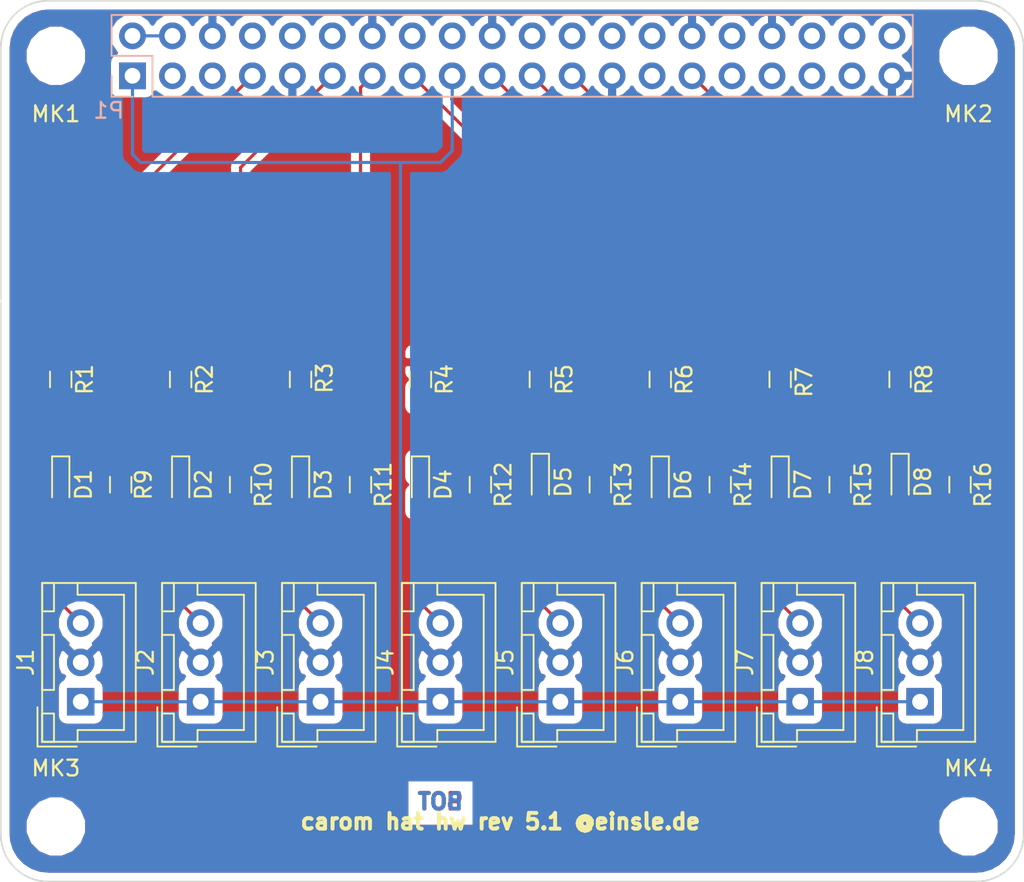
<source format=kicad_pcb>
(kicad_pcb (version 20171130) (host pcbnew "(5.0.0)")

  (general
    (thickness 1.6)
    (drawings 14)
    (tracks 79)
    (zones 0)
    (modules 37)
    (nets 40)
  )

  (page A3)
  (title_block
    (date "15 nov 2012")
  )

  (layers
    (0 F.Cu signal)
    (31 B.Cu signal)
    (32 B.Adhes user hide)
    (33 F.Adhes user hide)
    (34 B.Paste user hide)
    (35 F.Paste user hide)
    (36 B.SilkS user)
    (37 F.SilkS user hide)
    (38 B.Mask user)
    (39 F.Mask user)
    (40 Dwgs.User user)
    (41 Cmts.User user)
    (42 Eco1.User user)
    (43 Eco2.User user)
    (44 Edge.Cuts user)
  )

  (setup
    (last_trace_width 0.2)
    (trace_clearance 0.2)
    (zone_clearance 0.508)
    (zone_45_only no)
    (trace_min 0.1524)
    (segment_width 0.1)
    (edge_width 0.1)
    (via_size 0.9)
    (via_drill 0.6)
    (via_min_size 0.8)
    (via_min_drill 0.5)
    (uvia_size 0.5)
    (uvia_drill 0.1)
    (uvias_allowed no)
    (uvia_min_size 0.5)
    (uvia_min_drill 0.1)
    (pcb_text_width 0.3)
    (pcb_text_size 1 1)
    (mod_edge_width 0.15)
    (mod_text_size 1 1)
    (mod_text_width 0.15)
    (pad_size 2.5 2.5)
    (pad_drill 2.5)
    (pad_to_mask_clearance 0)
    (aux_axis_origin 200 150)
    (grid_origin 200 150)
    (visible_elements 7FFFFFFF)
    (pcbplotparams
      (layerselection 0x01030_ffffffff)
      (usegerberextensions true)
      (usegerberattributes false)
      (usegerberadvancedattributes false)
      (creategerberjobfile false)
      (excludeedgelayer true)
      (linewidth 0.150000)
      (plotframeref false)
      (viasonmask false)
      (mode 1)
      (useauxorigin false)
      (hpglpennumber 1)
      (hpglpenspeed 20)
      (hpglpendiameter 15.000000)
      (psnegative false)
      (psa4output false)
      (plotreference true)
      (plotvalue true)
      (plotinvisibletext false)
      (padsonsilk false)
      (subtractmaskfromsilk false)
      (outputformat 1)
      (mirror false)
      (drillshape 0)
      (scaleselection 1)
      (outputdirectory "gerber"))
  )

  (net 0 "")
  (net 1 +3V3)
  (net 2 +5V)
  (net 3 GND)
  (net 4 /ID_SD)
  (net 5 /ID_SC)
  (net 6 /GPIO5)
  (net 7 /GPIO6)
  (net 8 /GPIO26)
  (net 9 /GPIO16)
  (net 10 /GPIO4)
  (net 11 /L1)
  (net 12 /GPIO17)
  (net 13 /L2)
  (net 14 /GPIO27)
  (net 15 /L3)
  (net 16 /L4)
  (net 17 /GPIO22)
  (net 18 /L5)
  (net 19 /GPIO10)
  (net 20 /L6)
  (net 21 /GPIO9)
  (net 22 /GPIO11)
  (net 23 /L7)
  (net 24 /L8)
  (net 25 /GPIO2)
  (net 26 /GPIO3)
  (net 27 /GPIO14)
  (net 28 /GPIO15)
  (net 29 /GPIO18)
  (net 30 /GPIO23)
  (net 31 /GPIO24)
  (net 32 /GPIO25)
  (net 33 /GPIO8)
  (net 34 /GPIO7)
  (net 35 /GPIO12)
  (net 36 /GPIO13)
  (net 37 /GPIO19)
  (net 38 /GPIO20)
  (net 39 /GPIO21)

  (net_class Default "This is the default net class."
    (clearance 0.2)
    (trace_width 0.2)
    (via_dia 0.9)
    (via_drill 0.6)
    (uvia_dia 0.5)
    (uvia_drill 0.1)
    (add_net +3V3)
    (add_net +5V)
    (add_net /GPIO10)
    (add_net /GPIO11)
    (add_net /GPIO12)
    (add_net /GPIO13)
    (add_net /GPIO14)
    (add_net /GPIO15)
    (add_net /GPIO16)
    (add_net /GPIO17)
    (add_net /GPIO18)
    (add_net /GPIO19)
    (add_net /GPIO2)
    (add_net /GPIO20)
    (add_net /GPIO21)
    (add_net /GPIO22)
    (add_net /GPIO23)
    (add_net /GPIO24)
    (add_net /GPIO25)
    (add_net /GPIO26)
    (add_net /GPIO27)
    (add_net /GPIO3)
    (add_net /GPIO4)
    (add_net /GPIO5)
    (add_net /GPIO6)
    (add_net /GPIO7)
    (add_net /GPIO8)
    (add_net /GPIO9)
    (add_net /ID_SC)
    (add_net /ID_SD)
    (add_net /L1)
    (add_net /L2)
    (add_net /L3)
    (add_net /L4)
    (add_net /L5)
    (add_net /L6)
    (add_net /L7)
    (add_net /L8)
    (add_net GND)
  )

  (net_class Power ""
    (clearance 0.2)
    (trace_width 0.5)
    (via_dia 1)
    (via_drill 0.7)
    (uvia_dia 0.5)
    (uvia_drill 0.1)
  )

  (module Connector_PinSocket_2.54mm:PinSocket_2x20_P2.54mm_Vertical (layer B.Cu) (tedit 5A19A433) (tstamp 5A793E9F)
    (at 208.37 98.77 270)
    (descr "Through hole straight socket strip, 2x20, 2.54mm pitch, double cols (from Kicad 4.0.7), script generated")
    (tags "Through hole socket strip THT 2x20 2.54mm double row")
    (path /59AD464A)
    (fp_text reference P1 (at 2.208 1.512) (layer B.SilkS)
      (effects (font (size 1 1) (thickness 0.15)) (justify mirror))
    )
    (fp_text value Conn_02x20_Odd_Even (at -1.27 -51.03 270) (layer B.Fab)
      (effects (font (size 1 1) (thickness 0.15)) (justify mirror))
    )
    (fp_line (start -3.81 1.27) (end 0.27 1.27) (layer B.Fab) (width 0.1))
    (fp_line (start 0.27 1.27) (end 1.27 0.27) (layer B.Fab) (width 0.1))
    (fp_line (start 1.27 0.27) (end 1.27 -49.53) (layer B.Fab) (width 0.1))
    (fp_line (start 1.27 -49.53) (end -3.81 -49.53) (layer B.Fab) (width 0.1))
    (fp_line (start -3.81 -49.53) (end -3.81 1.27) (layer B.Fab) (width 0.1))
    (fp_line (start -3.87 1.33) (end -1.27 1.33) (layer B.SilkS) (width 0.12))
    (fp_line (start -3.87 1.33) (end -3.87 -49.59) (layer B.SilkS) (width 0.12))
    (fp_line (start -3.87 -49.59) (end 1.33 -49.59) (layer B.SilkS) (width 0.12))
    (fp_line (start 1.33 -1.27) (end 1.33 -49.59) (layer B.SilkS) (width 0.12))
    (fp_line (start -1.27 -1.27) (end 1.33 -1.27) (layer B.SilkS) (width 0.12))
    (fp_line (start -1.27 1.33) (end -1.27 -1.27) (layer B.SilkS) (width 0.12))
    (fp_line (start 1.33 1.33) (end 1.33 0) (layer B.SilkS) (width 0.12))
    (fp_line (start 0 1.33) (end 1.33 1.33) (layer B.SilkS) (width 0.12))
    (fp_line (start -4.34 1.8) (end 1.76 1.8) (layer B.CrtYd) (width 0.05))
    (fp_line (start 1.76 1.8) (end 1.76 -50) (layer B.CrtYd) (width 0.05))
    (fp_line (start 1.76 -50) (end -4.34 -50) (layer B.CrtYd) (width 0.05))
    (fp_line (start -4.34 -50) (end -4.34 1.8) (layer B.CrtYd) (width 0.05))
    (fp_text user %R (at -1.27 -24.13 180) (layer B.Fab)
      (effects (font (size 1 1) (thickness 0.15)) (justify mirror))
    )
    (pad 1 thru_hole rect (at 0 0 270) (size 1.7 1.7) (drill 1) (layers *.Cu *.Mask)
      (net 1 +3V3))
    (pad 2 thru_hole oval (at -2.54 0 270) (size 1.7 1.7) (drill 1) (layers *.Cu *.Mask)
      (net 2 +5V))
    (pad 3 thru_hole oval (at 0 -2.54 270) (size 1.7 1.7) (drill 1) (layers *.Cu *.Mask)
      (net 25 /GPIO2))
    (pad 4 thru_hole oval (at -2.54 -2.54 270) (size 1.7 1.7) (drill 1) (layers *.Cu *.Mask)
      (net 2 +5V))
    (pad 5 thru_hole oval (at 0 -5.08 270) (size 1.7 1.7) (drill 1) (layers *.Cu *.Mask)
      (net 26 /GPIO3))
    (pad 6 thru_hole oval (at -2.54 -5.08 270) (size 1.7 1.7) (drill 1) (layers *.Cu *.Mask)
      (net 3 GND))
    (pad 7 thru_hole oval (at 0 -7.62 270) (size 1.7 1.7) (drill 1) (layers *.Cu *.Mask)
      (net 10 /GPIO4))
    (pad 8 thru_hole oval (at -2.54 -7.62 270) (size 1.7 1.7) (drill 1) (layers *.Cu *.Mask)
      (net 27 /GPIO14))
    (pad 9 thru_hole oval (at 0 -10.16 270) (size 1.7 1.7) (drill 1) (layers *.Cu *.Mask)
      (net 3 GND))
    (pad 10 thru_hole oval (at -2.54 -10.16 270) (size 1.7 1.7) (drill 1) (layers *.Cu *.Mask)
      (net 28 /GPIO15))
    (pad 11 thru_hole oval (at 0 -12.7 270) (size 1.7 1.7) (drill 1) (layers *.Cu *.Mask)
      (net 12 /GPIO17))
    (pad 12 thru_hole oval (at -2.54 -12.7 270) (size 1.7 1.7) (drill 1) (layers *.Cu *.Mask)
      (net 29 /GPIO18))
    (pad 13 thru_hole oval (at 0 -15.24 270) (size 1.7 1.7) (drill 1) (layers *.Cu *.Mask)
      (net 14 /GPIO27))
    (pad 14 thru_hole oval (at -2.54 -15.24 270) (size 1.7 1.7) (drill 1) (layers *.Cu *.Mask)
      (net 3 GND))
    (pad 15 thru_hole oval (at 0 -17.78 270) (size 1.7 1.7) (drill 1) (layers *.Cu *.Mask)
      (net 17 /GPIO22))
    (pad 16 thru_hole oval (at -2.54 -17.78 270) (size 1.7 1.7) (drill 1) (layers *.Cu *.Mask)
      (net 30 /GPIO23))
    (pad 17 thru_hole oval (at 0 -20.32 270) (size 1.7 1.7) (drill 1) (layers *.Cu *.Mask)
      (net 1 +3V3))
    (pad 18 thru_hole oval (at -2.54 -20.32 270) (size 1.7 1.7) (drill 1) (layers *.Cu *.Mask)
      (net 31 /GPIO24))
    (pad 19 thru_hole oval (at 0 -22.86 270) (size 1.7 1.7) (drill 1) (layers *.Cu *.Mask)
      (net 19 /GPIO10))
    (pad 20 thru_hole oval (at -2.54 -22.86 270) (size 1.7 1.7) (drill 1) (layers *.Cu *.Mask)
      (net 3 GND))
    (pad 21 thru_hole oval (at 0 -25.4 270) (size 1.7 1.7) (drill 1) (layers *.Cu *.Mask)
      (net 21 /GPIO9))
    (pad 22 thru_hole oval (at -2.54 -25.4 270) (size 1.7 1.7) (drill 1) (layers *.Cu *.Mask)
      (net 32 /GPIO25))
    (pad 23 thru_hole oval (at 0 -27.94 270) (size 1.7 1.7) (drill 1) (layers *.Cu *.Mask)
      (net 22 /GPIO11))
    (pad 24 thru_hole oval (at -2.54 -27.94 270) (size 1.7 1.7) (drill 1) (layers *.Cu *.Mask)
      (net 33 /GPIO8))
    (pad 25 thru_hole oval (at 0 -30.48 270) (size 1.7 1.7) (drill 1) (layers *.Cu *.Mask)
      (net 3 GND))
    (pad 26 thru_hole oval (at -2.54 -30.48 270) (size 1.7 1.7) (drill 1) (layers *.Cu *.Mask)
      (net 34 /GPIO7))
    (pad 27 thru_hole oval (at 0 -33.02 270) (size 1.7 1.7) (drill 1) (layers *.Cu *.Mask)
      (net 4 /ID_SD))
    (pad 28 thru_hole oval (at -2.54 -33.02 270) (size 1.7 1.7) (drill 1) (layers *.Cu *.Mask)
      (net 5 /ID_SC))
    (pad 29 thru_hole oval (at 0 -35.56 270) (size 1.7 1.7) (drill 1) (layers *.Cu *.Mask)
      (net 6 /GPIO5))
    (pad 30 thru_hole oval (at -2.54 -35.56 270) (size 1.7 1.7) (drill 1) (layers *.Cu *.Mask)
      (net 3 GND))
    (pad 31 thru_hole oval (at 0 -38.1 270) (size 1.7 1.7) (drill 1) (layers *.Cu *.Mask)
      (net 7 /GPIO6))
    (pad 32 thru_hole oval (at -2.54 -38.1 270) (size 1.7 1.7) (drill 1) (layers *.Cu *.Mask)
      (net 35 /GPIO12))
    (pad 33 thru_hole oval (at 0 -40.64 270) (size 1.7 1.7) (drill 1) (layers *.Cu *.Mask)
      (net 36 /GPIO13))
    (pad 34 thru_hole oval (at -2.54 -40.64 270) (size 1.7 1.7) (drill 1) (layers *.Cu *.Mask)
      (net 3 GND))
    (pad 35 thru_hole oval (at 0 -43.18 270) (size 1.7 1.7) (drill 1) (layers *.Cu *.Mask)
      (net 37 /GPIO19))
    (pad 36 thru_hole oval (at -2.54 -43.18 270) (size 1.7 1.7) (drill 1) (layers *.Cu *.Mask)
      (net 9 /GPIO16))
    (pad 37 thru_hole oval (at 0 -45.72 270) (size 1.7 1.7) (drill 1) (layers *.Cu *.Mask)
      (net 8 /GPIO26))
    (pad 38 thru_hole oval (at -2.54 -45.72 270) (size 1.7 1.7) (drill 1) (layers *.Cu *.Mask)
      (net 38 /GPIO20))
    (pad 39 thru_hole oval (at 0 -48.26 270) (size 1.7 1.7) (drill 1) (layers *.Cu *.Mask)
      (net 3 GND))
    (pad 40 thru_hole oval (at -2.54 -48.26 270) (size 1.7 1.7) (drill 1) (layers *.Cu *.Mask)
      (net 39 /GPIO21))
    (model ${KISYS3DMOD}/Connector_PinSocket_2.54mm.3dshapes/PinSocket_2x20_P2.54mm_Vertical.wrl
      (at (xyz 0 0 0))
      (scale (xyz 1 1 1))
      (rotate (xyz 0 0 0))
    )
  )

  (module MountingHole:MountingHole_2.7mm_M2.5 (layer F.Cu) (tedit 56D1B4CB) (tstamp 5A793E98)
    (at 261.5 146.5)
    (descr "Mounting Hole 2.7mm, no annular, M2.5")
    (tags "mounting hole 2.7mm no annular m2.5")
    (path /5834FC4F)
    (attr virtual)
    (fp_text reference MK4 (at 0 -3.7) (layer F.SilkS)
      (effects (font (size 1 1) (thickness 0.15)))
    )
    (fp_text value M2.5 (at 0 3.7) (layer F.Fab)
      (effects (font (size 1 1) (thickness 0.15)))
    )
    (fp_circle (center 0 0) (end 2.95 0) (layer F.CrtYd) (width 0.05))
    (fp_circle (center 0 0) (end 2.7 0) (layer Cmts.User) (width 0.15))
    (fp_text user %R (at 0.3 0) (layer F.Fab)
      (effects (font (size 1 1) (thickness 0.15)))
    )
    (pad 1 np_thru_hole circle (at 0 0) (size 2.7 2.7) (drill 2.7) (layers *.Cu *.Mask))
  )

  (module MountingHole:MountingHole_2.7mm_M2.5 (layer F.Cu) (tedit 56D1B4CB) (tstamp 5A793E91)
    (at 203.5 146.5)
    (descr "Mounting Hole 2.7mm, no annular, M2.5")
    (tags "mounting hole 2.7mm no annular m2.5")
    (path /5834FBEF)
    (attr virtual)
    (fp_text reference MK3 (at 0 -3.7) (layer F.SilkS)
      (effects (font (size 1 1) (thickness 0.15)))
    )
    (fp_text value M2.5 (at 0 3.7) (layer F.Fab)
      (effects (font (size 1 1) (thickness 0.15)))
    )
    (fp_text user %R (at 0.3 0) (layer F.Fab)
      (effects (font (size 1 1) (thickness 0.15)))
    )
    (fp_circle (center 0 0) (end 2.7 0) (layer Cmts.User) (width 0.15))
    (fp_circle (center 0 0) (end 2.95 0) (layer F.CrtYd) (width 0.05))
    (pad 1 np_thru_hole circle (at 0 0) (size 2.7 2.7) (drill 2.7) (layers *.Cu *.Mask))
  )

  (module MountingHole:MountingHole_2.7mm_M2.5 (layer F.Cu) (tedit 56D1B4CB) (tstamp 5A793E8A)
    (at 261.5 97.5 180)
    (descr "Mounting Hole 2.7mm, no annular, M2.5")
    (tags "mounting hole 2.7mm no annular m2.5")
    (path /5834FC19)
    (attr virtual)
    (fp_text reference MK2 (at 0 -3.7 180) (layer F.SilkS)
      (effects (font (size 1 1) (thickness 0.15)))
    )
    (fp_text value M2.5 (at 0 3.7 180) (layer F.Fab)
      (effects (font (size 1 1) (thickness 0.15)))
    )
    (fp_circle (center 0 0) (end 2.95 0) (layer F.CrtYd) (width 0.05))
    (fp_circle (center 0 0) (end 2.7 0) (layer Cmts.User) (width 0.15))
    (fp_text user %R (at 0.3 0 180) (layer F.Fab)
      (effects (font (size 1 1) (thickness 0.15)))
    )
    (pad 1 np_thru_hole circle (at 0 0 180) (size 2.7 2.7) (drill 2.7) (layers *.Cu *.Mask))
  )

  (module MountingHole:MountingHole_2.7mm_M2.5 (layer F.Cu) (tedit 56D1B4CB) (tstamp 5A793E83)
    (at 203.5 97.5 180)
    (descr "Mounting Hole 2.7mm, no annular, M2.5")
    (tags "mounting hole 2.7mm no annular m2.5")
    (path /5834FB2E)
    (attr virtual)
    (fp_text reference MK1 (at 0 -3.7 180) (layer F.SilkS)
      (effects (font (size 1 1) (thickness 0.15)))
    )
    (fp_text value M2.5 (at 0 3.7 180) (layer F.Fab)
      (effects (font (size 1 1) (thickness 0.15)))
    )
    (fp_text user %R (at 0.3 0 180) (layer F.Fab)
      (effects (font (size 1 1) (thickness 0.15)))
    )
    (fp_circle (center 0 0) (end 2.7 0) (layer Cmts.User) (width 0.15))
    (fp_circle (center 0 0) (end 2.95 0) (layer F.CrtYd) (width 0.05))
    (pad 1 np_thru_hole circle (at 0 0 180) (size 2.7 2.7) (drill 2.7) (layers *.Cu *.Mask))
  )

  (module LEDs:LED_0603_HandSoldering (layer F.Cu) (tedit 595FC9C0) (tstamp 5B6BFCFD)
    (at 203.81 124.77 270)
    (descr "LED SMD 0603, hand soldering")
    (tags "LED 0603")
    (path /5B6C250B)
    (attr smd)
    (fp_text reference D1 (at 0 -1.45 270) (layer F.SilkS)
      (effects (font (size 1 1) (thickness 0.15)))
    )
    (fp_text value LED (at 0 1.55 270) (layer F.Fab)
      (effects (font (size 1 1) (thickness 0.15)))
    )
    (fp_line (start -0.8 -0.4) (end -0.8 0.4) (layer F.Fab) (width 0.1))
    (fp_line (start 1.95 0.7) (end -1.96 0.7) (layer F.CrtYd) (width 0.05))
    (fp_line (start 1.95 0.7) (end 1.95 -0.7) (layer F.CrtYd) (width 0.05))
    (fp_line (start -1.96 -0.7) (end -1.96 0.7) (layer F.CrtYd) (width 0.05))
    (fp_line (start -1.96 -0.7) (end 1.95 -0.7) (layer F.CrtYd) (width 0.05))
    (fp_line (start -1.8 -0.55) (end 0.8 -0.55) (layer F.SilkS) (width 0.12))
    (fp_line (start -1.8 0.55) (end 0.8 0.55) (layer F.SilkS) (width 0.12))
    (fp_line (start -0.8 -0.4) (end 0.8 -0.4) (layer F.Fab) (width 0.1))
    (fp_line (start 0.8 -0.4) (end 0.8 0.4) (layer F.Fab) (width 0.1))
    (fp_line (start 0.8 0.4) (end -0.8 0.4) (layer F.Fab) (width 0.1))
    (fp_line (start 0.15 -0.2) (end 0.15 0.2) (layer F.Fab) (width 0.1))
    (fp_line (start 0.15 0.2) (end -0.15 0) (layer F.Fab) (width 0.1))
    (fp_line (start -0.15 0) (end 0.15 -0.2) (layer F.Fab) (width 0.1))
    (fp_line (start -0.2 -0.2) (end -0.2 0.2) (layer F.Fab) (width 0.1))
    (fp_line (start -1.8 -0.55) (end -1.8 0.55) (layer F.SilkS) (width 0.12))
    (pad 2 smd rect (at 1.1 0 270) (size 1.2 0.9) (layers F.Cu F.Paste F.Mask)
      (net 10 /GPIO4))
    (pad 1 smd rect (at -1.1 0 270) (size 1.2 0.9) (layers F.Cu F.Paste F.Mask)
      (net 11 /L1))
    (model ${KISYS3DMOD}/LEDs.3dshapes/LED_0603.wrl
      (at (xyz 0 0 0))
      (scale (xyz 1 1 1))
      (rotate (xyz 0 0 180))
    )
  )

  (module LEDs:LED_0603_HandSoldering (layer F.Cu) (tedit 595FC9C0) (tstamp 5B6BFD12)
    (at 211.43 124.77 270)
    (descr "LED SMD 0603, hand soldering")
    (tags "LED 0603")
    (path /5B6CB85C)
    (attr smd)
    (fp_text reference D2 (at 0 -1.45 270) (layer F.SilkS)
      (effects (font (size 1 1) (thickness 0.15)))
    )
    (fp_text value LED (at 0 1.55 270) (layer F.Fab)
      (effects (font (size 1 1) (thickness 0.15)))
    )
    (fp_line (start -0.8 -0.4) (end -0.8 0.4) (layer F.Fab) (width 0.1))
    (fp_line (start 1.95 0.7) (end -1.96 0.7) (layer F.CrtYd) (width 0.05))
    (fp_line (start 1.95 0.7) (end 1.95 -0.7) (layer F.CrtYd) (width 0.05))
    (fp_line (start -1.96 -0.7) (end -1.96 0.7) (layer F.CrtYd) (width 0.05))
    (fp_line (start -1.96 -0.7) (end 1.95 -0.7) (layer F.CrtYd) (width 0.05))
    (fp_line (start -1.8 -0.55) (end 0.8 -0.55) (layer F.SilkS) (width 0.12))
    (fp_line (start -1.8 0.55) (end 0.8 0.55) (layer F.SilkS) (width 0.12))
    (fp_line (start -0.8 -0.4) (end 0.8 -0.4) (layer F.Fab) (width 0.1))
    (fp_line (start 0.8 -0.4) (end 0.8 0.4) (layer F.Fab) (width 0.1))
    (fp_line (start 0.8 0.4) (end -0.8 0.4) (layer F.Fab) (width 0.1))
    (fp_line (start 0.15 -0.2) (end 0.15 0.2) (layer F.Fab) (width 0.1))
    (fp_line (start 0.15 0.2) (end -0.15 0) (layer F.Fab) (width 0.1))
    (fp_line (start -0.15 0) (end 0.15 -0.2) (layer F.Fab) (width 0.1))
    (fp_line (start -0.2 -0.2) (end -0.2 0.2) (layer F.Fab) (width 0.1))
    (fp_line (start -1.8 -0.55) (end -1.8 0.55) (layer F.SilkS) (width 0.12))
    (pad 2 smd rect (at 1.1 0 270) (size 1.2 0.9) (layers F.Cu F.Paste F.Mask)
      (net 12 /GPIO17))
    (pad 1 smd rect (at -1.1 0 270) (size 1.2 0.9) (layers F.Cu F.Paste F.Mask)
      (net 13 /L2))
    (model ${KISYS3DMOD}/LEDs.3dshapes/LED_0603.wrl
      (at (xyz 0 0 0))
      (scale (xyz 1 1 1))
      (rotate (xyz 0 0 180))
    )
  )

  (module LEDs:LED_0603_HandSoldering (layer F.Cu) (tedit 595FC9C0) (tstamp 5B6BFD27)
    (at 219.05 124.77 270)
    (descr "LED SMD 0603, hand soldering")
    (tags "LED 0603")
    (path /5B6CD386)
    (attr smd)
    (fp_text reference D3 (at 0 -1.45 270) (layer F.SilkS)
      (effects (font (size 1 1) (thickness 0.15)))
    )
    (fp_text value LED (at 0 1.55 270) (layer F.Fab)
      (effects (font (size 1 1) (thickness 0.15)))
    )
    (fp_line (start -0.8 -0.4) (end -0.8 0.4) (layer F.Fab) (width 0.1))
    (fp_line (start 1.95 0.7) (end -1.96 0.7) (layer F.CrtYd) (width 0.05))
    (fp_line (start 1.95 0.7) (end 1.95 -0.7) (layer F.CrtYd) (width 0.05))
    (fp_line (start -1.96 -0.7) (end -1.96 0.7) (layer F.CrtYd) (width 0.05))
    (fp_line (start -1.96 -0.7) (end 1.95 -0.7) (layer F.CrtYd) (width 0.05))
    (fp_line (start -1.8 -0.55) (end 0.8 -0.55) (layer F.SilkS) (width 0.12))
    (fp_line (start -1.8 0.55) (end 0.8 0.55) (layer F.SilkS) (width 0.12))
    (fp_line (start -0.8 -0.4) (end 0.8 -0.4) (layer F.Fab) (width 0.1))
    (fp_line (start 0.8 -0.4) (end 0.8 0.4) (layer F.Fab) (width 0.1))
    (fp_line (start 0.8 0.4) (end -0.8 0.4) (layer F.Fab) (width 0.1))
    (fp_line (start 0.15 -0.2) (end 0.15 0.2) (layer F.Fab) (width 0.1))
    (fp_line (start 0.15 0.2) (end -0.15 0) (layer F.Fab) (width 0.1))
    (fp_line (start -0.15 0) (end 0.15 -0.2) (layer F.Fab) (width 0.1))
    (fp_line (start -0.2 -0.2) (end -0.2 0.2) (layer F.Fab) (width 0.1))
    (fp_line (start -1.8 -0.55) (end -1.8 0.55) (layer F.SilkS) (width 0.12))
    (pad 2 smd rect (at 1.1 0 270) (size 1.2 0.9) (layers F.Cu F.Paste F.Mask)
      (net 14 /GPIO27))
    (pad 1 smd rect (at -1.1 0 270) (size 1.2 0.9) (layers F.Cu F.Paste F.Mask)
      (net 15 /L3))
    (model ${KISYS3DMOD}/LEDs.3dshapes/LED_0603.wrl
      (at (xyz 0 0 0))
      (scale (xyz 1 1 1))
      (rotate (xyz 0 0 180))
    )
  )

  (module LEDs:LED_0603_HandSoldering (layer F.Cu) (tedit 595FC9C0) (tstamp 5B6BFD3C)
    (at 226.67 124.77 270)
    (descr "LED SMD 0603, hand soldering")
    (tags "LED 0603")
    (path /5B6CD3C5)
    (attr smd)
    (fp_text reference D4 (at 0 -1.45 270) (layer F.SilkS)
      (effects (font (size 1 1) (thickness 0.15)))
    )
    (fp_text value LED (at 0 1.55 270) (layer F.Fab)
      (effects (font (size 1 1) (thickness 0.15)))
    )
    (fp_line (start -1.8 -0.55) (end -1.8 0.55) (layer F.SilkS) (width 0.12))
    (fp_line (start -0.2 -0.2) (end -0.2 0.2) (layer F.Fab) (width 0.1))
    (fp_line (start -0.15 0) (end 0.15 -0.2) (layer F.Fab) (width 0.1))
    (fp_line (start 0.15 0.2) (end -0.15 0) (layer F.Fab) (width 0.1))
    (fp_line (start 0.15 -0.2) (end 0.15 0.2) (layer F.Fab) (width 0.1))
    (fp_line (start 0.8 0.4) (end -0.8 0.4) (layer F.Fab) (width 0.1))
    (fp_line (start 0.8 -0.4) (end 0.8 0.4) (layer F.Fab) (width 0.1))
    (fp_line (start -0.8 -0.4) (end 0.8 -0.4) (layer F.Fab) (width 0.1))
    (fp_line (start -1.8 0.55) (end 0.8 0.55) (layer F.SilkS) (width 0.12))
    (fp_line (start -1.8 -0.55) (end 0.8 -0.55) (layer F.SilkS) (width 0.12))
    (fp_line (start -1.96 -0.7) (end 1.95 -0.7) (layer F.CrtYd) (width 0.05))
    (fp_line (start -1.96 -0.7) (end -1.96 0.7) (layer F.CrtYd) (width 0.05))
    (fp_line (start 1.95 0.7) (end 1.95 -0.7) (layer F.CrtYd) (width 0.05))
    (fp_line (start 1.95 0.7) (end -1.96 0.7) (layer F.CrtYd) (width 0.05))
    (fp_line (start -0.8 -0.4) (end -0.8 0.4) (layer F.Fab) (width 0.1))
    (pad 1 smd rect (at -1.1 0 270) (size 1.2 0.9) (layers F.Cu F.Paste F.Mask)
      (net 16 /L4))
    (pad 2 smd rect (at 1.1 0 270) (size 1.2 0.9) (layers F.Cu F.Paste F.Mask)
      (net 17 /GPIO22))
    (model ${KISYS3DMOD}/LEDs.3dshapes/LED_0603.wrl
      (at (xyz 0 0 0))
      (scale (xyz 1 1 1))
      (rotate (xyz 0 0 180))
    )
  )

  (module LEDs:LED_0603_HandSoldering (layer F.Cu) (tedit 5B6BFCE2) (tstamp 5B6BFD51)
    (at 234.29 124.6 270)
    (descr "LED SMD 0603, hand soldering")
    (tags "LED 0603")
    (path /5B6D004C)
    (attr smd)
    (fp_text reference D5 (at 0 -1.45 270) (layer F.SilkS)
      (effects (font (size 1 1) (thickness 0.15)))
    )
    (fp_text value LED (at 0 1.55 270) (layer F.Fab)
      (effects (font (size 1 1) (thickness 0.15)))
    )
    (fp_line (start -1.8 -0.55) (end -1.8 0.55) (layer F.SilkS) (width 0.12))
    (fp_line (start -0.2 -0.2) (end -0.2 0.2) (layer F.Fab) (width 0.1))
    (fp_line (start -0.15 0) (end 0.15 -0.2) (layer F.Fab) (width 0.1))
    (fp_line (start 0.15 0.2) (end -0.15 0) (layer F.Fab) (width 0.1))
    (fp_line (start 0.15 -0.2) (end 0.15 0.2) (layer F.Fab) (width 0.1))
    (fp_line (start 0.8 0.4) (end -0.8 0.4) (layer F.Fab) (width 0.1))
    (fp_line (start 0.8 -0.4) (end 0.8 0.4) (layer F.Fab) (width 0.1))
    (fp_line (start -0.8 -0.4) (end 0.8 -0.4) (layer F.Fab) (width 0.1))
    (fp_line (start -1.8 0.55) (end 0.8 0.55) (layer F.SilkS) (width 0.12))
    (fp_line (start -1.8 -0.55) (end 0.8 -0.55) (layer F.SilkS) (width 0.12))
    (fp_line (start -1.96 -0.7) (end 1.95 -0.7) (layer F.CrtYd) (width 0.05))
    (fp_line (start -1.96 -0.7) (end -1.96 0.7) (layer F.CrtYd) (width 0.05))
    (fp_line (start 1.95 0.7) (end 1.95 -0.7) (layer F.CrtYd) (width 0.05))
    (fp_line (start 1.95 0.7) (end -1.96 0.7) (layer F.CrtYd) (width 0.05))
    (fp_line (start -0.8 -0.4) (end -0.8 0.4) (layer F.Fab) (width 0.1))
    (pad 1 smd rect (at -1.1 0 270) (size 1.2 0.9) (layers F.Cu F.Paste F.Mask)
      (net 18 /L5))
    (pad 2 smd rect (at 1.1 0 270) (size 1.2 0.9) (layers F.Cu F.Paste F.Mask)
      (net 19 /GPIO10))
    (model ${KISYS3DMOD}/LEDs.3dshapes/LED_0603.wrl
      (at (xyz 0 0 0))
      (scale (xyz 1 1 1))
      (rotate (xyz 0 0 180))
    )
  )

  (module LEDs:LED_0603_HandSoldering (layer F.Cu) (tedit 595FC9C0) (tstamp 5B6BFD66)
    (at 241.91 124.77 270)
    (descr "LED SMD 0603, hand soldering")
    (tags "LED 0603")
    (path /5B6D008B)
    (attr smd)
    (fp_text reference D6 (at 0 -1.45 270) (layer F.SilkS)
      (effects (font (size 1 1) (thickness 0.15)))
    )
    (fp_text value LED (at 0 1.55 270) (layer F.Fab)
      (effects (font (size 1 1) (thickness 0.15)))
    )
    (fp_line (start -1.8 -0.55) (end -1.8 0.55) (layer F.SilkS) (width 0.12))
    (fp_line (start -0.2 -0.2) (end -0.2 0.2) (layer F.Fab) (width 0.1))
    (fp_line (start -0.15 0) (end 0.15 -0.2) (layer F.Fab) (width 0.1))
    (fp_line (start 0.15 0.2) (end -0.15 0) (layer F.Fab) (width 0.1))
    (fp_line (start 0.15 -0.2) (end 0.15 0.2) (layer F.Fab) (width 0.1))
    (fp_line (start 0.8 0.4) (end -0.8 0.4) (layer F.Fab) (width 0.1))
    (fp_line (start 0.8 -0.4) (end 0.8 0.4) (layer F.Fab) (width 0.1))
    (fp_line (start -0.8 -0.4) (end 0.8 -0.4) (layer F.Fab) (width 0.1))
    (fp_line (start -1.8 0.55) (end 0.8 0.55) (layer F.SilkS) (width 0.12))
    (fp_line (start -1.8 -0.55) (end 0.8 -0.55) (layer F.SilkS) (width 0.12))
    (fp_line (start -1.96 -0.7) (end 1.95 -0.7) (layer F.CrtYd) (width 0.05))
    (fp_line (start -1.96 -0.7) (end -1.96 0.7) (layer F.CrtYd) (width 0.05))
    (fp_line (start 1.95 0.7) (end 1.95 -0.7) (layer F.CrtYd) (width 0.05))
    (fp_line (start 1.95 0.7) (end -1.96 0.7) (layer F.CrtYd) (width 0.05))
    (fp_line (start -0.8 -0.4) (end -0.8 0.4) (layer F.Fab) (width 0.1))
    (pad 1 smd rect (at -1.1 0 270) (size 1.2 0.9) (layers F.Cu F.Paste F.Mask)
      (net 20 /L6))
    (pad 2 smd rect (at 1.1 0 270) (size 1.2 0.9) (layers F.Cu F.Paste F.Mask)
      (net 21 /GPIO9))
    (model ${KISYS3DMOD}/LEDs.3dshapes/LED_0603.wrl
      (at (xyz 0 0 0))
      (scale (xyz 1 1 1))
      (rotate (xyz 0 0 180))
    )
  )

  (module LEDs:LED_0603_HandSoldering (layer F.Cu) (tedit 595FC9C0) (tstamp 5B6BFD7B)
    (at 249.53 124.77 270)
    (descr "LED SMD 0603, hand soldering")
    (tags "LED 0603")
    (path /5B6D00CA)
    (attr smd)
    (fp_text reference D7 (at 0 -1.45 270) (layer F.SilkS)
      (effects (font (size 1 1) (thickness 0.15)))
    )
    (fp_text value LED (at 0 1.55 270) (layer F.Fab)
      (effects (font (size 1 1) (thickness 0.15)))
    )
    (fp_line (start -0.8 -0.4) (end -0.8 0.4) (layer F.Fab) (width 0.1))
    (fp_line (start 1.95 0.7) (end -1.96 0.7) (layer F.CrtYd) (width 0.05))
    (fp_line (start 1.95 0.7) (end 1.95 -0.7) (layer F.CrtYd) (width 0.05))
    (fp_line (start -1.96 -0.7) (end -1.96 0.7) (layer F.CrtYd) (width 0.05))
    (fp_line (start -1.96 -0.7) (end 1.95 -0.7) (layer F.CrtYd) (width 0.05))
    (fp_line (start -1.8 -0.55) (end 0.8 -0.55) (layer F.SilkS) (width 0.12))
    (fp_line (start -1.8 0.55) (end 0.8 0.55) (layer F.SilkS) (width 0.12))
    (fp_line (start -0.8 -0.4) (end 0.8 -0.4) (layer F.Fab) (width 0.1))
    (fp_line (start 0.8 -0.4) (end 0.8 0.4) (layer F.Fab) (width 0.1))
    (fp_line (start 0.8 0.4) (end -0.8 0.4) (layer F.Fab) (width 0.1))
    (fp_line (start 0.15 -0.2) (end 0.15 0.2) (layer F.Fab) (width 0.1))
    (fp_line (start 0.15 0.2) (end -0.15 0) (layer F.Fab) (width 0.1))
    (fp_line (start -0.15 0) (end 0.15 -0.2) (layer F.Fab) (width 0.1))
    (fp_line (start -0.2 -0.2) (end -0.2 0.2) (layer F.Fab) (width 0.1))
    (fp_line (start -1.8 -0.55) (end -1.8 0.55) (layer F.SilkS) (width 0.12))
    (pad 2 smd rect (at 1.1 0 270) (size 1.2 0.9) (layers F.Cu F.Paste F.Mask)
      (net 22 /GPIO11))
    (pad 1 smd rect (at -1.1 0 270) (size 1.2 0.9) (layers F.Cu F.Paste F.Mask)
      (net 23 /L7))
    (model ${KISYS3DMOD}/LEDs.3dshapes/LED_0603.wrl
      (at (xyz 0 0 0))
      (scale (xyz 1 1 1))
      (rotate (xyz 0 0 180))
    )
  )

  (module LEDs:LED_0603_HandSoldering (layer F.Cu) (tedit 595FC9C0) (tstamp 5B6BFD90)
    (at 257.15 124.6 270)
    (descr "LED SMD 0603, hand soldering")
    (tags "LED 0603")
    (path /5B6D0109)
    (attr smd)
    (fp_text reference D8 (at 0 -1.45 270) (layer F.SilkS)
      (effects (font (size 1 1) (thickness 0.15)))
    )
    (fp_text value LED (at 0 1.55 270) (layer F.Fab)
      (effects (font (size 1 1) (thickness 0.15)))
    )
    (fp_line (start -1.8 -0.55) (end -1.8 0.55) (layer F.SilkS) (width 0.12))
    (fp_line (start -0.2 -0.2) (end -0.2 0.2) (layer F.Fab) (width 0.1))
    (fp_line (start -0.15 0) (end 0.15 -0.2) (layer F.Fab) (width 0.1))
    (fp_line (start 0.15 0.2) (end -0.15 0) (layer F.Fab) (width 0.1))
    (fp_line (start 0.15 -0.2) (end 0.15 0.2) (layer F.Fab) (width 0.1))
    (fp_line (start 0.8 0.4) (end -0.8 0.4) (layer F.Fab) (width 0.1))
    (fp_line (start 0.8 -0.4) (end 0.8 0.4) (layer F.Fab) (width 0.1))
    (fp_line (start -0.8 -0.4) (end 0.8 -0.4) (layer F.Fab) (width 0.1))
    (fp_line (start -1.8 0.55) (end 0.8 0.55) (layer F.SilkS) (width 0.12))
    (fp_line (start -1.8 -0.55) (end 0.8 -0.55) (layer F.SilkS) (width 0.12))
    (fp_line (start -1.96 -0.7) (end 1.95 -0.7) (layer F.CrtYd) (width 0.05))
    (fp_line (start -1.96 -0.7) (end -1.96 0.7) (layer F.CrtYd) (width 0.05))
    (fp_line (start 1.95 0.7) (end 1.95 -0.7) (layer F.CrtYd) (width 0.05))
    (fp_line (start 1.95 0.7) (end -1.96 0.7) (layer F.CrtYd) (width 0.05))
    (fp_line (start -0.8 -0.4) (end -0.8 0.4) (layer F.Fab) (width 0.1))
    (pad 1 smd rect (at -1.1 0 270) (size 1.2 0.9) (layers F.Cu F.Paste F.Mask)
      (net 24 /L8))
    (pad 2 smd rect (at 1.1 0 270) (size 1.2 0.9) (layers F.Cu F.Paste F.Mask)
      (net 6 /GPIO5))
    (model ${KISYS3DMOD}/LEDs.3dshapes/LED_0603.wrl
      (at (xyz 0 0 0))
      (scale (xyz 1 1 1))
      (rotate (xyz 0 0 180))
    )
  )

  (module Connectors_JST:JST_XH_B03B-XH-A_03x2.50mm_Straight (layer F.Cu) (tedit 58EAE7F0) (tstamp 5B6BFDBA)
    (at 205.08 138.57 90)
    (descr "JST XH series connector, B03B-XH-A, top entry type, through hole")
    (tags "connector jst xh tht top vertical 2.50mm")
    (path /5B6C05F2)
    (fp_text reference J1 (at 2.5 -3.5 90) (layer F.SilkS)
      (effects (font (size 1 1) (thickness 0.15)))
    )
    (fp_text value Conn_01x03 (at 2.5 4.5 90) (layer F.Fab)
      (effects (font (size 1 1) (thickness 0.15)))
    )
    (fp_line (start -2.45 -2.35) (end -2.45 3.4) (layer F.Fab) (width 0.1))
    (fp_line (start -2.45 3.4) (end 7.45 3.4) (layer F.Fab) (width 0.1))
    (fp_line (start 7.45 3.4) (end 7.45 -2.35) (layer F.Fab) (width 0.1))
    (fp_line (start 7.45 -2.35) (end -2.45 -2.35) (layer F.Fab) (width 0.1))
    (fp_line (start -2.95 -2.85) (end -2.95 3.9) (layer F.CrtYd) (width 0.05))
    (fp_line (start -2.95 3.9) (end 7.95 3.9) (layer F.CrtYd) (width 0.05))
    (fp_line (start 7.95 3.9) (end 7.95 -2.85) (layer F.CrtYd) (width 0.05))
    (fp_line (start 7.95 -2.85) (end -2.95 -2.85) (layer F.CrtYd) (width 0.05))
    (fp_line (start -2.55 -2.45) (end -2.55 3.5) (layer F.SilkS) (width 0.12))
    (fp_line (start -2.55 3.5) (end 7.55 3.5) (layer F.SilkS) (width 0.12))
    (fp_line (start 7.55 3.5) (end 7.55 -2.45) (layer F.SilkS) (width 0.12))
    (fp_line (start 7.55 -2.45) (end -2.55 -2.45) (layer F.SilkS) (width 0.12))
    (fp_line (start 0.75 -2.45) (end 0.75 -1.7) (layer F.SilkS) (width 0.12))
    (fp_line (start 0.75 -1.7) (end 4.25 -1.7) (layer F.SilkS) (width 0.12))
    (fp_line (start 4.25 -1.7) (end 4.25 -2.45) (layer F.SilkS) (width 0.12))
    (fp_line (start 4.25 -2.45) (end 0.75 -2.45) (layer F.SilkS) (width 0.12))
    (fp_line (start -2.55 -2.45) (end -2.55 -1.7) (layer F.SilkS) (width 0.12))
    (fp_line (start -2.55 -1.7) (end -0.75 -1.7) (layer F.SilkS) (width 0.12))
    (fp_line (start -0.75 -1.7) (end -0.75 -2.45) (layer F.SilkS) (width 0.12))
    (fp_line (start -0.75 -2.45) (end -2.55 -2.45) (layer F.SilkS) (width 0.12))
    (fp_line (start 5.75 -2.45) (end 5.75 -1.7) (layer F.SilkS) (width 0.12))
    (fp_line (start 5.75 -1.7) (end 7.55 -1.7) (layer F.SilkS) (width 0.12))
    (fp_line (start 7.55 -1.7) (end 7.55 -2.45) (layer F.SilkS) (width 0.12))
    (fp_line (start 7.55 -2.45) (end 5.75 -2.45) (layer F.SilkS) (width 0.12))
    (fp_line (start -2.55 -0.2) (end -1.8 -0.2) (layer F.SilkS) (width 0.12))
    (fp_line (start -1.8 -0.2) (end -1.8 2.75) (layer F.SilkS) (width 0.12))
    (fp_line (start -1.8 2.75) (end 2.5 2.75) (layer F.SilkS) (width 0.12))
    (fp_line (start 7.55 -0.2) (end 6.8 -0.2) (layer F.SilkS) (width 0.12))
    (fp_line (start 6.8 -0.2) (end 6.8 2.75) (layer F.SilkS) (width 0.12))
    (fp_line (start 6.8 2.75) (end 2.5 2.75) (layer F.SilkS) (width 0.12))
    (fp_line (start -0.35 -2.75) (end -2.85 -2.75) (layer F.SilkS) (width 0.12))
    (fp_line (start -2.85 -2.75) (end -2.85 -0.25) (layer F.SilkS) (width 0.12))
    (fp_line (start -0.35 -2.75) (end -2.85 -2.75) (layer F.Fab) (width 0.1))
    (fp_line (start -2.85 -2.75) (end -2.85 -0.25) (layer F.Fab) (width 0.1))
    (fp_text user %R (at 2.5 2.5 90) (layer F.Fab)
      (effects (font (size 1 1) (thickness 0.15)))
    )
    (pad 1 thru_hole rect (at 0 0 90) (size 1.75 1.75) (drill 1) (layers *.Cu *.Mask)
      (net 1 +3V3))
    (pad 2 thru_hole circle (at 2.5 0 90) (size 1.75 1.75) (drill 1) (layers *.Cu *.Mask)
      (net 3 GND))
    (pad 3 thru_hole circle (at 5 0 90) (size 1.75 1.75) (drill 1) (layers *.Cu *.Mask)
      (net 10 /GPIO4))
    (model Connectors_JST.3dshapes/JST_XH_B03B-XH-A_03x2.50mm_Straight.wrl
      (at (xyz 0 0 0))
      (scale (xyz 1 1 1))
      (rotate (xyz 0 0 0))
    )
  )

  (module Connectors_JST:JST_XH_B03B-XH-A_03x2.50mm_Straight (layer F.Cu) (tedit 58EAE7F0) (tstamp 5B6BFDE4)
    (at 212.7 138.57 90)
    (descr "JST XH series connector, B03B-XH-A, top entry type, through hole")
    (tags "connector jst xh tht top vertical 2.50mm")
    (path /5B6CB845)
    (fp_text reference J2 (at 2.5 -3.5 90) (layer F.SilkS)
      (effects (font (size 1 1) (thickness 0.15)))
    )
    (fp_text value Conn_01x03 (at 2.5 4.5 90) (layer F.Fab)
      (effects (font (size 1 1) (thickness 0.15)))
    )
    (fp_text user %R (at 2.5 2.5 90) (layer F.Fab)
      (effects (font (size 1 1) (thickness 0.15)))
    )
    (fp_line (start -2.85 -2.75) (end -2.85 -0.25) (layer F.Fab) (width 0.1))
    (fp_line (start -0.35 -2.75) (end -2.85 -2.75) (layer F.Fab) (width 0.1))
    (fp_line (start -2.85 -2.75) (end -2.85 -0.25) (layer F.SilkS) (width 0.12))
    (fp_line (start -0.35 -2.75) (end -2.85 -2.75) (layer F.SilkS) (width 0.12))
    (fp_line (start 6.8 2.75) (end 2.5 2.75) (layer F.SilkS) (width 0.12))
    (fp_line (start 6.8 -0.2) (end 6.8 2.75) (layer F.SilkS) (width 0.12))
    (fp_line (start 7.55 -0.2) (end 6.8 -0.2) (layer F.SilkS) (width 0.12))
    (fp_line (start -1.8 2.75) (end 2.5 2.75) (layer F.SilkS) (width 0.12))
    (fp_line (start -1.8 -0.2) (end -1.8 2.75) (layer F.SilkS) (width 0.12))
    (fp_line (start -2.55 -0.2) (end -1.8 -0.2) (layer F.SilkS) (width 0.12))
    (fp_line (start 7.55 -2.45) (end 5.75 -2.45) (layer F.SilkS) (width 0.12))
    (fp_line (start 7.55 -1.7) (end 7.55 -2.45) (layer F.SilkS) (width 0.12))
    (fp_line (start 5.75 -1.7) (end 7.55 -1.7) (layer F.SilkS) (width 0.12))
    (fp_line (start 5.75 -2.45) (end 5.75 -1.7) (layer F.SilkS) (width 0.12))
    (fp_line (start -0.75 -2.45) (end -2.55 -2.45) (layer F.SilkS) (width 0.12))
    (fp_line (start -0.75 -1.7) (end -0.75 -2.45) (layer F.SilkS) (width 0.12))
    (fp_line (start -2.55 -1.7) (end -0.75 -1.7) (layer F.SilkS) (width 0.12))
    (fp_line (start -2.55 -2.45) (end -2.55 -1.7) (layer F.SilkS) (width 0.12))
    (fp_line (start 4.25 -2.45) (end 0.75 -2.45) (layer F.SilkS) (width 0.12))
    (fp_line (start 4.25 -1.7) (end 4.25 -2.45) (layer F.SilkS) (width 0.12))
    (fp_line (start 0.75 -1.7) (end 4.25 -1.7) (layer F.SilkS) (width 0.12))
    (fp_line (start 0.75 -2.45) (end 0.75 -1.7) (layer F.SilkS) (width 0.12))
    (fp_line (start 7.55 -2.45) (end -2.55 -2.45) (layer F.SilkS) (width 0.12))
    (fp_line (start 7.55 3.5) (end 7.55 -2.45) (layer F.SilkS) (width 0.12))
    (fp_line (start -2.55 3.5) (end 7.55 3.5) (layer F.SilkS) (width 0.12))
    (fp_line (start -2.55 -2.45) (end -2.55 3.5) (layer F.SilkS) (width 0.12))
    (fp_line (start 7.95 -2.85) (end -2.95 -2.85) (layer F.CrtYd) (width 0.05))
    (fp_line (start 7.95 3.9) (end 7.95 -2.85) (layer F.CrtYd) (width 0.05))
    (fp_line (start -2.95 3.9) (end 7.95 3.9) (layer F.CrtYd) (width 0.05))
    (fp_line (start -2.95 -2.85) (end -2.95 3.9) (layer F.CrtYd) (width 0.05))
    (fp_line (start 7.45 -2.35) (end -2.45 -2.35) (layer F.Fab) (width 0.1))
    (fp_line (start 7.45 3.4) (end 7.45 -2.35) (layer F.Fab) (width 0.1))
    (fp_line (start -2.45 3.4) (end 7.45 3.4) (layer F.Fab) (width 0.1))
    (fp_line (start -2.45 -2.35) (end -2.45 3.4) (layer F.Fab) (width 0.1))
    (pad 3 thru_hole circle (at 5 0 90) (size 1.75 1.75) (drill 1) (layers *.Cu *.Mask)
      (net 12 /GPIO17))
    (pad 2 thru_hole circle (at 2.5 0 90) (size 1.75 1.75) (drill 1) (layers *.Cu *.Mask)
      (net 3 GND))
    (pad 1 thru_hole rect (at 0 0 90) (size 1.75 1.75) (drill 1) (layers *.Cu *.Mask)
      (net 1 +3V3))
    (model Connectors_JST.3dshapes/JST_XH_B03B-XH-A_03x2.50mm_Straight.wrl
      (at (xyz 0 0 0))
      (scale (xyz 1 1 1))
      (rotate (xyz 0 0 0))
    )
  )

  (module Connectors_JST:JST_XH_B03B-XH-A_03x2.50mm_Straight (layer F.Cu) (tedit 58EAE7F0) (tstamp 5B6BFE0E)
    (at 220.32 138.57 90)
    (descr "JST XH series connector, B03B-XH-A, top entry type, through hole")
    (tags "connector jst xh tht top vertical 2.50mm")
    (path /5B6CD36F)
    (fp_text reference J3 (at 2.5 -3.5 90) (layer F.SilkS)
      (effects (font (size 1 1) (thickness 0.15)))
    )
    (fp_text value Conn_01x03 (at 2.5 4.5 90) (layer F.Fab)
      (effects (font (size 1 1) (thickness 0.15)))
    )
    (fp_line (start -2.45 -2.35) (end -2.45 3.4) (layer F.Fab) (width 0.1))
    (fp_line (start -2.45 3.4) (end 7.45 3.4) (layer F.Fab) (width 0.1))
    (fp_line (start 7.45 3.4) (end 7.45 -2.35) (layer F.Fab) (width 0.1))
    (fp_line (start 7.45 -2.35) (end -2.45 -2.35) (layer F.Fab) (width 0.1))
    (fp_line (start -2.95 -2.85) (end -2.95 3.9) (layer F.CrtYd) (width 0.05))
    (fp_line (start -2.95 3.9) (end 7.95 3.9) (layer F.CrtYd) (width 0.05))
    (fp_line (start 7.95 3.9) (end 7.95 -2.85) (layer F.CrtYd) (width 0.05))
    (fp_line (start 7.95 -2.85) (end -2.95 -2.85) (layer F.CrtYd) (width 0.05))
    (fp_line (start -2.55 -2.45) (end -2.55 3.5) (layer F.SilkS) (width 0.12))
    (fp_line (start -2.55 3.5) (end 7.55 3.5) (layer F.SilkS) (width 0.12))
    (fp_line (start 7.55 3.5) (end 7.55 -2.45) (layer F.SilkS) (width 0.12))
    (fp_line (start 7.55 -2.45) (end -2.55 -2.45) (layer F.SilkS) (width 0.12))
    (fp_line (start 0.75 -2.45) (end 0.75 -1.7) (layer F.SilkS) (width 0.12))
    (fp_line (start 0.75 -1.7) (end 4.25 -1.7) (layer F.SilkS) (width 0.12))
    (fp_line (start 4.25 -1.7) (end 4.25 -2.45) (layer F.SilkS) (width 0.12))
    (fp_line (start 4.25 -2.45) (end 0.75 -2.45) (layer F.SilkS) (width 0.12))
    (fp_line (start -2.55 -2.45) (end -2.55 -1.7) (layer F.SilkS) (width 0.12))
    (fp_line (start -2.55 -1.7) (end -0.75 -1.7) (layer F.SilkS) (width 0.12))
    (fp_line (start -0.75 -1.7) (end -0.75 -2.45) (layer F.SilkS) (width 0.12))
    (fp_line (start -0.75 -2.45) (end -2.55 -2.45) (layer F.SilkS) (width 0.12))
    (fp_line (start 5.75 -2.45) (end 5.75 -1.7) (layer F.SilkS) (width 0.12))
    (fp_line (start 5.75 -1.7) (end 7.55 -1.7) (layer F.SilkS) (width 0.12))
    (fp_line (start 7.55 -1.7) (end 7.55 -2.45) (layer F.SilkS) (width 0.12))
    (fp_line (start 7.55 -2.45) (end 5.75 -2.45) (layer F.SilkS) (width 0.12))
    (fp_line (start -2.55 -0.2) (end -1.8 -0.2) (layer F.SilkS) (width 0.12))
    (fp_line (start -1.8 -0.2) (end -1.8 2.75) (layer F.SilkS) (width 0.12))
    (fp_line (start -1.8 2.75) (end 2.5 2.75) (layer F.SilkS) (width 0.12))
    (fp_line (start 7.55 -0.2) (end 6.8 -0.2) (layer F.SilkS) (width 0.12))
    (fp_line (start 6.8 -0.2) (end 6.8 2.75) (layer F.SilkS) (width 0.12))
    (fp_line (start 6.8 2.75) (end 2.5 2.75) (layer F.SilkS) (width 0.12))
    (fp_line (start -0.35 -2.75) (end -2.85 -2.75) (layer F.SilkS) (width 0.12))
    (fp_line (start -2.85 -2.75) (end -2.85 -0.25) (layer F.SilkS) (width 0.12))
    (fp_line (start -0.35 -2.75) (end -2.85 -2.75) (layer F.Fab) (width 0.1))
    (fp_line (start -2.85 -2.75) (end -2.85 -0.25) (layer F.Fab) (width 0.1))
    (fp_text user %R (at 2.5 2.5 90) (layer F.Fab)
      (effects (font (size 1 1) (thickness 0.15)))
    )
    (pad 1 thru_hole rect (at 0 0 90) (size 1.75 1.75) (drill 1) (layers *.Cu *.Mask)
      (net 1 +3V3))
    (pad 2 thru_hole circle (at 2.5 0 90) (size 1.75 1.75) (drill 1) (layers *.Cu *.Mask)
      (net 3 GND))
    (pad 3 thru_hole circle (at 5 0 90) (size 1.75 1.75) (drill 1) (layers *.Cu *.Mask)
      (net 14 /GPIO27))
    (model Connectors_JST.3dshapes/JST_XH_B03B-XH-A_03x2.50mm_Straight.wrl
      (at (xyz 0 0 0))
      (scale (xyz 1 1 1))
      (rotate (xyz 0 0 0))
    )
  )

  (module Connectors_JST:JST_XH_B03B-XH-A_03x2.50mm_Straight (layer F.Cu) (tedit 58EAE7F0) (tstamp 5B6BFE38)
    (at 227.94 138.57 90)
    (descr "JST XH series connector, B03B-XH-A, top entry type, through hole")
    (tags "connector jst xh tht top vertical 2.50mm")
    (path /5B6CD3AE)
    (fp_text reference J4 (at 2.5 -3.5 90) (layer F.SilkS)
      (effects (font (size 1 1) (thickness 0.15)))
    )
    (fp_text value Conn_01x03 (at 2.5 4.5 90) (layer F.Fab)
      (effects (font (size 1 1) (thickness 0.15)))
    )
    (fp_text user %R (at 2.5 2.5 90) (layer F.Fab)
      (effects (font (size 1 1) (thickness 0.15)))
    )
    (fp_line (start -2.85 -2.75) (end -2.85 -0.25) (layer F.Fab) (width 0.1))
    (fp_line (start -0.35 -2.75) (end -2.85 -2.75) (layer F.Fab) (width 0.1))
    (fp_line (start -2.85 -2.75) (end -2.85 -0.25) (layer F.SilkS) (width 0.12))
    (fp_line (start -0.35 -2.75) (end -2.85 -2.75) (layer F.SilkS) (width 0.12))
    (fp_line (start 6.8 2.75) (end 2.5 2.75) (layer F.SilkS) (width 0.12))
    (fp_line (start 6.8 -0.2) (end 6.8 2.75) (layer F.SilkS) (width 0.12))
    (fp_line (start 7.55 -0.2) (end 6.8 -0.2) (layer F.SilkS) (width 0.12))
    (fp_line (start -1.8 2.75) (end 2.5 2.75) (layer F.SilkS) (width 0.12))
    (fp_line (start -1.8 -0.2) (end -1.8 2.75) (layer F.SilkS) (width 0.12))
    (fp_line (start -2.55 -0.2) (end -1.8 -0.2) (layer F.SilkS) (width 0.12))
    (fp_line (start 7.55 -2.45) (end 5.75 -2.45) (layer F.SilkS) (width 0.12))
    (fp_line (start 7.55 -1.7) (end 7.55 -2.45) (layer F.SilkS) (width 0.12))
    (fp_line (start 5.75 -1.7) (end 7.55 -1.7) (layer F.SilkS) (width 0.12))
    (fp_line (start 5.75 -2.45) (end 5.75 -1.7) (layer F.SilkS) (width 0.12))
    (fp_line (start -0.75 -2.45) (end -2.55 -2.45) (layer F.SilkS) (width 0.12))
    (fp_line (start -0.75 -1.7) (end -0.75 -2.45) (layer F.SilkS) (width 0.12))
    (fp_line (start -2.55 -1.7) (end -0.75 -1.7) (layer F.SilkS) (width 0.12))
    (fp_line (start -2.55 -2.45) (end -2.55 -1.7) (layer F.SilkS) (width 0.12))
    (fp_line (start 4.25 -2.45) (end 0.75 -2.45) (layer F.SilkS) (width 0.12))
    (fp_line (start 4.25 -1.7) (end 4.25 -2.45) (layer F.SilkS) (width 0.12))
    (fp_line (start 0.75 -1.7) (end 4.25 -1.7) (layer F.SilkS) (width 0.12))
    (fp_line (start 0.75 -2.45) (end 0.75 -1.7) (layer F.SilkS) (width 0.12))
    (fp_line (start 7.55 -2.45) (end -2.55 -2.45) (layer F.SilkS) (width 0.12))
    (fp_line (start 7.55 3.5) (end 7.55 -2.45) (layer F.SilkS) (width 0.12))
    (fp_line (start -2.55 3.5) (end 7.55 3.5) (layer F.SilkS) (width 0.12))
    (fp_line (start -2.55 -2.45) (end -2.55 3.5) (layer F.SilkS) (width 0.12))
    (fp_line (start 7.95 -2.85) (end -2.95 -2.85) (layer F.CrtYd) (width 0.05))
    (fp_line (start 7.95 3.9) (end 7.95 -2.85) (layer F.CrtYd) (width 0.05))
    (fp_line (start -2.95 3.9) (end 7.95 3.9) (layer F.CrtYd) (width 0.05))
    (fp_line (start -2.95 -2.85) (end -2.95 3.9) (layer F.CrtYd) (width 0.05))
    (fp_line (start 7.45 -2.35) (end -2.45 -2.35) (layer F.Fab) (width 0.1))
    (fp_line (start 7.45 3.4) (end 7.45 -2.35) (layer F.Fab) (width 0.1))
    (fp_line (start -2.45 3.4) (end 7.45 3.4) (layer F.Fab) (width 0.1))
    (fp_line (start -2.45 -2.35) (end -2.45 3.4) (layer F.Fab) (width 0.1))
    (pad 3 thru_hole circle (at 5 0 90) (size 1.75 1.75) (drill 1) (layers *.Cu *.Mask)
      (net 17 /GPIO22))
    (pad 2 thru_hole circle (at 2.5 0 90) (size 1.75 1.75) (drill 1) (layers *.Cu *.Mask)
      (net 3 GND))
    (pad 1 thru_hole rect (at 0 0 90) (size 1.75 1.75) (drill 1) (layers *.Cu *.Mask)
      (net 1 +3V3))
    (model Connectors_JST.3dshapes/JST_XH_B03B-XH-A_03x2.50mm_Straight.wrl
      (at (xyz 0 0 0))
      (scale (xyz 1 1 1))
      (rotate (xyz 0 0 0))
    )
  )

  (module Connectors_JST:JST_XH_B03B-XH-A_03x2.50mm_Straight (layer F.Cu) (tedit 58EAE7F0) (tstamp 5B6BFE62)
    (at 235.56 138.57 90)
    (descr "JST XH series connector, B03B-XH-A, top entry type, through hole")
    (tags "connector jst xh tht top vertical 2.50mm")
    (path /5B6D0035)
    (fp_text reference J5 (at 2.5 -3.5 90) (layer F.SilkS)
      (effects (font (size 1 1) (thickness 0.15)))
    )
    (fp_text value Conn_01x03 (at 2.5 4.5 90) (layer F.Fab)
      (effects (font (size 1 1) (thickness 0.15)))
    )
    (fp_line (start -2.45 -2.35) (end -2.45 3.4) (layer F.Fab) (width 0.1))
    (fp_line (start -2.45 3.4) (end 7.45 3.4) (layer F.Fab) (width 0.1))
    (fp_line (start 7.45 3.4) (end 7.45 -2.35) (layer F.Fab) (width 0.1))
    (fp_line (start 7.45 -2.35) (end -2.45 -2.35) (layer F.Fab) (width 0.1))
    (fp_line (start -2.95 -2.85) (end -2.95 3.9) (layer F.CrtYd) (width 0.05))
    (fp_line (start -2.95 3.9) (end 7.95 3.9) (layer F.CrtYd) (width 0.05))
    (fp_line (start 7.95 3.9) (end 7.95 -2.85) (layer F.CrtYd) (width 0.05))
    (fp_line (start 7.95 -2.85) (end -2.95 -2.85) (layer F.CrtYd) (width 0.05))
    (fp_line (start -2.55 -2.45) (end -2.55 3.5) (layer F.SilkS) (width 0.12))
    (fp_line (start -2.55 3.5) (end 7.55 3.5) (layer F.SilkS) (width 0.12))
    (fp_line (start 7.55 3.5) (end 7.55 -2.45) (layer F.SilkS) (width 0.12))
    (fp_line (start 7.55 -2.45) (end -2.55 -2.45) (layer F.SilkS) (width 0.12))
    (fp_line (start 0.75 -2.45) (end 0.75 -1.7) (layer F.SilkS) (width 0.12))
    (fp_line (start 0.75 -1.7) (end 4.25 -1.7) (layer F.SilkS) (width 0.12))
    (fp_line (start 4.25 -1.7) (end 4.25 -2.45) (layer F.SilkS) (width 0.12))
    (fp_line (start 4.25 -2.45) (end 0.75 -2.45) (layer F.SilkS) (width 0.12))
    (fp_line (start -2.55 -2.45) (end -2.55 -1.7) (layer F.SilkS) (width 0.12))
    (fp_line (start -2.55 -1.7) (end -0.75 -1.7) (layer F.SilkS) (width 0.12))
    (fp_line (start -0.75 -1.7) (end -0.75 -2.45) (layer F.SilkS) (width 0.12))
    (fp_line (start -0.75 -2.45) (end -2.55 -2.45) (layer F.SilkS) (width 0.12))
    (fp_line (start 5.75 -2.45) (end 5.75 -1.7) (layer F.SilkS) (width 0.12))
    (fp_line (start 5.75 -1.7) (end 7.55 -1.7) (layer F.SilkS) (width 0.12))
    (fp_line (start 7.55 -1.7) (end 7.55 -2.45) (layer F.SilkS) (width 0.12))
    (fp_line (start 7.55 -2.45) (end 5.75 -2.45) (layer F.SilkS) (width 0.12))
    (fp_line (start -2.55 -0.2) (end -1.8 -0.2) (layer F.SilkS) (width 0.12))
    (fp_line (start -1.8 -0.2) (end -1.8 2.75) (layer F.SilkS) (width 0.12))
    (fp_line (start -1.8 2.75) (end 2.5 2.75) (layer F.SilkS) (width 0.12))
    (fp_line (start 7.55 -0.2) (end 6.8 -0.2) (layer F.SilkS) (width 0.12))
    (fp_line (start 6.8 -0.2) (end 6.8 2.75) (layer F.SilkS) (width 0.12))
    (fp_line (start 6.8 2.75) (end 2.5 2.75) (layer F.SilkS) (width 0.12))
    (fp_line (start -0.35 -2.75) (end -2.85 -2.75) (layer F.SilkS) (width 0.12))
    (fp_line (start -2.85 -2.75) (end -2.85 -0.25) (layer F.SilkS) (width 0.12))
    (fp_line (start -0.35 -2.75) (end -2.85 -2.75) (layer F.Fab) (width 0.1))
    (fp_line (start -2.85 -2.75) (end -2.85 -0.25) (layer F.Fab) (width 0.1))
    (fp_text user %R (at 2.5 2.5 90) (layer F.Fab)
      (effects (font (size 1 1) (thickness 0.15)))
    )
    (pad 1 thru_hole rect (at 0 0 90) (size 1.75 1.75) (drill 1) (layers *.Cu *.Mask)
      (net 1 +3V3))
    (pad 2 thru_hole circle (at 2.5 0 90) (size 1.75 1.75) (drill 1) (layers *.Cu *.Mask)
      (net 3 GND))
    (pad 3 thru_hole circle (at 5 0 90) (size 1.75 1.75) (drill 1) (layers *.Cu *.Mask)
      (net 19 /GPIO10))
    (model Connectors_JST.3dshapes/JST_XH_B03B-XH-A_03x2.50mm_Straight.wrl
      (at (xyz 0 0 0))
      (scale (xyz 1 1 1))
      (rotate (xyz 0 0 0))
    )
  )

  (module Connectors_JST:JST_XH_B03B-XH-A_03x2.50mm_Straight (layer F.Cu) (tedit 58EAE7F0) (tstamp 5B6BFE8C)
    (at 243.18 138.57 90)
    (descr "JST XH series connector, B03B-XH-A, top entry type, through hole")
    (tags "connector jst xh tht top vertical 2.50mm")
    (path /5B6D0074)
    (fp_text reference J6 (at 2.5 -3.5 90) (layer F.SilkS)
      (effects (font (size 1 1) (thickness 0.15)))
    )
    (fp_text value Conn_01x03 (at 2.5 4.5 90) (layer F.Fab)
      (effects (font (size 1 1) (thickness 0.15)))
    )
    (fp_line (start -2.45 -2.35) (end -2.45 3.4) (layer F.Fab) (width 0.1))
    (fp_line (start -2.45 3.4) (end 7.45 3.4) (layer F.Fab) (width 0.1))
    (fp_line (start 7.45 3.4) (end 7.45 -2.35) (layer F.Fab) (width 0.1))
    (fp_line (start 7.45 -2.35) (end -2.45 -2.35) (layer F.Fab) (width 0.1))
    (fp_line (start -2.95 -2.85) (end -2.95 3.9) (layer F.CrtYd) (width 0.05))
    (fp_line (start -2.95 3.9) (end 7.95 3.9) (layer F.CrtYd) (width 0.05))
    (fp_line (start 7.95 3.9) (end 7.95 -2.85) (layer F.CrtYd) (width 0.05))
    (fp_line (start 7.95 -2.85) (end -2.95 -2.85) (layer F.CrtYd) (width 0.05))
    (fp_line (start -2.55 -2.45) (end -2.55 3.5) (layer F.SilkS) (width 0.12))
    (fp_line (start -2.55 3.5) (end 7.55 3.5) (layer F.SilkS) (width 0.12))
    (fp_line (start 7.55 3.5) (end 7.55 -2.45) (layer F.SilkS) (width 0.12))
    (fp_line (start 7.55 -2.45) (end -2.55 -2.45) (layer F.SilkS) (width 0.12))
    (fp_line (start 0.75 -2.45) (end 0.75 -1.7) (layer F.SilkS) (width 0.12))
    (fp_line (start 0.75 -1.7) (end 4.25 -1.7) (layer F.SilkS) (width 0.12))
    (fp_line (start 4.25 -1.7) (end 4.25 -2.45) (layer F.SilkS) (width 0.12))
    (fp_line (start 4.25 -2.45) (end 0.75 -2.45) (layer F.SilkS) (width 0.12))
    (fp_line (start -2.55 -2.45) (end -2.55 -1.7) (layer F.SilkS) (width 0.12))
    (fp_line (start -2.55 -1.7) (end -0.75 -1.7) (layer F.SilkS) (width 0.12))
    (fp_line (start -0.75 -1.7) (end -0.75 -2.45) (layer F.SilkS) (width 0.12))
    (fp_line (start -0.75 -2.45) (end -2.55 -2.45) (layer F.SilkS) (width 0.12))
    (fp_line (start 5.75 -2.45) (end 5.75 -1.7) (layer F.SilkS) (width 0.12))
    (fp_line (start 5.75 -1.7) (end 7.55 -1.7) (layer F.SilkS) (width 0.12))
    (fp_line (start 7.55 -1.7) (end 7.55 -2.45) (layer F.SilkS) (width 0.12))
    (fp_line (start 7.55 -2.45) (end 5.75 -2.45) (layer F.SilkS) (width 0.12))
    (fp_line (start -2.55 -0.2) (end -1.8 -0.2) (layer F.SilkS) (width 0.12))
    (fp_line (start -1.8 -0.2) (end -1.8 2.75) (layer F.SilkS) (width 0.12))
    (fp_line (start -1.8 2.75) (end 2.5 2.75) (layer F.SilkS) (width 0.12))
    (fp_line (start 7.55 -0.2) (end 6.8 -0.2) (layer F.SilkS) (width 0.12))
    (fp_line (start 6.8 -0.2) (end 6.8 2.75) (layer F.SilkS) (width 0.12))
    (fp_line (start 6.8 2.75) (end 2.5 2.75) (layer F.SilkS) (width 0.12))
    (fp_line (start -0.35 -2.75) (end -2.85 -2.75) (layer F.SilkS) (width 0.12))
    (fp_line (start -2.85 -2.75) (end -2.85 -0.25) (layer F.SilkS) (width 0.12))
    (fp_line (start -0.35 -2.75) (end -2.85 -2.75) (layer F.Fab) (width 0.1))
    (fp_line (start -2.85 -2.75) (end -2.85 -0.25) (layer F.Fab) (width 0.1))
    (fp_text user %R (at 2.5 2.5 90) (layer F.Fab)
      (effects (font (size 1 1) (thickness 0.15)))
    )
    (pad 1 thru_hole rect (at 0 0 90) (size 1.75 1.75) (drill 1) (layers *.Cu *.Mask)
      (net 1 +3V3))
    (pad 2 thru_hole circle (at 2.5 0 90) (size 1.75 1.75) (drill 1) (layers *.Cu *.Mask)
      (net 3 GND))
    (pad 3 thru_hole circle (at 5 0 90) (size 1.75 1.75) (drill 1) (layers *.Cu *.Mask)
      (net 21 /GPIO9))
    (model Connectors_JST.3dshapes/JST_XH_B03B-XH-A_03x2.50mm_Straight.wrl
      (at (xyz 0 0 0))
      (scale (xyz 1 1 1))
      (rotate (xyz 0 0 0))
    )
  )

  (module Connectors_JST:JST_XH_B03B-XH-A_03x2.50mm_Straight (layer F.Cu) (tedit 58EAE7F0) (tstamp 5B6BFEB6)
    (at 250.8 138.57 90)
    (descr "JST XH series connector, B03B-XH-A, top entry type, through hole")
    (tags "connector jst xh tht top vertical 2.50mm")
    (path /5B6D00B3)
    (fp_text reference J7 (at 2.5 -3.5 90) (layer F.SilkS)
      (effects (font (size 1 1) (thickness 0.15)))
    )
    (fp_text value Conn_01x03 (at 2.5 4.5 90) (layer F.Fab)
      (effects (font (size 1 1) (thickness 0.15)))
    )
    (fp_text user %R (at 2.5 2.5 90) (layer F.Fab)
      (effects (font (size 1 1) (thickness 0.15)))
    )
    (fp_line (start -2.85 -2.75) (end -2.85 -0.25) (layer F.Fab) (width 0.1))
    (fp_line (start -0.35 -2.75) (end -2.85 -2.75) (layer F.Fab) (width 0.1))
    (fp_line (start -2.85 -2.75) (end -2.85 -0.25) (layer F.SilkS) (width 0.12))
    (fp_line (start -0.35 -2.75) (end -2.85 -2.75) (layer F.SilkS) (width 0.12))
    (fp_line (start 6.8 2.75) (end 2.5 2.75) (layer F.SilkS) (width 0.12))
    (fp_line (start 6.8 -0.2) (end 6.8 2.75) (layer F.SilkS) (width 0.12))
    (fp_line (start 7.55 -0.2) (end 6.8 -0.2) (layer F.SilkS) (width 0.12))
    (fp_line (start -1.8 2.75) (end 2.5 2.75) (layer F.SilkS) (width 0.12))
    (fp_line (start -1.8 -0.2) (end -1.8 2.75) (layer F.SilkS) (width 0.12))
    (fp_line (start -2.55 -0.2) (end -1.8 -0.2) (layer F.SilkS) (width 0.12))
    (fp_line (start 7.55 -2.45) (end 5.75 -2.45) (layer F.SilkS) (width 0.12))
    (fp_line (start 7.55 -1.7) (end 7.55 -2.45) (layer F.SilkS) (width 0.12))
    (fp_line (start 5.75 -1.7) (end 7.55 -1.7) (layer F.SilkS) (width 0.12))
    (fp_line (start 5.75 -2.45) (end 5.75 -1.7) (layer F.SilkS) (width 0.12))
    (fp_line (start -0.75 -2.45) (end -2.55 -2.45) (layer F.SilkS) (width 0.12))
    (fp_line (start -0.75 -1.7) (end -0.75 -2.45) (layer F.SilkS) (width 0.12))
    (fp_line (start -2.55 -1.7) (end -0.75 -1.7) (layer F.SilkS) (width 0.12))
    (fp_line (start -2.55 -2.45) (end -2.55 -1.7) (layer F.SilkS) (width 0.12))
    (fp_line (start 4.25 -2.45) (end 0.75 -2.45) (layer F.SilkS) (width 0.12))
    (fp_line (start 4.25 -1.7) (end 4.25 -2.45) (layer F.SilkS) (width 0.12))
    (fp_line (start 0.75 -1.7) (end 4.25 -1.7) (layer F.SilkS) (width 0.12))
    (fp_line (start 0.75 -2.45) (end 0.75 -1.7) (layer F.SilkS) (width 0.12))
    (fp_line (start 7.55 -2.45) (end -2.55 -2.45) (layer F.SilkS) (width 0.12))
    (fp_line (start 7.55 3.5) (end 7.55 -2.45) (layer F.SilkS) (width 0.12))
    (fp_line (start -2.55 3.5) (end 7.55 3.5) (layer F.SilkS) (width 0.12))
    (fp_line (start -2.55 -2.45) (end -2.55 3.5) (layer F.SilkS) (width 0.12))
    (fp_line (start 7.95 -2.85) (end -2.95 -2.85) (layer F.CrtYd) (width 0.05))
    (fp_line (start 7.95 3.9) (end 7.95 -2.85) (layer F.CrtYd) (width 0.05))
    (fp_line (start -2.95 3.9) (end 7.95 3.9) (layer F.CrtYd) (width 0.05))
    (fp_line (start -2.95 -2.85) (end -2.95 3.9) (layer F.CrtYd) (width 0.05))
    (fp_line (start 7.45 -2.35) (end -2.45 -2.35) (layer F.Fab) (width 0.1))
    (fp_line (start 7.45 3.4) (end 7.45 -2.35) (layer F.Fab) (width 0.1))
    (fp_line (start -2.45 3.4) (end 7.45 3.4) (layer F.Fab) (width 0.1))
    (fp_line (start -2.45 -2.35) (end -2.45 3.4) (layer F.Fab) (width 0.1))
    (pad 3 thru_hole circle (at 5 0 90) (size 1.75 1.75) (drill 1) (layers *.Cu *.Mask)
      (net 22 /GPIO11))
    (pad 2 thru_hole circle (at 2.5 0 90) (size 1.75 1.75) (drill 1) (layers *.Cu *.Mask)
      (net 3 GND))
    (pad 1 thru_hole rect (at 0 0 90) (size 1.75 1.75) (drill 1) (layers *.Cu *.Mask)
      (net 1 +3V3))
    (model Connectors_JST.3dshapes/JST_XH_B03B-XH-A_03x2.50mm_Straight.wrl
      (at (xyz 0 0 0))
      (scale (xyz 1 1 1))
      (rotate (xyz 0 0 0))
    )
  )

  (module Connectors_JST:JST_XH_B03B-XH-A_03x2.50mm_Straight (layer F.Cu) (tedit 58EAE7F0) (tstamp 5B6BFEE0)
    (at 258.42 138.57 90)
    (descr "JST XH series connector, B03B-XH-A, top entry type, through hole")
    (tags "connector jst xh tht top vertical 2.50mm")
    (path /5B6D00F2)
    (fp_text reference J8 (at 2.5 -3.5 90) (layer F.SilkS)
      (effects (font (size 1 1) (thickness 0.15)))
    )
    (fp_text value Conn_01x03 (at 2.5 4.5 90) (layer F.Fab)
      (effects (font (size 1 1) (thickness 0.15)))
    )
    (fp_text user %R (at 2.5 2.5 90) (layer F.Fab)
      (effects (font (size 1 1) (thickness 0.15)))
    )
    (fp_line (start -2.85 -2.75) (end -2.85 -0.25) (layer F.Fab) (width 0.1))
    (fp_line (start -0.35 -2.75) (end -2.85 -2.75) (layer F.Fab) (width 0.1))
    (fp_line (start -2.85 -2.75) (end -2.85 -0.25) (layer F.SilkS) (width 0.12))
    (fp_line (start -0.35 -2.75) (end -2.85 -2.75) (layer F.SilkS) (width 0.12))
    (fp_line (start 6.8 2.75) (end 2.5 2.75) (layer F.SilkS) (width 0.12))
    (fp_line (start 6.8 -0.2) (end 6.8 2.75) (layer F.SilkS) (width 0.12))
    (fp_line (start 7.55 -0.2) (end 6.8 -0.2) (layer F.SilkS) (width 0.12))
    (fp_line (start -1.8 2.75) (end 2.5 2.75) (layer F.SilkS) (width 0.12))
    (fp_line (start -1.8 -0.2) (end -1.8 2.75) (layer F.SilkS) (width 0.12))
    (fp_line (start -2.55 -0.2) (end -1.8 -0.2) (layer F.SilkS) (width 0.12))
    (fp_line (start 7.55 -2.45) (end 5.75 -2.45) (layer F.SilkS) (width 0.12))
    (fp_line (start 7.55 -1.7) (end 7.55 -2.45) (layer F.SilkS) (width 0.12))
    (fp_line (start 5.75 -1.7) (end 7.55 -1.7) (layer F.SilkS) (width 0.12))
    (fp_line (start 5.75 -2.45) (end 5.75 -1.7) (layer F.SilkS) (width 0.12))
    (fp_line (start -0.75 -2.45) (end -2.55 -2.45) (layer F.SilkS) (width 0.12))
    (fp_line (start -0.75 -1.7) (end -0.75 -2.45) (layer F.SilkS) (width 0.12))
    (fp_line (start -2.55 -1.7) (end -0.75 -1.7) (layer F.SilkS) (width 0.12))
    (fp_line (start -2.55 -2.45) (end -2.55 -1.7) (layer F.SilkS) (width 0.12))
    (fp_line (start 4.25 -2.45) (end 0.75 -2.45) (layer F.SilkS) (width 0.12))
    (fp_line (start 4.25 -1.7) (end 4.25 -2.45) (layer F.SilkS) (width 0.12))
    (fp_line (start 0.75 -1.7) (end 4.25 -1.7) (layer F.SilkS) (width 0.12))
    (fp_line (start 0.75 -2.45) (end 0.75 -1.7) (layer F.SilkS) (width 0.12))
    (fp_line (start 7.55 -2.45) (end -2.55 -2.45) (layer F.SilkS) (width 0.12))
    (fp_line (start 7.55 3.5) (end 7.55 -2.45) (layer F.SilkS) (width 0.12))
    (fp_line (start -2.55 3.5) (end 7.55 3.5) (layer F.SilkS) (width 0.12))
    (fp_line (start -2.55 -2.45) (end -2.55 3.5) (layer F.SilkS) (width 0.12))
    (fp_line (start 7.95 -2.85) (end -2.95 -2.85) (layer F.CrtYd) (width 0.05))
    (fp_line (start 7.95 3.9) (end 7.95 -2.85) (layer F.CrtYd) (width 0.05))
    (fp_line (start -2.95 3.9) (end 7.95 3.9) (layer F.CrtYd) (width 0.05))
    (fp_line (start -2.95 -2.85) (end -2.95 3.9) (layer F.CrtYd) (width 0.05))
    (fp_line (start 7.45 -2.35) (end -2.45 -2.35) (layer F.Fab) (width 0.1))
    (fp_line (start 7.45 3.4) (end 7.45 -2.35) (layer F.Fab) (width 0.1))
    (fp_line (start -2.45 3.4) (end 7.45 3.4) (layer F.Fab) (width 0.1))
    (fp_line (start -2.45 -2.35) (end -2.45 3.4) (layer F.Fab) (width 0.1))
    (pad 3 thru_hole circle (at 5 0 90) (size 1.75 1.75) (drill 1) (layers *.Cu *.Mask)
      (net 6 /GPIO5))
    (pad 2 thru_hole circle (at 2.5 0 90) (size 1.75 1.75) (drill 1) (layers *.Cu *.Mask)
      (net 3 GND))
    (pad 1 thru_hole rect (at 0 0 90) (size 1.75 1.75) (drill 1) (layers *.Cu *.Mask)
      (net 1 +3V3))
    (model Connectors_JST.3dshapes/JST_XH_B03B-XH-A_03x2.50mm_Straight.wrl
      (at (xyz 0 0 0))
      (scale (xyz 1 1 1))
      (rotate (xyz 0 0 0))
    )
  )

  (module Resistors_SMD:R_0603_HandSoldering (layer F.Cu) (tedit 58E0A804) (tstamp 5B6BFEF1)
    (at 203.81 118.08 90)
    (descr "Resistor SMD 0603, hand soldering")
    (tags "resistor 0603")
    (path /5B6C25EF)
    (attr smd)
    (fp_text reference R1 (at 0 1.524 90) (layer F.SilkS)
      (effects (font (size 1 1) (thickness 0.15)))
    )
    (fp_text value 68 (at 0 1.55 90) (layer F.Fab)
      (effects (font (size 1 1) (thickness 0.15)))
    )
    (fp_text user %R (at 0 0 90) (layer F.Fab)
      (effects (font (size 0.4 0.4) (thickness 0.075)))
    )
    (fp_line (start -0.8 0.4) (end -0.8 -0.4) (layer F.Fab) (width 0.1))
    (fp_line (start 0.8 0.4) (end -0.8 0.4) (layer F.Fab) (width 0.1))
    (fp_line (start 0.8 -0.4) (end 0.8 0.4) (layer F.Fab) (width 0.1))
    (fp_line (start -0.8 -0.4) (end 0.8 -0.4) (layer F.Fab) (width 0.1))
    (fp_line (start 0.5 0.68) (end -0.5 0.68) (layer F.SilkS) (width 0.12))
    (fp_line (start -0.5 -0.68) (end 0.5 -0.68) (layer F.SilkS) (width 0.12))
    (fp_line (start -1.96 -0.7) (end 1.95 -0.7) (layer F.CrtYd) (width 0.05))
    (fp_line (start -1.96 -0.7) (end -1.96 0.7) (layer F.CrtYd) (width 0.05))
    (fp_line (start 1.95 0.7) (end 1.95 -0.7) (layer F.CrtYd) (width 0.05))
    (fp_line (start 1.95 0.7) (end -1.96 0.7) (layer F.CrtYd) (width 0.05))
    (pad 1 smd rect (at -1.1 0 90) (size 1.2 0.9) (layers F.Cu F.Paste F.Mask)
      (net 11 /L1))
    (pad 2 smd rect (at 1.1 0 90) (size 1.2 0.9) (layers F.Cu F.Paste F.Mask)
      (net 3 GND))
    (model ${KISYS3DMOD}/Resistors_SMD.3dshapes/R_0603.wrl
      (at (xyz 0 0 0))
      (scale (xyz 1 1 1))
      (rotate (xyz 0 0 0))
    )
  )

  (module Resistors_SMD:R_0603_HandSoldering (layer F.Cu) (tedit 58E0A804) (tstamp 5B6BFF02)
    (at 211.43 118.08 90)
    (descr "Resistor SMD 0603, hand soldering")
    (tags "resistor 0603")
    (path /5B6CB863)
    (attr smd)
    (fp_text reference R2 (at 0 1.524 90) (layer F.SilkS)
      (effects (font (size 1 1) (thickness 0.15)))
    )
    (fp_text value 68 (at 0 1.55 90) (layer F.Fab)
      (effects (font (size 1 1) (thickness 0.15)))
    )
    (fp_line (start 1.95 0.7) (end -1.96 0.7) (layer F.CrtYd) (width 0.05))
    (fp_line (start 1.95 0.7) (end 1.95 -0.7) (layer F.CrtYd) (width 0.05))
    (fp_line (start -1.96 -0.7) (end -1.96 0.7) (layer F.CrtYd) (width 0.05))
    (fp_line (start -1.96 -0.7) (end 1.95 -0.7) (layer F.CrtYd) (width 0.05))
    (fp_line (start -0.5 -0.68) (end 0.5 -0.68) (layer F.SilkS) (width 0.12))
    (fp_line (start 0.5 0.68) (end -0.5 0.68) (layer F.SilkS) (width 0.12))
    (fp_line (start -0.8 -0.4) (end 0.8 -0.4) (layer F.Fab) (width 0.1))
    (fp_line (start 0.8 -0.4) (end 0.8 0.4) (layer F.Fab) (width 0.1))
    (fp_line (start 0.8 0.4) (end -0.8 0.4) (layer F.Fab) (width 0.1))
    (fp_line (start -0.8 0.4) (end -0.8 -0.4) (layer F.Fab) (width 0.1))
    (fp_text user %R (at 0 0 90) (layer F.Fab)
      (effects (font (size 0.4 0.4) (thickness 0.075)))
    )
    (pad 2 smd rect (at 1.1 0 90) (size 1.2 0.9) (layers F.Cu F.Paste F.Mask)
      (net 3 GND))
    (pad 1 smd rect (at -1.1 0 90) (size 1.2 0.9) (layers F.Cu F.Paste F.Mask)
      (net 13 /L2))
    (model ${KISYS3DMOD}/Resistors_SMD.3dshapes/R_0603.wrl
      (at (xyz 0 0 0))
      (scale (xyz 1 1 1))
      (rotate (xyz 0 0 0))
    )
  )

  (module Resistors_SMD:R_0603_HandSoldering (layer F.Cu) (tedit 58E0A804) (tstamp 5B6BFF13)
    (at 219.05 118.08 90)
    (descr "Resistor SMD 0603, hand soldering")
    (tags "resistor 0603")
    (path /5B6CD38D)
    (attr smd)
    (fp_text reference R3 (at 0.084 1.524 90) (layer F.SilkS)
      (effects (font (size 1 1) (thickness 0.15)))
    )
    (fp_text value 68 (at 0 1.55 90) (layer F.Fab)
      (effects (font (size 1 1) (thickness 0.15)))
    )
    (fp_line (start 1.95 0.7) (end -1.96 0.7) (layer F.CrtYd) (width 0.05))
    (fp_line (start 1.95 0.7) (end 1.95 -0.7) (layer F.CrtYd) (width 0.05))
    (fp_line (start -1.96 -0.7) (end -1.96 0.7) (layer F.CrtYd) (width 0.05))
    (fp_line (start -1.96 -0.7) (end 1.95 -0.7) (layer F.CrtYd) (width 0.05))
    (fp_line (start -0.5 -0.68) (end 0.5 -0.68) (layer F.SilkS) (width 0.12))
    (fp_line (start 0.5 0.68) (end -0.5 0.68) (layer F.SilkS) (width 0.12))
    (fp_line (start -0.8 -0.4) (end 0.8 -0.4) (layer F.Fab) (width 0.1))
    (fp_line (start 0.8 -0.4) (end 0.8 0.4) (layer F.Fab) (width 0.1))
    (fp_line (start 0.8 0.4) (end -0.8 0.4) (layer F.Fab) (width 0.1))
    (fp_line (start -0.8 0.4) (end -0.8 -0.4) (layer F.Fab) (width 0.1))
    (fp_text user %R (at 0 0 90) (layer F.Fab)
      (effects (font (size 0.4 0.4) (thickness 0.075)))
    )
    (pad 2 smd rect (at 1.1 0 90) (size 1.2 0.9) (layers F.Cu F.Paste F.Mask)
      (net 3 GND))
    (pad 1 smd rect (at -1.1 0 90) (size 1.2 0.9) (layers F.Cu F.Paste F.Mask)
      (net 15 /L3))
    (model ${KISYS3DMOD}/Resistors_SMD.3dshapes/R_0603.wrl
      (at (xyz 0 0 0))
      (scale (xyz 1 1 1))
      (rotate (xyz 0 0 0))
    )
  )

  (module Resistors_SMD:R_0603_HandSoldering (layer F.Cu) (tedit 58E0A804) (tstamp 5B6BFF24)
    (at 226.67 118.08 90)
    (descr "Resistor SMD 0603, hand soldering")
    (tags "resistor 0603")
    (path /5B6CD3CC)
    (attr smd)
    (fp_text reference R4 (at 0 1.524 90) (layer F.SilkS)
      (effects (font (size 1 1) (thickness 0.15)))
    )
    (fp_text value 68 (at 0 1.55 90) (layer F.Fab)
      (effects (font (size 1 1) (thickness 0.15)))
    )
    (fp_text user %R (at 0 0 90) (layer F.Fab)
      (effects (font (size 0.4 0.4) (thickness 0.075)))
    )
    (fp_line (start -0.8 0.4) (end -0.8 -0.4) (layer F.Fab) (width 0.1))
    (fp_line (start 0.8 0.4) (end -0.8 0.4) (layer F.Fab) (width 0.1))
    (fp_line (start 0.8 -0.4) (end 0.8 0.4) (layer F.Fab) (width 0.1))
    (fp_line (start -0.8 -0.4) (end 0.8 -0.4) (layer F.Fab) (width 0.1))
    (fp_line (start 0.5 0.68) (end -0.5 0.68) (layer F.SilkS) (width 0.12))
    (fp_line (start -0.5 -0.68) (end 0.5 -0.68) (layer F.SilkS) (width 0.12))
    (fp_line (start -1.96 -0.7) (end 1.95 -0.7) (layer F.CrtYd) (width 0.05))
    (fp_line (start -1.96 -0.7) (end -1.96 0.7) (layer F.CrtYd) (width 0.05))
    (fp_line (start 1.95 0.7) (end 1.95 -0.7) (layer F.CrtYd) (width 0.05))
    (fp_line (start 1.95 0.7) (end -1.96 0.7) (layer F.CrtYd) (width 0.05))
    (pad 1 smd rect (at -1.1 0 90) (size 1.2 0.9) (layers F.Cu F.Paste F.Mask)
      (net 16 /L4))
    (pad 2 smd rect (at 1.1 0 90) (size 1.2 0.9) (layers F.Cu F.Paste F.Mask)
      (net 3 GND))
    (model ${KISYS3DMOD}/Resistors_SMD.3dshapes/R_0603.wrl
      (at (xyz 0 0 0))
      (scale (xyz 1 1 1))
      (rotate (xyz 0 0 0))
    )
  )

  (module Resistors_SMD:R_0603_HandSoldering (layer F.Cu) (tedit 58E0A804) (tstamp 5B6BFF35)
    (at 234.29 118.08 90)
    (descr "Resistor SMD 0603, hand soldering")
    (tags "resistor 0603")
    (path /5B6D0053)
    (attr smd)
    (fp_text reference R5 (at 0 1.524 90) (layer F.SilkS)
      (effects (font (size 1 1) (thickness 0.15)))
    )
    (fp_text value 68 (at 0 1.55 90) (layer F.Fab)
      (effects (font (size 1 1) (thickness 0.15)))
    )
    (fp_text user %R (at 0 0 90) (layer F.Fab)
      (effects (font (size 0.4 0.4) (thickness 0.075)))
    )
    (fp_line (start -0.8 0.4) (end -0.8 -0.4) (layer F.Fab) (width 0.1))
    (fp_line (start 0.8 0.4) (end -0.8 0.4) (layer F.Fab) (width 0.1))
    (fp_line (start 0.8 -0.4) (end 0.8 0.4) (layer F.Fab) (width 0.1))
    (fp_line (start -0.8 -0.4) (end 0.8 -0.4) (layer F.Fab) (width 0.1))
    (fp_line (start 0.5 0.68) (end -0.5 0.68) (layer F.SilkS) (width 0.12))
    (fp_line (start -0.5 -0.68) (end 0.5 -0.68) (layer F.SilkS) (width 0.12))
    (fp_line (start -1.96 -0.7) (end 1.95 -0.7) (layer F.CrtYd) (width 0.05))
    (fp_line (start -1.96 -0.7) (end -1.96 0.7) (layer F.CrtYd) (width 0.05))
    (fp_line (start 1.95 0.7) (end 1.95 -0.7) (layer F.CrtYd) (width 0.05))
    (fp_line (start 1.95 0.7) (end -1.96 0.7) (layer F.CrtYd) (width 0.05))
    (pad 1 smd rect (at -1.1 0 90) (size 1.2 0.9) (layers F.Cu F.Paste F.Mask)
      (net 18 /L5))
    (pad 2 smd rect (at 1.1 0 90) (size 1.2 0.9) (layers F.Cu F.Paste F.Mask)
      (net 3 GND))
    (model ${KISYS3DMOD}/Resistors_SMD.3dshapes/R_0603.wrl
      (at (xyz 0 0 0))
      (scale (xyz 1 1 1))
      (rotate (xyz 0 0 0))
    )
  )

  (module Resistors_SMD:R_0603_HandSoldering (layer F.Cu) (tedit 58E0A804) (tstamp 5B6BFF46)
    (at 241.91 118.08 90)
    (descr "Resistor SMD 0603, hand soldering")
    (tags "resistor 0603")
    (path /5B6D0092)
    (attr smd)
    (fp_text reference R6 (at 0 1.524 90) (layer F.SilkS)
      (effects (font (size 1 1) (thickness 0.15)))
    )
    (fp_text value 68 (at 0 1.55 90) (layer F.Fab)
      (effects (font (size 1 1) (thickness 0.15)))
    )
    (fp_line (start 1.95 0.7) (end -1.96 0.7) (layer F.CrtYd) (width 0.05))
    (fp_line (start 1.95 0.7) (end 1.95 -0.7) (layer F.CrtYd) (width 0.05))
    (fp_line (start -1.96 -0.7) (end -1.96 0.7) (layer F.CrtYd) (width 0.05))
    (fp_line (start -1.96 -0.7) (end 1.95 -0.7) (layer F.CrtYd) (width 0.05))
    (fp_line (start -0.5 -0.68) (end 0.5 -0.68) (layer F.SilkS) (width 0.12))
    (fp_line (start 0.5 0.68) (end -0.5 0.68) (layer F.SilkS) (width 0.12))
    (fp_line (start -0.8 -0.4) (end 0.8 -0.4) (layer F.Fab) (width 0.1))
    (fp_line (start 0.8 -0.4) (end 0.8 0.4) (layer F.Fab) (width 0.1))
    (fp_line (start 0.8 0.4) (end -0.8 0.4) (layer F.Fab) (width 0.1))
    (fp_line (start -0.8 0.4) (end -0.8 -0.4) (layer F.Fab) (width 0.1))
    (fp_text user %R (at 0 0 90) (layer F.Fab)
      (effects (font (size 0.4 0.4) (thickness 0.075)))
    )
    (pad 2 smd rect (at 1.1 0 90) (size 1.2 0.9) (layers F.Cu F.Paste F.Mask)
      (net 3 GND))
    (pad 1 smd rect (at -1.1 0 90) (size 1.2 0.9) (layers F.Cu F.Paste F.Mask)
      (net 20 /L6))
    (model ${KISYS3DMOD}/Resistors_SMD.3dshapes/R_0603.wrl
      (at (xyz 0 0 0))
      (scale (xyz 1 1 1))
      (rotate (xyz 0 0 0))
    )
  )

  (module Resistors_SMD:R_0603_HandSoldering (layer F.Cu) (tedit 58E0A804) (tstamp 5B6BFF57)
    (at 249.53 118.08 90)
    (descr "Resistor SMD 0603, hand soldering")
    (tags "resistor 0603")
    (path /5B6D00D1)
    (attr smd)
    (fp_text reference R7 (at -0.17 1.524 90) (layer F.SilkS)
      (effects (font (size 1 1) (thickness 0.15)))
    )
    (fp_text value 68 (at 0 1.55 90) (layer F.Fab)
      (effects (font (size 1 1) (thickness 0.15)))
    )
    (fp_line (start 1.95 0.7) (end -1.96 0.7) (layer F.CrtYd) (width 0.05))
    (fp_line (start 1.95 0.7) (end 1.95 -0.7) (layer F.CrtYd) (width 0.05))
    (fp_line (start -1.96 -0.7) (end -1.96 0.7) (layer F.CrtYd) (width 0.05))
    (fp_line (start -1.96 -0.7) (end 1.95 -0.7) (layer F.CrtYd) (width 0.05))
    (fp_line (start -0.5 -0.68) (end 0.5 -0.68) (layer F.SilkS) (width 0.12))
    (fp_line (start 0.5 0.68) (end -0.5 0.68) (layer F.SilkS) (width 0.12))
    (fp_line (start -0.8 -0.4) (end 0.8 -0.4) (layer F.Fab) (width 0.1))
    (fp_line (start 0.8 -0.4) (end 0.8 0.4) (layer F.Fab) (width 0.1))
    (fp_line (start 0.8 0.4) (end -0.8 0.4) (layer F.Fab) (width 0.1))
    (fp_line (start -0.8 0.4) (end -0.8 -0.4) (layer F.Fab) (width 0.1))
    (fp_text user %R (at 0 0 90) (layer F.Fab)
      (effects (font (size 0.4 0.4) (thickness 0.075)))
    )
    (pad 2 smd rect (at 1.1 0 90) (size 1.2 0.9) (layers F.Cu F.Paste F.Mask)
      (net 3 GND))
    (pad 1 smd rect (at -1.1 0 90) (size 1.2 0.9) (layers F.Cu F.Paste F.Mask)
      (net 23 /L7))
    (model ${KISYS3DMOD}/Resistors_SMD.3dshapes/R_0603.wrl
      (at (xyz 0 0 0))
      (scale (xyz 1 1 1))
      (rotate (xyz 0 0 0))
    )
  )

  (module Resistors_SMD:R_0603_HandSoldering (layer F.Cu) (tedit 58E0A804) (tstamp 5B6BFF68)
    (at 257.15 118.08 90)
    (descr "Resistor SMD 0603, hand soldering")
    (tags "resistor 0603")
    (path /5B6D0110)
    (attr smd)
    (fp_text reference R8 (at 0 1.524 90) (layer F.SilkS)
      (effects (font (size 1 1) (thickness 0.15)))
    )
    (fp_text value 68 (at 0 1.55 90) (layer F.Fab)
      (effects (font (size 1 1) (thickness 0.15)))
    )
    (fp_line (start 1.95 0.7) (end -1.96 0.7) (layer F.CrtYd) (width 0.05))
    (fp_line (start 1.95 0.7) (end 1.95 -0.7) (layer F.CrtYd) (width 0.05))
    (fp_line (start -1.96 -0.7) (end -1.96 0.7) (layer F.CrtYd) (width 0.05))
    (fp_line (start -1.96 -0.7) (end 1.95 -0.7) (layer F.CrtYd) (width 0.05))
    (fp_line (start -0.5 -0.68) (end 0.5 -0.68) (layer F.SilkS) (width 0.12))
    (fp_line (start 0.5 0.68) (end -0.5 0.68) (layer F.SilkS) (width 0.12))
    (fp_line (start -0.8 -0.4) (end 0.8 -0.4) (layer F.Fab) (width 0.1))
    (fp_line (start 0.8 -0.4) (end 0.8 0.4) (layer F.Fab) (width 0.1))
    (fp_line (start 0.8 0.4) (end -0.8 0.4) (layer F.Fab) (width 0.1))
    (fp_line (start -0.8 0.4) (end -0.8 -0.4) (layer F.Fab) (width 0.1))
    (fp_text user %R (at 0 0 90) (layer F.Fab)
      (effects (font (size 0.4 0.4) (thickness 0.075)))
    )
    (pad 2 smd rect (at 1.1 0 90) (size 1.2 0.9) (layers F.Cu F.Paste F.Mask)
      (net 3 GND))
    (pad 1 smd rect (at -1.1 0 90) (size 1.2 0.9) (layers F.Cu F.Paste F.Mask)
      (net 24 /L8))
    (model ${KISYS3DMOD}/Resistors_SMD.3dshapes/R_0603.wrl
      (at (xyz 0 0 0))
      (scale (xyz 1 1 1))
      (rotate (xyz 0 0 0))
    )
  )

  (module Resistors_SMD:R_0603_HandSoldering (layer F.Cu) (tedit 58E0A804) (tstamp 5B6BFF79)
    (at 207.62 124.77 270)
    (descr "Resistor SMD 0603, hand soldering")
    (tags "resistor 0603")
    (path /5B6C26C6)
    (attr smd)
    (fp_text reference R9 (at 0 -1.45 270) (layer F.SilkS)
      (effects (font (size 1 1) (thickness 0.15)))
    )
    (fp_text value 100k (at 0 1.55 270) (layer F.Fab)
      (effects (font (size 1 1) (thickness 0.15)))
    )
    (fp_line (start 1.95 0.7) (end -1.96 0.7) (layer F.CrtYd) (width 0.05))
    (fp_line (start 1.95 0.7) (end 1.95 -0.7) (layer F.CrtYd) (width 0.05))
    (fp_line (start -1.96 -0.7) (end -1.96 0.7) (layer F.CrtYd) (width 0.05))
    (fp_line (start -1.96 -0.7) (end 1.95 -0.7) (layer F.CrtYd) (width 0.05))
    (fp_line (start -0.5 -0.68) (end 0.5 -0.68) (layer F.SilkS) (width 0.12))
    (fp_line (start 0.5 0.68) (end -0.5 0.68) (layer F.SilkS) (width 0.12))
    (fp_line (start -0.8 -0.4) (end 0.8 -0.4) (layer F.Fab) (width 0.1))
    (fp_line (start 0.8 -0.4) (end 0.8 0.4) (layer F.Fab) (width 0.1))
    (fp_line (start 0.8 0.4) (end -0.8 0.4) (layer F.Fab) (width 0.1))
    (fp_line (start -0.8 0.4) (end -0.8 -0.4) (layer F.Fab) (width 0.1))
    (fp_text user %R (at 0 0 270) (layer F.Fab)
      (effects (font (size 0.4 0.4) (thickness 0.075)))
    )
    (pad 2 smd rect (at 1.1 0 270) (size 1.2 0.9) (layers F.Cu F.Paste F.Mask)
      (net 3 GND))
    (pad 1 smd rect (at -1.1 0 270) (size 1.2 0.9) (layers F.Cu F.Paste F.Mask)
      (net 10 /GPIO4))
    (model ${KISYS3DMOD}/Resistors_SMD.3dshapes/R_0603.wrl
      (at (xyz 0 0 0))
      (scale (xyz 1 1 1))
      (rotate (xyz 0 0 0))
    )
  )

  (module Resistors_SMD:R_0603_HandSoldering (layer F.Cu) (tedit 58E0A804) (tstamp 5B6BFF8A)
    (at 215.24 124.77 270)
    (descr "Resistor SMD 0603, hand soldering")
    (tags "resistor 0603")
    (path /5B6CB86A)
    (attr smd)
    (fp_text reference R10 (at 0 -1.45 270) (layer F.SilkS)
      (effects (font (size 1 1) (thickness 0.15)))
    )
    (fp_text value 100k (at 0 1.55 270) (layer F.Fab)
      (effects (font (size 1 1) (thickness 0.15)))
    )
    (fp_text user %R (at 0 0 270) (layer F.Fab)
      (effects (font (size 0.4 0.4) (thickness 0.075)))
    )
    (fp_line (start -0.8 0.4) (end -0.8 -0.4) (layer F.Fab) (width 0.1))
    (fp_line (start 0.8 0.4) (end -0.8 0.4) (layer F.Fab) (width 0.1))
    (fp_line (start 0.8 -0.4) (end 0.8 0.4) (layer F.Fab) (width 0.1))
    (fp_line (start -0.8 -0.4) (end 0.8 -0.4) (layer F.Fab) (width 0.1))
    (fp_line (start 0.5 0.68) (end -0.5 0.68) (layer F.SilkS) (width 0.12))
    (fp_line (start -0.5 -0.68) (end 0.5 -0.68) (layer F.SilkS) (width 0.12))
    (fp_line (start -1.96 -0.7) (end 1.95 -0.7) (layer F.CrtYd) (width 0.05))
    (fp_line (start -1.96 -0.7) (end -1.96 0.7) (layer F.CrtYd) (width 0.05))
    (fp_line (start 1.95 0.7) (end 1.95 -0.7) (layer F.CrtYd) (width 0.05))
    (fp_line (start 1.95 0.7) (end -1.96 0.7) (layer F.CrtYd) (width 0.05))
    (pad 1 smd rect (at -1.1 0 270) (size 1.2 0.9) (layers F.Cu F.Paste F.Mask)
      (net 12 /GPIO17))
    (pad 2 smd rect (at 1.1 0 270) (size 1.2 0.9) (layers F.Cu F.Paste F.Mask)
      (net 3 GND))
    (model ${KISYS3DMOD}/Resistors_SMD.3dshapes/R_0603.wrl
      (at (xyz 0 0 0))
      (scale (xyz 1 1 1))
      (rotate (xyz 0 0 0))
    )
  )

  (module Resistors_SMD:R_0603_HandSoldering (layer F.Cu) (tedit 58E0A804) (tstamp 5B6BFF9B)
    (at 222.86 124.77 270)
    (descr "Resistor SMD 0603, hand soldering")
    (tags "resistor 0603")
    (path /5B6CD394)
    (attr smd)
    (fp_text reference R11 (at 0 -1.45 270) (layer F.SilkS)
      (effects (font (size 1 1) (thickness 0.15)))
    )
    (fp_text value 100k (at 0 1.55 270) (layer F.Fab)
      (effects (font (size 1 1) (thickness 0.15)))
    )
    (fp_text user %R (at 0 0 270) (layer F.Fab)
      (effects (font (size 0.4 0.4) (thickness 0.075)))
    )
    (fp_line (start -0.8 0.4) (end -0.8 -0.4) (layer F.Fab) (width 0.1))
    (fp_line (start 0.8 0.4) (end -0.8 0.4) (layer F.Fab) (width 0.1))
    (fp_line (start 0.8 -0.4) (end 0.8 0.4) (layer F.Fab) (width 0.1))
    (fp_line (start -0.8 -0.4) (end 0.8 -0.4) (layer F.Fab) (width 0.1))
    (fp_line (start 0.5 0.68) (end -0.5 0.68) (layer F.SilkS) (width 0.12))
    (fp_line (start -0.5 -0.68) (end 0.5 -0.68) (layer F.SilkS) (width 0.12))
    (fp_line (start -1.96 -0.7) (end 1.95 -0.7) (layer F.CrtYd) (width 0.05))
    (fp_line (start -1.96 -0.7) (end -1.96 0.7) (layer F.CrtYd) (width 0.05))
    (fp_line (start 1.95 0.7) (end 1.95 -0.7) (layer F.CrtYd) (width 0.05))
    (fp_line (start 1.95 0.7) (end -1.96 0.7) (layer F.CrtYd) (width 0.05))
    (pad 1 smd rect (at -1.1 0 270) (size 1.2 0.9) (layers F.Cu F.Paste F.Mask)
      (net 14 /GPIO27))
    (pad 2 smd rect (at 1.1 0 270) (size 1.2 0.9) (layers F.Cu F.Paste F.Mask)
      (net 3 GND))
    (model ${KISYS3DMOD}/Resistors_SMD.3dshapes/R_0603.wrl
      (at (xyz 0 0 0))
      (scale (xyz 1 1 1))
      (rotate (xyz 0 0 0))
    )
  )

  (module Resistors_SMD:R_0603_HandSoldering (layer F.Cu) (tedit 58E0A804) (tstamp 5B6BFFAC)
    (at 230.48 124.77 270)
    (descr "Resistor SMD 0603, hand soldering")
    (tags "resistor 0603")
    (path /5B6CD3D3)
    (attr smd)
    (fp_text reference R12 (at 0 -1.45 270) (layer F.SilkS)
      (effects (font (size 1 1) (thickness 0.15)))
    )
    (fp_text value 100k (at 0 1.55 270) (layer F.Fab)
      (effects (font (size 1 1) (thickness 0.15)))
    )
    (fp_line (start 1.95 0.7) (end -1.96 0.7) (layer F.CrtYd) (width 0.05))
    (fp_line (start 1.95 0.7) (end 1.95 -0.7) (layer F.CrtYd) (width 0.05))
    (fp_line (start -1.96 -0.7) (end -1.96 0.7) (layer F.CrtYd) (width 0.05))
    (fp_line (start -1.96 -0.7) (end 1.95 -0.7) (layer F.CrtYd) (width 0.05))
    (fp_line (start -0.5 -0.68) (end 0.5 -0.68) (layer F.SilkS) (width 0.12))
    (fp_line (start 0.5 0.68) (end -0.5 0.68) (layer F.SilkS) (width 0.12))
    (fp_line (start -0.8 -0.4) (end 0.8 -0.4) (layer F.Fab) (width 0.1))
    (fp_line (start 0.8 -0.4) (end 0.8 0.4) (layer F.Fab) (width 0.1))
    (fp_line (start 0.8 0.4) (end -0.8 0.4) (layer F.Fab) (width 0.1))
    (fp_line (start -0.8 0.4) (end -0.8 -0.4) (layer F.Fab) (width 0.1))
    (fp_text user %R (at 0 0 270) (layer F.Fab)
      (effects (font (size 0.4 0.4) (thickness 0.075)))
    )
    (pad 2 smd rect (at 1.1 0 270) (size 1.2 0.9) (layers F.Cu F.Paste F.Mask)
      (net 3 GND))
    (pad 1 smd rect (at -1.1 0 270) (size 1.2 0.9) (layers F.Cu F.Paste F.Mask)
      (net 17 /GPIO22))
    (model ${KISYS3DMOD}/Resistors_SMD.3dshapes/R_0603.wrl
      (at (xyz 0 0 0))
      (scale (xyz 1 1 1))
      (rotate (xyz 0 0 0))
    )
  )

  (module Resistors_SMD:R_0603_HandSoldering (layer F.Cu) (tedit 58E0A804) (tstamp 5B6BFFBD)
    (at 238.1 124.77 270)
    (descr "Resistor SMD 0603, hand soldering")
    (tags "resistor 0603")
    (path /5B6D005A)
    (attr smd)
    (fp_text reference R13 (at 0 -1.45 270) (layer F.SilkS)
      (effects (font (size 1 1) (thickness 0.15)))
    )
    (fp_text value 100k (at 0 1.55 270) (layer F.Fab)
      (effects (font (size 1 1) (thickness 0.15)))
    )
    (fp_line (start 1.95 0.7) (end -1.96 0.7) (layer F.CrtYd) (width 0.05))
    (fp_line (start 1.95 0.7) (end 1.95 -0.7) (layer F.CrtYd) (width 0.05))
    (fp_line (start -1.96 -0.7) (end -1.96 0.7) (layer F.CrtYd) (width 0.05))
    (fp_line (start -1.96 -0.7) (end 1.95 -0.7) (layer F.CrtYd) (width 0.05))
    (fp_line (start -0.5 -0.68) (end 0.5 -0.68) (layer F.SilkS) (width 0.12))
    (fp_line (start 0.5 0.68) (end -0.5 0.68) (layer F.SilkS) (width 0.12))
    (fp_line (start -0.8 -0.4) (end 0.8 -0.4) (layer F.Fab) (width 0.1))
    (fp_line (start 0.8 -0.4) (end 0.8 0.4) (layer F.Fab) (width 0.1))
    (fp_line (start 0.8 0.4) (end -0.8 0.4) (layer F.Fab) (width 0.1))
    (fp_line (start -0.8 0.4) (end -0.8 -0.4) (layer F.Fab) (width 0.1))
    (fp_text user %R (at 0 0 270) (layer F.Fab)
      (effects (font (size 0.4 0.4) (thickness 0.075)))
    )
    (pad 2 smd rect (at 1.1 0 270) (size 1.2 0.9) (layers F.Cu F.Paste F.Mask)
      (net 3 GND))
    (pad 1 smd rect (at -1.1 0 270) (size 1.2 0.9) (layers F.Cu F.Paste F.Mask)
      (net 19 /GPIO10))
    (model ${KISYS3DMOD}/Resistors_SMD.3dshapes/R_0603.wrl
      (at (xyz 0 0 0))
      (scale (xyz 1 1 1))
      (rotate (xyz 0 0 0))
    )
  )

  (module Resistors_SMD:R_0603_HandSoldering (layer F.Cu) (tedit 58E0A804) (tstamp 5B6BFFCE)
    (at 245.72 124.77 270)
    (descr "Resistor SMD 0603, hand soldering")
    (tags "resistor 0603")
    (path /5B6D0099)
    (attr smd)
    (fp_text reference R14 (at 0 -1.45 270) (layer F.SilkS)
      (effects (font (size 1 1) (thickness 0.15)))
    )
    (fp_text value 100k (at 0 1.55 270) (layer F.Fab)
      (effects (font (size 1 1) (thickness 0.15)))
    )
    (fp_text user %R (at 0 0 270) (layer F.Fab)
      (effects (font (size 0.4 0.4) (thickness 0.075)))
    )
    (fp_line (start -0.8 0.4) (end -0.8 -0.4) (layer F.Fab) (width 0.1))
    (fp_line (start 0.8 0.4) (end -0.8 0.4) (layer F.Fab) (width 0.1))
    (fp_line (start 0.8 -0.4) (end 0.8 0.4) (layer F.Fab) (width 0.1))
    (fp_line (start -0.8 -0.4) (end 0.8 -0.4) (layer F.Fab) (width 0.1))
    (fp_line (start 0.5 0.68) (end -0.5 0.68) (layer F.SilkS) (width 0.12))
    (fp_line (start -0.5 -0.68) (end 0.5 -0.68) (layer F.SilkS) (width 0.12))
    (fp_line (start -1.96 -0.7) (end 1.95 -0.7) (layer F.CrtYd) (width 0.05))
    (fp_line (start -1.96 -0.7) (end -1.96 0.7) (layer F.CrtYd) (width 0.05))
    (fp_line (start 1.95 0.7) (end 1.95 -0.7) (layer F.CrtYd) (width 0.05))
    (fp_line (start 1.95 0.7) (end -1.96 0.7) (layer F.CrtYd) (width 0.05))
    (pad 1 smd rect (at -1.1 0 270) (size 1.2 0.9) (layers F.Cu F.Paste F.Mask)
      (net 21 /GPIO9))
    (pad 2 smd rect (at 1.1 0 270) (size 1.2 0.9) (layers F.Cu F.Paste F.Mask)
      (net 3 GND))
    (model ${KISYS3DMOD}/Resistors_SMD.3dshapes/R_0603.wrl
      (at (xyz 0 0 0))
      (scale (xyz 1 1 1))
      (rotate (xyz 0 0 0))
    )
  )

  (module Resistors_SMD:R_0603_HandSoldering (layer F.Cu) (tedit 58E0A804) (tstamp 5B6BFFDF)
    (at 253.34 124.77 270)
    (descr "Resistor SMD 0603, hand soldering")
    (tags "resistor 0603")
    (path /5B6D00D8)
    (attr smd)
    (fp_text reference R15 (at 0 -1.45 270) (layer F.SilkS)
      (effects (font (size 1 1) (thickness 0.15)))
    )
    (fp_text value 100k (at 0 1.55 270) (layer F.Fab)
      (effects (font (size 1 1) (thickness 0.15)))
    )
    (fp_text user %R (at 0 0 270) (layer F.Fab)
      (effects (font (size 0.4 0.4) (thickness 0.075)))
    )
    (fp_line (start -0.8 0.4) (end -0.8 -0.4) (layer F.Fab) (width 0.1))
    (fp_line (start 0.8 0.4) (end -0.8 0.4) (layer F.Fab) (width 0.1))
    (fp_line (start 0.8 -0.4) (end 0.8 0.4) (layer F.Fab) (width 0.1))
    (fp_line (start -0.8 -0.4) (end 0.8 -0.4) (layer F.Fab) (width 0.1))
    (fp_line (start 0.5 0.68) (end -0.5 0.68) (layer F.SilkS) (width 0.12))
    (fp_line (start -0.5 -0.68) (end 0.5 -0.68) (layer F.SilkS) (width 0.12))
    (fp_line (start -1.96 -0.7) (end 1.95 -0.7) (layer F.CrtYd) (width 0.05))
    (fp_line (start -1.96 -0.7) (end -1.96 0.7) (layer F.CrtYd) (width 0.05))
    (fp_line (start 1.95 0.7) (end 1.95 -0.7) (layer F.CrtYd) (width 0.05))
    (fp_line (start 1.95 0.7) (end -1.96 0.7) (layer F.CrtYd) (width 0.05))
    (pad 1 smd rect (at -1.1 0 270) (size 1.2 0.9) (layers F.Cu F.Paste F.Mask)
      (net 22 /GPIO11))
    (pad 2 smd rect (at 1.1 0 270) (size 1.2 0.9) (layers F.Cu F.Paste F.Mask)
      (net 3 GND))
    (model ${KISYS3DMOD}/Resistors_SMD.3dshapes/R_0603.wrl
      (at (xyz 0 0 0))
      (scale (xyz 1 1 1))
      (rotate (xyz 0 0 0))
    )
  )

  (module Resistors_SMD:R_0603_HandSoldering (layer F.Cu) (tedit 58E0A804) (tstamp 5B6BFFF0)
    (at 260.96 124.77 270)
    (descr "Resistor SMD 0603, hand soldering")
    (tags "resistor 0603")
    (path /5B6D0117)
    (attr smd)
    (fp_text reference R16 (at 0 -1.45 270) (layer F.SilkS)
      (effects (font (size 1 1) (thickness 0.15)))
    )
    (fp_text value 100k (at 0 1.55 270) (layer F.Fab)
      (effects (font (size 1 1) (thickness 0.15)))
    )
    (fp_text user %R (at 0 0 270) (layer F.Fab)
      (effects (font (size 0.4 0.4) (thickness 0.075)))
    )
    (fp_line (start -0.8 0.4) (end -0.8 -0.4) (layer F.Fab) (width 0.1))
    (fp_line (start 0.8 0.4) (end -0.8 0.4) (layer F.Fab) (width 0.1))
    (fp_line (start 0.8 -0.4) (end 0.8 0.4) (layer F.Fab) (width 0.1))
    (fp_line (start -0.8 -0.4) (end 0.8 -0.4) (layer F.Fab) (width 0.1))
    (fp_line (start 0.5 0.68) (end -0.5 0.68) (layer F.SilkS) (width 0.12))
    (fp_line (start -0.5 -0.68) (end 0.5 -0.68) (layer F.SilkS) (width 0.12))
    (fp_line (start -1.96 -0.7) (end 1.95 -0.7) (layer F.CrtYd) (width 0.05))
    (fp_line (start -1.96 -0.7) (end -1.96 0.7) (layer F.CrtYd) (width 0.05))
    (fp_line (start 1.95 0.7) (end 1.95 -0.7) (layer F.CrtYd) (width 0.05))
    (fp_line (start 1.95 0.7) (end -1.96 0.7) (layer F.CrtYd) (width 0.05))
    (pad 1 smd rect (at -1.1 0 270) (size 1.2 0.9) (layers F.Cu F.Paste F.Mask)
      (net 6 /GPIO5))
    (pad 2 smd rect (at 1.1 0 270) (size 1.2 0.9) (layers F.Cu F.Paste F.Mask)
      (net 3 GND))
    (model ${KISYS3DMOD}/Resistors_SMD.3dshapes/R_0603.wrl
      (at (xyz 0 0 0))
      (scale (xyz 1 1 1))
      (rotate (xyz 0 0 0))
    )
  )

  (gr_text BOT (at 227.94 144.92) (layer B.Cu)
    (effects (font (size 1 1) (thickness 0.25)) (justify mirror))
  )
  (gr_text TOP (at 227.94 144.92) (layer F.Cu)
    (effects (font (size 1 1) (thickness 0.25)))
  )
  (gr_text TOP (at 227.94 144.92) (layer F.Cu)
    (effects (font (size 1 1) (thickness 0.25)))
  )
  (gr_text "carom hat hw rev 5.1 @einsle.de" (at 231.75 146.19) (layer F.SilkS)
    (effects (font (size 1 1) (thickness 0.25)))
  )
  (gr_line (start 200 113.17) (end 200 130.95) (layer Edge.Cuts) (width 0.1))
  (gr_line (start 200 97) (end 200 113) (layer Edge.Cuts) (width 0.1))
  (gr_arc (start 262 97) (end 262 94) (angle 90) (layer Edge.Cuts) (width 0.1))
  (gr_arc (start 262 147) (end 265 147) (angle 90) (layer Edge.Cuts) (width 0.1))
  (gr_arc (start 203 147) (end 203 150) (angle 90) (layer Edge.Cuts) (width 0.1))
  (gr_arc (start 203 97) (end 200 97) (angle 90) (layer Edge.Cuts) (width 0.1))
  (gr_line (start 262 94) (end 203 94) (layer Edge.Cuts) (width 0.1))
  (gr_line (start 265 147) (end 265 97) (layer Edge.Cuts) (width 0.1))
  (gr_line (start 203 150) (end 262 150) (layer Edge.Cuts) (width 0.1))
  (gr_line (start 200 131) (end 200 147) (layer Edge.Cuts) (width 0.1))

  (segment (start 205.08 138.57) (end 212.7 138.57) (width 0.2) (layer B.Cu) (net 1))
  (segment (start 212.7 138.57) (end 220.32 138.57) (width 0.2) (layer B.Cu) (net 1))
  (segment (start 227.94 138.57) (end 235.56 138.57) (width 0.2) (layer B.Cu) (net 1))
  (segment (start 243.18 138.57) (end 250.8 138.57) (width 0.2) (layer B.Cu) (net 1))
  (segment (start 250.8 138.57) (end 258.42 138.57) (width 0.2) (layer B.Cu) (net 1))
  (segment (start 228.69 103.53) (end 228.69 98.77) (width 0.2) (layer B.Cu) (net 1))
  (segment (start 227.94 104.28) (end 228.69 103.53) (width 0.2) (layer B.Cu) (net 1))
  (segment (start 208.37 98.77) (end 208.37 103.76) (width 0.2) (layer B.Cu) (net 1))
  (segment (start 208.37 103.76) (end 208.89 104.28) (width 0.2) (layer B.Cu) (net 1))
  (segment (start 225.4 104.28) (end 225.4 138.57) (width 0.2) (layer B.Cu) (net 1))
  (segment (start 225.4 138.57) (end 227.94 138.57) (width 0.2) (layer B.Cu) (net 1))
  (segment (start 220.32 138.57) (end 225.4 138.57) (width 0.2) (layer B.Cu) (net 1))
  (segment (start 225.4 104.28) (end 227.94 104.28) (width 0.2) (layer B.Cu) (net 1))
  (segment (start 208.89 104.28) (end 225.4 104.28) (width 0.2) (layer B.Cu) (net 1))
  (segment (start 235.56 138.57) (end 243.18 138.57) (width 0.2) (layer B.Cu) (net 1))
  (segment (start 208.37 96.23) (end 210.91 96.23) (width 0.2) (layer B.Cu) (net 2))
  (segment (start 257.15 132.3) (end 258.42 133.57) (width 0.2) (layer F.Cu) (net 6))
  (segment (start 257.15 125.7) (end 257.15 132.3) (width 0.2) (layer F.Cu) (net 6))
  (segment (start 260.96 123.82) (end 260.96 123.67) (width 0.2) (layer F.Cu) (net 6))
  (segment (start 259.08 125.7) (end 260.96 123.82) (width 0.2) (layer F.Cu) (net 6))
  (segment (start 257.15 125.7) (end 259.08 125.7) (width 0.2) (layer F.Cu) (net 6))
  (segment (start 260.96 115.8) (end 243.93 98.77) (width 0.2) (layer F.Cu) (net 6))
  (segment (start 260.96 123.67) (end 260.96 115.8) (width 0.2) (layer F.Cu) (net 6))
  (segment (start 203.81 132.3) (end 205.08 133.57) (width 0.2) (layer F.Cu) (net 10))
  (segment (start 203.81 125.87) (end 203.81 132.3) (width 0.2) (layer F.Cu) (net 10))
  (segment (start 207.62 123.82) (end 207.62 123.67) (width 0.2) (layer F.Cu) (net 10))
  (segment (start 205.57 125.87) (end 207.62 123.82) (width 0.2) (layer F.Cu) (net 10))
  (segment (start 203.81 125.87) (end 205.57 125.87) (width 0.2) (layer F.Cu) (net 10))
  (segment (start 207.62 107.14) (end 215.99 98.77) (width 0.2) (layer F.Cu) (net 10))
  (segment (start 207.62 123.67) (end 207.62 107.14) (width 0.2) (layer F.Cu) (net 10))
  (segment (start 203.81 123.67) (end 203.81 119.18) (width 0.2) (layer F.Cu) (net 11))
  (segment (start 211.43 132.3) (end 212.7 133.57) (width 0.2) (layer F.Cu) (net 12))
  (segment (start 211.43 125.87) (end 211.43 132.3) (width 0.2) (layer F.Cu) (net 12))
  (segment (start 215.24 123.82) (end 215.24 123.67) (width 0.2) (layer F.Cu) (net 12))
  (segment (start 213.19 125.87) (end 215.24 123.82) (width 0.2) (layer F.Cu) (net 12))
  (segment (start 211.43 125.87) (end 213.19 125.87) (width 0.2) (layer F.Cu) (net 12))
  (segment (start 215.24 104.6) (end 221.07 98.77) (width 0.2) (layer F.Cu) (net 12))
  (segment (start 215.24 123.67) (end 215.24 104.6) (width 0.2) (layer F.Cu) (net 12))
  (segment (start 211.43 123.67) (end 211.43 119.18) (width 0.2) (layer F.Cu) (net 13))
  (segment (start 219.05 132.3) (end 220.32 133.57) (width 0.2) (layer F.Cu) (net 14))
  (segment (start 219.05 125.87) (end 219.05 132.3) (width 0.2) (layer F.Cu) (net 14))
  (segment (start 222.86 123.82) (end 222.86 123.67) (width 0.2) (layer F.Cu) (net 14))
  (segment (start 220.81 125.87) (end 222.86 123.82) (width 0.2) (layer F.Cu) (net 14))
  (segment (start 219.05 125.87) (end 220.81 125.87) (width 0.2) (layer F.Cu) (net 14))
  (segment (start 222.86 99.52) (end 223.61 98.77) (width 0.2) (layer F.Cu) (net 14))
  (segment (start 222.86 123.67) (end 222.86 99.52) (width 0.2) (layer F.Cu) (net 14))
  (segment (start 219.05 123.67) (end 219.05 119.18) (width 0.2) (layer F.Cu) (net 15))
  (segment (start 226.67 123.67) (end 226.67 119.52) (width 0.2) (layer F.Cu) (net 16))
  (segment (start 226.67 132.3) (end 227.94 133.57) (width 0.2) (layer F.Cu) (net 17))
  (segment (start 226.67 125.87) (end 226.67 132.3) (width 0.2) (layer F.Cu) (net 17))
  (segment (start 230.48 123.82) (end 230.48 123.67) (width 0.2) (layer F.Cu) (net 17))
  (segment (start 228.43 125.87) (end 230.48 123.82) (width 0.2) (layer F.Cu) (net 17))
  (segment (start 226.67 125.87) (end 228.43 125.87) (width 0.2) (layer F.Cu) (net 17))
  (segment (start 230.48 103.1) (end 226.15 98.77) (width 0.2) (layer F.Cu) (net 17))
  (segment (start 230.48 123.67) (end 230.48 103.1) (width 0.2) (layer F.Cu) (net 17))
  (segment (start 234.29 123.5) (end 234.29 119.18) (width 0.2) (layer F.Cu) (net 18))
  (segment (start 234.29 132.3) (end 235.56 133.57) (width 0.2) (layer F.Cu) (net 19))
  (segment (start 234.29 125.7) (end 234.29 132.3) (width 0.2) (layer F.Cu) (net 19))
  (segment (start 238.1 123.82) (end 238.1 123.67) (width 0.2) (layer F.Cu) (net 19))
  (segment (start 236.22 125.7) (end 238.1 123.82) (width 0.2) (layer F.Cu) (net 19))
  (segment (start 234.29 125.7) (end 236.22 125.7) (width 0.2) (layer F.Cu) (net 19))
  (segment (start 238.1 105.64) (end 231.23 98.77) (width 0.2) (layer F.Cu) (net 19))
  (segment (start 238.1 123.67) (end 238.1 105.64) (width 0.2) (layer F.Cu) (net 19))
  (segment (start 241.91 123.67) (end 241.91 119.18) (width 0.2) (layer F.Cu) (net 20))
  (segment (start 241.91 132.3) (end 243.18 133.57) (width 0.2) (layer F.Cu) (net 21))
  (segment (start 241.91 125.87) (end 241.91 132.3) (width 0.2) (layer F.Cu) (net 21))
  (segment (start 243.67 125.87) (end 245.72 123.82) (width 0.2) (layer F.Cu) (net 21))
  (segment (start 241.91 125.87) (end 243.67 125.87) (width 0.2) (layer F.Cu) (net 21))
  (segment (start 245.72 110.72) (end 233.77 98.77) (width 0.2) (layer F.Cu) (net 21))
  (segment (start 245.72 123.67) (end 245.72 110.72) (width 0.2) (layer F.Cu) (net 21))
  (segment (start 249.53 132.3) (end 250.8 133.57) (width 0.2) (layer F.Cu) (net 22))
  (segment (start 249.53 125.87) (end 249.53 132.3) (width 0.2) (layer F.Cu) (net 22))
  (segment (start 253.34 123.82) (end 253.34 123.67) (width 0.2) (layer F.Cu) (net 22))
  (segment (start 251.29 125.87) (end 253.34 123.82) (width 0.2) (layer F.Cu) (net 22))
  (segment (start 249.53 125.87) (end 251.29 125.87) (width 0.2) (layer F.Cu) (net 22))
  (segment (start 253.34 115.8) (end 236.31 98.77) (width 0.2) (layer F.Cu) (net 22))
  (segment (start 253.34 123.67) (end 253.34 115.8) (width 0.2) (layer F.Cu) (net 22))
  (segment (start 249.53 123.67) (end 249.53 119.18) (width 0.2) (layer F.Cu) (net 23))
  (segment (start 257.15 123.5) (end 257.15 119.18) (width 0.2) (layer F.Cu) (net 24))

  (zone (net 3) (net_name GND) (layer B.Cu) (tstamp 5B6C486C) (hatch edge 0.508)
    (connect_pads (clearance 0.508))
    (min_thickness 0.254)
    (fill yes (arc_segments 16) (thermal_gap 0.508) (thermal_bridge_width 0.508))
    (polygon
      (pts
        (xy 200 94.12) (xy 200 150) (xy 264.77 150) (xy 264.77 94.12)
      )
    )
    (filled_polygon
      (pts
        (xy 262.531494 94.751605) (xy 263.034485 94.934182) (xy 263.481979 95.227572) (xy 263.849977 95.616039) (xy 264.118738 96.078745)
        (xy 264.276565 96.599847) (xy 264.315001 97.030517) (xy 264.315 146.960206) (xy 264.248395 147.531494) (xy 264.065819 148.034483)
        (xy 263.772427 148.48198) (xy 263.383961 148.849977) (xy 262.921253 149.118739) (xy 262.400153 149.276565) (xy 261.969495 149.315)
        (xy 203.039794 149.315) (xy 202.468506 149.248395) (xy 201.965517 149.065819) (xy 201.51802 148.772427) (xy 201.150023 148.383961)
        (xy 200.881261 147.921253) (xy 200.723435 147.400153) (xy 200.685 146.969495) (xy 200.685 146.105159) (xy 201.515 146.105159)
        (xy 201.515 146.894841) (xy 201.817199 147.624412) (xy 202.375588 148.182801) (xy 203.105159 148.485) (xy 203.894841 148.485)
        (xy 204.624412 148.182801) (xy 205.182801 147.624412) (xy 205.485 146.894841) (xy 205.485 146.105159) (xy 205.182801 145.375588)
        (xy 204.624412 144.817199) (xy 203.894841 144.515) (xy 203.105159 144.515) (xy 202.375588 144.817199) (xy 201.817199 145.375588)
        (xy 201.515 146.105159) (xy 200.685 146.105159) (xy 200.685 143.5025) (xy 225.775238 143.5025) (xy 225.775238 146.5225)
        (xy 230.104762 146.5225) (xy 230.104762 146.105159) (xy 259.515 146.105159) (xy 259.515 146.894841) (xy 259.817199 147.624412)
        (xy 260.375588 148.182801) (xy 261.105159 148.485) (xy 261.894841 148.485) (xy 262.624412 148.182801) (xy 263.182801 147.624412)
        (xy 263.485 146.894841) (xy 263.485 146.105159) (xy 263.182801 145.375588) (xy 262.624412 144.817199) (xy 261.894841 144.515)
        (xy 261.105159 144.515) (xy 260.375588 144.817199) (xy 259.817199 145.375588) (xy 259.515 146.105159) (xy 230.104762 146.105159)
        (xy 230.104762 143.5025) (xy 225.775238 143.5025) (xy 200.685 143.5025) (xy 200.685 137.695) (xy 203.55756 137.695)
        (xy 203.55756 139.445) (xy 203.606843 139.692765) (xy 203.747191 139.902809) (xy 203.957235 140.043157) (xy 204.205 140.09244)
        (xy 205.955 140.09244) (xy 206.202765 140.043157) (xy 206.412809 139.902809) (xy 206.553157 139.692765) (xy 206.60244 139.445)
        (xy 206.60244 139.305) (xy 211.17756 139.305) (xy 211.17756 139.445) (xy 211.226843 139.692765) (xy 211.367191 139.902809)
        (xy 211.577235 140.043157) (xy 211.825 140.09244) (xy 213.575 140.09244) (xy 213.822765 140.043157) (xy 214.032809 139.902809)
        (xy 214.173157 139.692765) (xy 214.22244 139.445) (xy 214.22244 139.305) (xy 218.79756 139.305) (xy 218.79756 139.445)
        (xy 218.846843 139.692765) (xy 218.987191 139.902809) (xy 219.197235 140.043157) (xy 219.445 140.09244) (xy 221.195 140.09244)
        (xy 221.442765 140.043157) (xy 221.652809 139.902809) (xy 221.793157 139.692765) (xy 221.84244 139.445) (xy 221.84244 139.305)
        (xy 225.327612 139.305) (xy 225.4 139.319399) (xy 225.472388 139.305) (xy 226.41756 139.305) (xy 226.41756 139.445)
        (xy 226.466843 139.692765) (xy 226.607191 139.902809) (xy 226.817235 140.043157) (xy 227.065 140.09244) (xy 228.815 140.09244)
        (xy 229.062765 140.043157) (xy 229.272809 139.902809) (xy 229.413157 139.692765) (xy 229.46244 139.445) (xy 229.46244 139.305)
        (xy 234.03756 139.305) (xy 234.03756 139.445) (xy 234.086843 139.692765) (xy 234.227191 139.902809) (xy 234.437235 140.043157)
        (xy 234.685 140.09244) (xy 236.435 140.09244) (xy 236.682765 140.043157) (xy 236.892809 139.902809) (xy 237.033157 139.692765)
        (xy 237.08244 139.445) (xy 237.08244 139.305) (xy 241.65756 139.305) (xy 241.65756 139.445) (xy 241.706843 139.692765)
        (xy 241.847191 139.902809) (xy 242.057235 140.043157) (xy 242.305 140.09244) (xy 244.055 140.09244) (xy 244.302765 140.043157)
        (xy 244.512809 139.902809) (xy 244.653157 139.692765) (xy 244.70244 139.445) (xy 244.70244 139.305) (xy 249.27756 139.305)
        (xy 249.27756 139.445) (xy 249.326843 139.692765) (xy 249.467191 139.902809) (xy 249.677235 140.043157) (xy 249.925 140.09244)
        (xy 251.675 140.09244) (xy 251.922765 140.043157) (xy 252.132809 139.902809) (xy 252.273157 139.692765) (xy 252.32244 139.445)
        (xy 252.32244 139.305) (xy 256.89756 139.305) (xy 256.89756 139.445) (xy 256.946843 139.692765) (xy 257.087191 139.902809)
        (xy 257.297235 140.043157) (xy 257.545 140.09244) (xy 259.295 140.09244) (xy 259.542765 140.043157) (xy 259.752809 139.902809)
        (xy 259.893157 139.692765) (xy 259.94244 139.445) (xy 259.94244 137.695) (xy 259.893157 137.447235) (xy 259.752809 137.237191)
        (xy 259.557255 137.106525) (xy 259.596694 137.067086) (xy 259.482062 136.952454) (xy 259.735953 136.869116) (xy 259.94159 136.304694)
        (xy 259.915579 135.704542) (xy 259.735953 135.270884) (xy 259.48206 135.187545) (xy 258.599605 136.07) (xy 258.613748 136.084143)
        (xy 258.434143 136.263748) (xy 258.42 136.249605) (xy 258.405858 136.263748) (xy 258.226253 136.084143) (xy 258.240395 136.07)
        (xy 257.35794 135.187545) (xy 257.104047 135.270884) (xy 256.89841 135.835306) (xy 256.924421 136.435458) (xy 257.104047 136.869116)
        (xy 257.357938 136.952454) (xy 257.243306 137.067086) (xy 257.282745 137.106525) (xy 257.087191 137.237191) (xy 256.946843 137.447235)
        (xy 256.89756 137.695) (xy 256.89756 137.835) (xy 252.32244 137.835) (xy 252.32244 137.695) (xy 252.273157 137.447235)
        (xy 252.132809 137.237191) (xy 251.937255 137.106525) (xy 251.976694 137.067086) (xy 251.862062 136.952454) (xy 252.115953 136.869116)
        (xy 252.32159 136.304694) (xy 252.295579 135.704542) (xy 252.115953 135.270884) (xy 251.86206 135.187545) (xy 250.979605 136.07)
        (xy 250.993748 136.084143) (xy 250.814143 136.263748) (xy 250.8 136.249605) (xy 250.785858 136.263748) (xy 250.606253 136.084143)
        (xy 250.620395 136.07) (xy 249.73794 135.187545) (xy 249.484047 135.270884) (xy 249.27841 135.835306) (xy 249.304421 136.435458)
        (xy 249.484047 136.869116) (xy 249.737938 136.952454) (xy 249.623306 137.067086) (xy 249.662745 137.106525) (xy 249.467191 137.237191)
        (xy 249.326843 137.447235) (xy 249.27756 137.695) (xy 249.27756 137.835) (xy 244.70244 137.835) (xy 244.70244 137.695)
        (xy 244.653157 137.447235) (xy 244.512809 137.237191) (xy 244.317255 137.106525) (xy 244.356694 137.067086) (xy 244.242062 136.952454)
        (xy 244.495953 136.869116) (xy 244.70159 136.304694) (xy 244.675579 135.704542) (xy 244.495953 135.270884) (xy 244.24206 135.187545)
        (xy 243.359605 136.07) (xy 243.373748 136.084143) (xy 243.194143 136.263748) (xy 243.18 136.249605) (xy 243.165858 136.263748)
        (xy 242.986253 136.084143) (xy 243.000395 136.07) (xy 242.11794 135.187545) (xy 241.864047 135.270884) (xy 241.65841 135.835306)
        (xy 241.684421 136.435458) (xy 241.864047 136.869116) (xy 242.117938 136.952454) (xy 242.003306 137.067086) (xy 242.042745 137.106525)
        (xy 241.847191 137.237191) (xy 241.706843 137.447235) (xy 241.65756 137.695) (xy 241.65756 137.835) (xy 237.08244 137.835)
        (xy 237.08244 137.695) (xy 237.033157 137.447235) (xy 236.892809 137.237191) (xy 236.697255 137.106525) (xy 236.736694 137.067086)
        (xy 236.622062 136.952454) (xy 236.875953 136.869116) (xy 237.08159 136.304694) (xy 237.055579 135.704542) (xy 236.875953 135.270884)
        (xy 236.62206 135.187545) (xy 235.739605 136.07) (xy 235.753748 136.084143) (xy 235.574143 136.263748) (xy 235.56 136.249605)
        (xy 235.545858 136.263748) (xy 235.366253 136.084143) (xy 235.380395 136.07) (xy 234.49794 135.187545) (xy 234.244047 135.270884)
        (xy 234.03841 135.835306) (xy 234.064421 136.435458) (xy 234.244047 136.869116) (xy 234.497938 136.952454) (xy 234.383306 137.067086)
        (xy 234.422745 137.106525) (xy 234.227191 137.237191) (xy 234.086843 137.447235) (xy 234.03756 137.695) (xy 234.03756 137.835)
        (xy 229.46244 137.835) (xy 229.46244 137.695) (xy 229.413157 137.447235) (xy 229.272809 137.237191) (xy 229.077255 137.106525)
        (xy 229.116694 137.067086) (xy 229.002062 136.952454) (xy 229.255953 136.869116) (xy 229.46159 136.304694) (xy 229.435579 135.704542)
        (xy 229.255953 135.270884) (xy 229.00206 135.187545) (xy 228.119605 136.07) (xy 228.133748 136.084143) (xy 227.954143 136.263748)
        (xy 227.94 136.249605) (xy 227.925858 136.263748) (xy 227.746253 136.084143) (xy 227.760395 136.07) (xy 226.87794 135.187545)
        (xy 226.624047 135.270884) (xy 226.41841 135.835306) (xy 226.444421 136.435458) (xy 226.624047 136.869116) (xy 226.877938 136.952454)
        (xy 226.763306 137.067086) (xy 226.802745 137.106525) (xy 226.607191 137.237191) (xy 226.466843 137.447235) (xy 226.41756 137.695)
        (xy 226.41756 137.835) (xy 226.135 137.835) (xy 226.135 133.269642) (xy 226.43 133.269642) (xy 226.43 133.870358)
        (xy 226.659884 134.425346) (xy 227.084654 134.850116) (xy 227.106394 134.859121) (xy 227.057545 135.00794) (xy 227.94 135.890395)
        (xy 228.822455 135.00794) (xy 228.773606 134.859121) (xy 228.795346 134.850116) (xy 229.220116 134.425346) (xy 229.45 133.870358)
        (xy 229.45 133.269642) (xy 234.05 133.269642) (xy 234.05 133.870358) (xy 234.279884 134.425346) (xy 234.704654 134.850116)
        (xy 234.726394 134.859121) (xy 234.677545 135.00794) (xy 235.56 135.890395) (xy 236.442455 135.00794) (xy 236.393606 134.859121)
        (xy 236.415346 134.850116) (xy 236.840116 134.425346) (xy 237.07 133.870358) (xy 237.07 133.269642) (xy 241.67 133.269642)
        (xy 241.67 133.870358) (xy 241.899884 134.425346) (xy 242.324654 134.850116) (xy 242.346394 134.859121) (xy 242.297545 135.00794)
        (xy 243.18 135.890395) (xy 244.062455 135.00794) (xy 244.013606 134.859121) (xy 244.035346 134.850116) (xy 244.460116 134.425346)
        (xy 244.69 133.870358) (xy 244.69 133.269642) (xy 249.29 133.269642) (xy 249.29 133.870358) (xy 249.519884 134.425346)
        (xy 249.944654 134.850116) (xy 249.966394 134.859121) (xy 249.917545 135.00794) (xy 250.8 135.890395) (xy 251.682455 135.00794)
        (xy 251.633606 134.859121) (xy 251.655346 134.850116) (xy 252.080116 134.425346) (xy 252.31 133.870358) (xy 252.31 133.269642)
        (xy 256.91 133.269642) (xy 256.91 133.870358) (xy 257.139884 134.425346) (xy 257.564654 134.850116) (xy 257.586394 134.859121)
        (xy 257.537545 135.00794) (xy 258.42 135.890395) (xy 259.302455 135.00794) (xy 259.253606 134.859121) (xy 259.275346 134.850116)
        (xy 259.700116 134.425346) (xy 259.93 133.870358) (xy 259.93 133.269642) (xy 259.700116 132.714654) (xy 259.275346 132.289884)
        (xy 258.720358 132.06) (xy 258.119642 132.06) (xy 257.564654 132.289884) (xy 257.139884 132.714654) (xy 256.91 133.269642)
        (xy 252.31 133.269642) (xy 252.080116 132.714654) (xy 251.655346 132.289884) (xy 251.100358 132.06) (xy 250.499642 132.06)
        (xy 249.944654 132.289884) (xy 249.519884 132.714654) (xy 249.29 133.269642) (xy 244.69 133.269642) (xy 244.460116 132.714654)
        (xy 244.035346 132.289884) (xy 243.480358 132.06) (xy 242.879642 132.06) (xy 242.324654 132.289884) (xy 241.899884 132.714654)
        (xy 241.67 133.269642) (xy 237.07 133.269642) (xy 236.840116 132.714654) (xy 236.415346 132.289884) (xy 235.860358 132.06)
        (xy 235.259642 132.06) (xy 234.704654 132.289884) (xy 234.279884 132.714654) (xy 234.05 133.269642) (xy 229.45 133.269642)
        (xy 229.220116 132.714654) (xy 228.795346 132.289884) (xy 228.240358 132.06) (xy 227.639642 132.06) (xy 227.084654 132.289884)
        (xy 226.659884 132.714654) (xy 226.43 133.269642) (xy 226.135 133.269642) (xy 226.135 105.015) (xy 227.867616 105.015)
        (xy 227.94 105.029398) (xy 228.012384 105.015) (xy 228.012388 105.015) (xy 228.226783 104.972354) (xy 228.469905 104.809905)
        (xy 228.510911 104.748535) (xy 229.158538 104.100909) (xy 229.219905 104.059905) (xy 229.382354 103.816783) (xy 229.425 103.602388)
        (xy 229.425 103.602385) (xy 229.439398 103.530001) (xy 229.425 103.457617) (xy 229.425 100.064882) (xy 229.760625 99.840625)
        (xy 229.96 99.542239) (xy 230.159375 99.840625) (xy 230.650582 100.168839) (xy 231.083744 100.255) (xy 231.376256 100.255)
        (xy 231.809418 100.168839) (xy 232.300625 99.840625) (xy 232.5 99.542239) (xy 232.699375 99.840625) (xy 233.190582 100.168839)
        (xy 233.623744 100.255) (xy 233.916256 100.255) (xy 234.349418 100.168839) (xy 234.840625 99.840625) (xy 235.04 99.542239)
        (xy 235.239375 99.840625) (xy 235.730582 100.168839) (xy 236.163744 100.255) (xy 236.456256 100.255) (xy 236.889418 100.168839)
        (xy 237.380625 99.840625) (xy 237.593843 99.521522) (xy 237.654817 99.651358) (xy 238.083076 100.041645) (xy 238.49311 100.211476)
        (xy 238.723 100.090155) (xy 238.723 98.897) (xy 238.703 98.897) (xy 238.703 98.643) (xy 238.723 98.643)
        (xy 238.723 98.623) (xy 238.977 98.623) (xy 238.977 98.643) (xy 238.997 98.643) (xy 238.997 98.897)
        (xy 238.977 98.897) (xy 238.977 100.090155) (xy 239.20689 100.211476) (xy 239.616924 100.041645) (xy 240.045183 99.651358)
        (xy 240.106157 99.521522) (xy 240.319375 99.840625) (xy 240.810582 100.168839) (xy 241.243744 100.255) (xy 241.536256 100.255)
        (xy 241.969418 100.168839) (xy 242.460625 99.840625) (xy 242.66 99.542239) (xy 242.859375 99.840625) (xy 243.350582 100.168839)
        (xy 243.783744 100.255) (xy 244.076256 100.255) (xy 244.509418 100.168839) (xy 245.000625 99.840625) (xy 245.2 99.542239)
        (xy 245.399375 99.840625) (xy 245.890582 100.168839) (xy 246.323744 100.255) (xy 246.616256 100.255) (xy 247.049418 100.168839)
        (xy 247.540625 99.840625) (xy 247.74 99.542239) (xy 247.939375 99.840625) (xy 248.430582 100.168839) (xy 248.863744 100.255)
        (xy 249.156256 100.255) (xy 249.589418 100.168839) (xy 250.080625 99.840625) (xy 250.28 99.542239) (xy 250.479375 99.840625)
        (xy 250.970582 100.168839) (xy 251.403744 100.255) (xy 251.696256 100.255) (xy 252.129418 100.168839) (xy 252.620625 99.840625)
        (xy 252.82 99.542239) (xy 253.019375 99.840625) (xy 253.510582 100.168839) (xy 253.943744 100.255) (xy 254.236256 100.255)
        (xy 254.669418 100.168839) (xy 255.160625 99.840625) (xy 255.373843 99.521522) (xy 255.434817 99.651358) (xy 255.863076 100.041645)
        (xy 256.27311 100.211476) (xy 256.503 100.090155) (xy 256.503 98.897) (xy 256.757 98.897) (xy 256.757 100.090155)
        (xy 256.98689 100.211476) (xy 257.396924 100.041645) (xy 257.825183 99.651358) (xy 258.071486 99.126892) (xy 257.950819 98.897)
        (xy 256.757 98.897) (xy 256.503 98.897) (xy 256.483 98.897) (xy 256.483 98.643) (xy 256.503 98.643)
        (xy 256.503 98.623) (xy 256.757 98.623) (xy 256.757 98.643) (xy 257.950819 98.643) (xy 258.071486 98.413108)
        (xy 257.825183 97.888642) (xy 257.400214 97.501353) (xy 257.700625 97.300625) (xy 257.831231 97.105159) (xy 259.515 97.105159)
        (xy 259.515 97.894841) (xy 259.817199 98.624412) (xy 260.375588 99.182801) (xy 261.105159 99.485) (xy 261.894841 99.485)
        (xy 262.624412 99.182801) (xy 263.182801 98.624412) (xy 263.485 97.894841) (xy 263.485 97.105159) (xy 263.182801 96.375588)
        (xy 262.624412 95.817199) (xy 261.894841 95.515) (xy 261.105159 95.515) (xy 260.375588 95.817199) (xy 259.817199 96.375588)
        (xy 259.515 97.105159) (xy 257.831231 97.105159) (xy 258.028839 96.809418) (xy 258.144092 96.23) (xy 258.028839 95.650582)
        (xy 257.700625 95.159375) (xy 257.209418 94.831161) (xy 256.776256 94.745) (xy 256.483744 94.745) (xy 256.050582 94.831161)
        (xy 255.559375 95.159375) (xy 255.36 95.457761) (xy 255.160625 95.159375) (xy 254.669418 94.831161) (xy 254.236256 94.745)
        (xy 253.943744 94.745) (xy 253.510582 94.831161) (xy 253.019375 95.159375) (xy 252.82 95.457761) (xy 252.620625 95.159375)
        (xy 252.129418 94.831161) (xy 251.696256 94.745) (xy 251.403744 94.745) (xy 250.970582 94.831161) (xy 250.479375 95.159375)
        (xy 250.266157 95.478478) (xy 250.205183 95.348642) (xy 249.776924 94.958355) (xy 249.36689 94.788524) (xy 249.137 94.909845)
        (xy 249.137 96.103) (xy 249.157 96.103) (xy 249.157 96.357) (xy 249.137 96.357) (xy 249.137 96.377)
        (xy 248.883 96.377) (xy 248.883 96.357) (xy 248.863 96.357) (xy 248.863 96.103) (xy 248.883 96.103)
        (xy 248.883 94.909845) (xy 248.65311 94.788524) (xy 248.243076 94.958355) (xy 247.814817 95.348642) (xy 247.753843 95.478478)
        (xy 247.540625 95.159375) (xy 247.049418 94.831161) (xy 246.616256 94.745) (xy 246.323744 94.745) (xy 245.890582 94.831161)
        (xy 245.399375 95.159375) (xy 245.186157 95.478478) (xy 245.125183 95.348642) (xy 244.696924 94.958355) (xy 244.28689 94.788524)
        (xy 244.057 94.909845) (xy 244.057 96.103) (xy 244.077 96.103) (xy 244.077 96.357) (xy 244.057 96.357)
        (xy 244.057 96.377) (xy 243.803 96.377) (xy 243.803 96.357) (xy 243.783 96.357) (xy 243.783 96.103)
        (xy 243.803 96.103) (xy 243.803 94.909845) (xy 243.57311 94.788524) (xy 243.163076 94.958355) (xy 242.734817 95.348642)
        (xy 242.673843 95.478478) (xy 242.460625 95.159375) (xy 241.969418 94.831161) (xy 241.536256 94.745) (xy 241.243744 94.745)
        (xy 240.810582 94.831161) (xy 240.319375 95.159375) (xy 240.12 95.457761) (xy 239.920625 95.159375) (xy 239.429418 94.831161)
        (xy 238.996256 94.745) (xy 238.703744 94.745) (xy 238.270582 94.831161) (xy 237.779375 95.159375) (xy 237.58 95.457761)
        (xy 237.380625 95.159375) (xy 236.889418 94.831161) (xy 236.456256 94.745) (xy 236.163744 94.745) (xy 235.730582 94.831161)
        (xy 235.239375 95.159375) (xy 235.04 95.457761) (xy 234.840625 95.159375) (xy 234.349418 94.831161) (xy 233.916256 94.745)
        (xy 233.623744 94.745) (xy 233.190582 94.831161) (xy 232.699375 95.159375) (xy 232.486157 95.478478) (xy 232.425183 95.348642)
        (xy 231.996924 94.958355) (xy 231.58689 94.788524) (xy 231.357 94.909845) (xy 231.357 96.103) (xy 231.377 96.103)
        (xy 231.377 96.357) (xy 231.357 96.357) (xy 231.357 96.377) (xy 231.103 96.377) (xy 231.103 96.357)
        (xy 231.083 96.357) (xy 231.083 96.103) (xy 231.103 96.103) (xy 231.103 94.909845) (xy 230.87311 94.788524)
        (xy 230.463076 94.958355) (xy 230.034817 95.348642) (xy 229.973843 95.478478) (xy 229.760625 95.159375) (xy 229.269418 94.831161)
        (xy 228.836256 94.745) (xy 228.543744 94.745) (xy 228.110582 94.831161) (xy 227.619375 95.159375) (xy 227.42 95.457761)
        (xy 227.220625 95.159375) (xy 226.729418 94.831161) (xy 226.296256 94.745) (xy 226.003744 94.745) (xy 225.570582 94.831161)
        (xy 225.079375 95.159375) (xy 224.866157 95.478478) (xy 224.805183 95.348642) (xy 224.376924 94.958355) (xy 223.96689 94.788524)
        (xy 223.737 94.909845) (xy 223.737 96.103) (xy 223.757 96.103) (xy 223.757 96.357) (xy 223.737 96.357)
        (xy 223.737 96.377) (xy 223.483 96.377) (xy 223.483 96.357) (xy 223.463 96.357) (xy 223.463 96.103)
        (xy 223.483 96.103) (xy 223.483 94.909845) (xy 223.25311 94.788524) (xy 222.843076 94.958355) (xy 222.414817 95.348642)
        (xy 222.353843 95.478478) (xy 222.140625 95.159375) (xy 221.649418 94.831161) (xy 221.216256 94.745) (xy 220.923744 94.745)
        (xy 220.490582 94.831161) (xy 219.999375 95.159375) (xy 219.8 95.457761) (xy 219.600625 95.159375) (xy 219.109418 94.831161)
        (xy 218.676256 94.745) (xy 218.383744 94.745) (xy 217.950582 94.831161) (xy 217.459375 95.159375) (xy 217.26 95.457761)
        (xy 217.060625 95.159375) (xy 216.569418 94.831161) (xy 216.136256 94.745) (xy 215.843744 94.745) (xy 215.410582 94.831161)
        (xy 214.919375 95.159375) (xy 214.706157 95.478478) (xy 214.645183 95.348642) (xy 214.216924 94.958355) (xy 213.80689 94.788524)
        (xy 213.577 94.909845) (xy 213.577 96.103) (xy 213.597 96.103) (xy 213.597 96.357) (xy 213.577 96.357)
        (xy 213.577 96.377) (xy 213.323 96.377) (xy 213.323 96.357) (xy 213.303 96.357) (xy 213.303 96.103)
        (xy 213.323 96.103) (xy 213.323 94.909845) (xy 213.09311 94.788524) (xy 212.683076 94.958355) (xy 212.254817 95.348642)
        (xy 212.193843 95.478478) (xy 211.980625 95.159375) (xy 211.489418 94.831161) (xy 211.056256 94.745) (xy 210.763744 94.745)
        (xy 210.330582 94.831161) (xy 209.839375 95.159375) (xy 209.64 95.457761) (xy 209.440625 95.159375) (xy 208.949418 94.831161)
        (xy 208.516256 94.745) (xy 208.223744 94.745) (xy 207.790582 94.831161) (xy 207.299375 95.159375) (xy 206.971161 95.650582)
        (xy 206.855908 96.23) (xy 206.971161 96.809418) (xy 207.299375 97.300625) (xy 207.317619 97.312816) (xy 207.272235 97.321843)
        (xy 207.062191 97.462191) (xy 206.921843 97.672235) (xy 206.87256 97.92) (xy 206.87256 99.62) (xy 206.921843 99.867765)
        (xy 207.062191 100.077809) (xy 207.272235 100.218157) (xy 207.52 100.26744) (xy 207.635 100.26744) (xy 207.635001 103.687611)
        (xy 207.620602 103.76) (xy 207.677646 104.046782) (xy 207.78511 104.207613) (xy 207.840096 104.289905) (xy 207.901463 104.330909)
        (xy 208.31909 104.748537) (xy 208.360095 104.809905) (xy 208.603217 104.972354) (xy 208.817612 105.015) (xy 208.817615 105.015)
        (xy 208.889999 105.029398) (xy 208.962383 105.015) (xy 224.665 105.015) (xy 224.665001 137.835) (xy 221.84244 137.835)
        (xy 221.84244 137.695) (xy 221.793157 137.447235) (xy 221.652809 137.237191) (xy 221.457255 137.106525) (xy 221.496694 137.067086)
        (xy 221.382062 136.952454) (xy 221.635953 136.869116) (xy 221.84159 136.304694) (xy 221.815579 135.704542) (xy 221.635953 135.270884)
        (xy 221.38206 135.187545) (xy 220.499605 136.07) (xy 220.513748 136.084143) (xy 220.334143 136.263748) (xy 220.32 136.249605)
        (xy 220.305858 136.263748) (xy 220.126253 136.084143) (xy 220.140395 136.07) (xy 219.25794 135.187545) (xy 219.004047 135.270884)
        (xy 218.79841 135.835306) (xy 218.824421 136.435458) (xy 219.004047 136.869116) (xy 219.257938 136.952454) (xy 219.143306 137.067086)
        (xy 219.182745 137.106525) (xy 218.987191 137.237191) (xy 218.846843 137.447235) (xy 218.79756 137.695) (xy 218.79756 137.835)
        (xy 214.22244 137.835) (xy 214.22244 137.695) (xy 214.173157 137.447235) (xy 214.032809 137.237191) (xy 213.837255 137.106525)
        (xy 213.876694 137.067086) (xy 213.762062 136.952454) (xy 214.015953 136.869116) (xy 214.22159 136.304694) (xy 214.195579 135.704542)
        (xy 214.015953 135.270884) (xy 213.76206 135.187545) (xy 212.879605 136.07) (xy 212.893748 136.084143) (xy 212.714143 136.263748)
        (xy 212.7 136.249605) (xy 212.685858 136.263748) (xy 212.506253 136.084143) (xy 212.520395 136.07) (xy 211.63794 135.187545)
        (xy 211.384047 135.270884) (xy 211.17841 135.835306) (xy 211.204421 136.435458) (xy 211.384047 136.869116) (xy 211.637938 136.952454)
        (xy 211.523306 137.067086) (xy 211.562745 137.106525) (xy 211.367191 137.237191) (xy 211.226843 137.447235) (xy 211.17756 137.695)
        (xy 211.17756 137.835) (xy 206.60244 137.835) (xy 206.60244 137.695) (xy 206.553157 137.447235) (xy 206.412809 137.237191)
        (xy 206.217255 137.106525) (xy 206.256694 137.067086) (xy 206.142062 136.952454) (xy 206.395953 136.869116) (xy 206.60159 136.304694)
        (xy 206.575579 135.704542) (xy 206.395953 135.270884) (xy 206.14206 135.187545) (xy 205.259605 136.07) (xy 205.273748 136.084143)
        (xy 205.094143 136.263748) (xy 205.08 136.249605) (xy 205.065858 136.263748) (xy 204.886253 136.084143) (xy 204.900395 136.07)
        (xy 204.01794 135.187545) (xy 203.764047 135.270884) (xy 203.55841 135.835306) (xy 203.584421 136.435458) (xy 203.764047 136.869116)
        (xy 204.017938 136.952454) (xy 203.903306 137.067086) (xy 203.942745 137.106525) (xy 203.747191 137.237191) (xy 203.606843 137.447235)
        (xy 203.55756 137.695) (xy 200.685 137.695) (xy 200.685 133.269642) (xy 203.57 133.269642) (xy 203.57 133.870358)
        (xy 203.799884 134.425346) (xy 204.224654 134.850116) (xy 204.246394 134.859121) (xy 204.197545 135.00794) (xy 205.08 135.890395)
        (xy 205.962455 135.00794) (xy 205.913606 134.859121) (xy 205.935346 134.850116) (xy 206.360116 134.425346) (xy 206.59 133.870358)
        (xy 206.59 133.269642) (xy 211.19 133.269642) (xy 211.19 133.870358) (xy 211.419884 134.425346) (xy 211.844654 134.850116)
        (xy 211.866394 134.859121) (xy 211.817545 135.00794) (xy 212.7 135.890395) (xy 213.582455 135.00794) (xy 213.533606 134.859121)
        (xy 213.555346 134.850116) (xy 213.980116 134.425346) (xy 214.21 133.870358) (xy 214.21 133.269642) (xy 218.81 133.269642)
        (xy 218.81 133.870358) (xy 219.039884 134.425346) (xy 219.464654 134.850116) (xy 219.486394 134.859121) (xy 219.437545 135.00794)
        (xy 220.32 135.890395) (xy 221.202455 135.00794) (xy 221.153606 134.859121) (xy 221.175346 134.850116) (xy 221.600116 134.425346)
        (xy 221.83 133.870358) (xy 221.83 133.269642) (xy 221.600116 132.714654) (xy 221.175346 132.289884) (xy 220.620358 132.06)
        (xy 220.019642 132.06) (xy 219.464654 132.289884) (xy 219.039884 132.714654) (xy 218.81 133.269642) (xy 214.21 133.269642)
        (xy 213.980116 132.714654) (xy 213.555346 132.289884) (xy 213.000358 132.06) (xy 212.399642 132.06) (xy 211.844654 132.289884)
        (xy 211.419884 132.714654) (xy 211.19 133.269642) (xy 206.59 133.269642) (xy 206.360116 132.714654) (xy 205.935346 132.289884)
        (xy 205.380358 132.06) (xy 204.779642 132.06) (xy 204.224654 132.289884) (xy 203.799884 132.714654) (xy 203.57 133.269642)
        (xy 200.685 133.269642) (xy 200.685 113.102538) (xy 200.681511 113.085) (xy 200.685 113.067462) (xy 200.685 97.105159)
        (xy 201.515 97.105159) (xy 201.515 97.894841) (xy 201.817199 98.624412) (xy 202.375588 99.182801) (xy 203.105159 99.485)
        (xy 203.894841 99.485) (xy 204.624412 99.182801) (xy 205.182801 98.624412) (xy 205.485 97.894841) (xy 205.485 97.105159)
        (xy 205.182801 96.375588) (xy 204.624412 95.817199) (xy 203.894841 95.515) (xy 203.105159 95.515) (xy 202.375588 95.817199)
        (xy 201.817199 96.375588) (xy 201.515 97.105159) (xy 200.685 97.105159) (xy 200.685 97.039793) (xy 200.751605 96.468506)
        (xy 200.934182 95.965515) (xy 201.227572 95.518021) (xy 201.616039 95.150023) (xy 202.078745 94.881262) (xy 202.599847 94.723435)
        (xy 203.030505 94.685) (xy 261.960207 94.685)
      )
    )
    (filled_polygon
      (pts
        (xy 218.657 98.643) (xy 218.677 98.643) (xy 218.677 98.897) (xy 218.657 98.897) (xy 218.657 100.090155)
        (xy 218.88689 100.211476) (xy 219.296924 100.041645) (xy 219.725183 99.651358) (xy 219.786157 99.521522) (xy 219.999375 99.840625)
        (xy 220.490582 100.168839) (xy 220.923744 100.255) (xy 221.216256 100.255) (xy 221.649418 100.168839) (xy 222.140625 99.840625)
        (xy 222.34 99.542239) (xy 222.539375 99.840625) (xy 223.030582 100.168839) (xy 223.463744 100.255) (xy 223.756256 100.255)
        (xy 224.189418 100.168839) (xy 224.680625 99.840625) (xy 224.88 99.542239) (xy 225.079375 99.840625) (xy 225.570582 100.168839)
        (xy 226.003744 100.255) (xy 226.296256 100.255) (xy 226.729418 100.168839) (xy 227.220625 99.840625) (xy 227.42 99.542239)
        (xy 227.619375 99.840625) (xy 227.955001 100.064883) (xy 227.955 103.225553) (xy 227.635554 103.545) (xy 225.472388 103.545)
        (xy 225.4 103.530601) (xy 225.327612 103.545) (xy 209.194447 103.545) (xy 209.105 103.455554) (xy 209.105 100.26744)
        (xy 209.22 100.26744) (xy 209.467765 100.218157) (xy 209.677809 100.077809) (xy 209.818157 99.867765) (xy 209.827184 99.822381)
        (xy 209.839375 99.840625) (xy 210.330582 100.168839) (xy 210.763744 100.255) (xy 211.056256 100.255) (xy 211.489418 100.168839)
        (xy 211.980625 99.840625) (xy 212.18 99.542239) (xy 212.379375 99.840625) (xy 212.870582 100.168839) (xy 213.303744 100.255)
        (xy 213.596256 100.255) (xy 214.029418 100.168839) (xy 214.520625 99.840625) (xy 214.72 99.542239) (xy 214.919375 99.840625)
        (xy 215.410582 100.168839) (xy 215.843744 100.255) (xy 216.136256 100.255) (xy 216.569418 100.168839) (xy 217.060625 99.840625)
        (xy 217.273843 99.521522) (xy 217.334817 99.651358) (xy 217.763076 100.041645) (xy 218.17311 100.211476) (xy 218.403 100.090155)
        (xy 218.403 98.897) (xy 218.383 98.897) (xy 218.383 98.643) (xy 218.403 98.643) (xy 218.403 98.623)
        (xy 218.657 98.623)
      )
    )
  )
  (zone (net 3) (net_name GND) (layer F.Cu) (tstamp 5B6C4869) (hatch edge 0.508)
    (connect_pads (clearance 0.508))
    (min_thickness 0.254)
    (fill yes (arc_segments 16) (thermal_gap 0.508) (thermal_bridge_width 0.508))
    (polygon
      (pts
        (xy 200 94.12) (xy 200 150) (xy 264.77 150) (xy 264.77 94.12)
      )
    )
    (filled_polygon
      (pts
        (xy 262.531494 94.751605) (xy 263.034485 94.934182) (xy 263.481979 95.227572) (xy 263.849977 95.616039) (xy 264.118738 96.078745)
        (xy 264.276565 96.599847) (xy 264.315001 97.030517) (xy 264.315 146.960206) (xy 264.248395 147.531494) (xy 264.065819 148.034483)
        (xy 263.772427 148.48198) (xy 263.383961 148.849977) (xy 262.921253 149.118739) (xy 262.400153 149.276565) (xy 261.969495 149.315)
        (xy 203.039794 149.315) (xy 202.468506 149.248395) (xy 201.965517 149.065819) (xy 201.51802 148.772427) (xy 201.150023 148.383961)
        (xy 200.881261 147.921253) (xy 200.723435 147.400153) (xy 200.685 146.969495) (xy 200.685 146.105159) (xy 201.515 146.105159)
        (xy 201.515 146.894841) (xy 201.817199 147.624412) (xy 202.375588 148.182801) (xy 203.105159 148.485) (xy 203.894841 148.485)
        (xy 204.624412 148.182801) (xy 205.182801 147.624412) (xy 205.485 146.894841) (xy 205.485 146.105159) (xy 205.182801 145.375588)
        (xy 204.624412 144.817199) (xy 203.894841 144.515) (xy 203.105159 144.515) (xy 202.375588 144.817199) (xy 201.817199 145.375588)
        (xy 201.515 146.105159) (xy 200.685 146.105159) (xy 200.685 143.5025) (xy 225.775238 143.5025) (xy 225.775238 146.5225)
        (xy 230.104762 146.5225) (xy 230.104762 146.105159) (xy 259.515 146.105159) (xy 259.515 146.894841) (xy 259.817199 147.624412)
        (xy 260.375588 148.182801) (xy 261.105159 148.485) (xy 261.894841 148.485) (xy 262.624412 148.182801) (xy 263.182801 147.624412)
        (xy 263.485 146.894841) (xy 263.485 146.105159) (xy 263.182801 145.375588) (xy 262.624412 144.817199) (xy 261.894841 144.515)
        (xy 261.105159 144.515) (xy 260.375588 144.817199) (xy 259.817199 145.375588) (xy 259.515 146.105159) (xy 230.104762 146.105159)
        (xy 230.104762 143.5025) (xy 225.775238 143.5025) (xy 200.685 143.5025) (xy 200.685 137.695) (xy 203.55756 137.695)
        (xy 203.55756 139.445) (xy 203.606843 139.692765) (xy 203.747191 139.902809) (xy 203.957235 140.043157) (xy 204.205 140.09244)
        (xy 205.955 140.09244) (xy 206.202765 140.043157) (xy 206.412809 139.902809) (xy 206.553157 139.692765) (xy 206.60244 139.445)
        (xy 206.60244 137.695) (xy 211.17756 137.695) (xy 211.17756 139.445) (xy 211.226843 139.692765) (xy 211.367191 139.902809)
        (xy 211.577235 140.043157) (xy 211.825 140.09244) (xy 213.575 140.09244) (xy 213.822765 140.043157) (xy 214.032809 139.902809)
        (xy 214.173157 139.692765) (xy 214.22244 139.445) (xy 214.22244 137.695) (xy 218.79756 137.695) (xy 218.79756 139.445)
        (xy 218.846843 139.692765) (xy 218.987191 139.902809) (xy 219.197235 140.043157) (xy 219.445 140.09244) (xy 221.195 140.09244)
        (xy 221.442765 140.043157) (xy 221.652809 139.902809) (xy 221.793157 139.692765) (xy 221.84244 139.445) (xy 221.84244 137.695)
        (xy 226.41756 137.695) (xy 226.41756 139.445) (xy 226.466843 139.692765) (xy 226.607191 139.902809) (xy 226.817235 140.043157)
        (xy 227.065 140.09244) (xy 228.815 140.09244) (xy 229.062765 140.043157) (xy 229.272809 139.902809) (xy 229.413157 139.692765)
        (xy 229.46244 139.445) (xy 229.46244 137.695) (xy 234.03756 137.695) (xy 234.03756 139.445) (xy 234.086843 139.692765)
        (xy 234.227191 139.902809) (xy 234.437235 140.043157) (xy 234.685 140.09244) (xy 236.435 140.09244) (xy 236.682765 140.043157)
        (xy 236.892809 139.902809) (xy 237.033157 139.692765) (xy 237.08244 139.445) (xy 237.08244 137.695) (xy 241.65756 137.695)
        (xy 241.65756 139.445) (xy 241.706843 139.692765) (xy 241.847191 139.902809) (xy 242.057235 140.043157) (xy 242.305 140.09244)
        (xy 244.055 140.09244) (xy 244.302765 140.043157) (xy 244.512809 139.902809) (xy 244.653157 139.692765) (xy 244.70244 139.445)
        (xy 244.70244 137.695) (xy 249.27756 137.695) (xy 249.27756 139.445) (xy 249.326843 139.692765) (xy 249.467191 139.902809)
        (xy 249.677235 140.043157) (xy 249.925 140.09244) (xy 251.675 140.09244) (xy 251.922765 140.043157) (xy 252.132809 139.902809)
        (xy 252.273157 139.692765) (xy 252.32244 139.445) (xy 252.32244 137.695) (xy 256.89756 137.695) (xy 256.89756 139.445)
        (xy 256.946843 139.692765) (xy 257.087191 139.902809) (xy 257.297235 140.043157) (xy 257.545 140.09244) (xy 259.295 140.09244)
        (xy 259.542765 140.043157) (xy 259.752809 139.902809) (xy 259.893157 139.692765) (xy 259.94244 139.445) (xy 259.94244 137.695)
        (xy 259.893157 137.447235) (xy 259.752809 137.237191) (xy 259.557255 137.106525) (xy 259.596694 137.067086) (xy 259.482062 136.952454)
        (xy 259.735953 136.869116) (xy 259.94159 136.304694) (xy 259.915579 135.704542) (xy 259.735953 135.270884) (xy 259.48206 135.187545)
        (xy 258.599605 136.07) (xy 258.613748 136.084143) (xy 258.434143 136.263748) (xy 258.42 136.249605) (xy 258.405858 136.263748)
        (xy 258.226253 136.084143) (xy 258.240395 136.07) (xy 257.35794 135.187545) (xy 257.104047 135.270884) (xy 256.89841 135.835306)
        (xy 256.924421 136.435458) (xy 257.104047 136.869116) (xy 257.357938 136.952454) (xy 257.243306 137.067086) (xy 257.282745 137.106525)
        (xy 257.087191 137.237191) (xy 256.946843 137.447235) (xy 256.89756 137.695) (xy 252.32244 137.695) (xy 252.273157 137.447235)
        (xy 252.132809 137.237191) (xy 251.937255 137.106525) (xy 251.976694 137.067086) (xy 251.862062 136.952454) (xy 252.115953 136.869116)
        (xy 252.32159 136.304694) (xy 252.295579 135.704542) (xy 252.115953 135.270884) (xy 251.86206 135.187545) (xy 250.979605 136.07)
        (xy 250.993748 136.084143) (xy 250.814143 136.263748) (xy 250.8 136.249605) (xy 250.785858 136.263748) (xy 250.606253 136.084143)
        (xy 250.620395 136.07) (xy 249.73794 135.187545) (xy 249.484047 135.270884) (xy 249.27841 135.835306) (xy 249.304421 136.435458)
        (xy 249.484047 136.869116) (xy 249.737938 136.952454) (xy 249.623306 137.067086) (xy 249.662745 137.106525) (xy 249.467191 137.237191)
        (xy 249.326843 137.447235) (xy 249.27756 137.695) (xy 244.70244 137.695) (xy 244.653157 137.447235) (xy 244.512809 137.237191)
        (xy 244.317255 137.106525) (xy 244.356694 137.067086) (xy 244.242062 136.952454) (xy 244.495953 136.869116) (xy 244.70159 136.304694)
        (xy 244.675579 135.704542) (xy 244.495953 135.270884) (xy 244.24206 135.187545) (xy 243.359605 136.07) (xy 243.373748 136.084143)
        (xy 243.194143 136.263748) (xy 243.18 136.249605) (xy 243.165858 136.263748) (xy 242.986253 136.084143) (xy 243.000395 136.07)
        (xy 242.11794 135.187545) (xy 241.864047 135.270884) (xy 241.65841 135.835306) (xy 241.684421 136.435458) (xy 241.864047 136.869116)
        (xy 242.117938 136.952454) (xy 242.003306 137.067086) (xy 242.042745 137.106525) (xy 241.847191 137.237191) (xy 241.706843 137.447235)
        (xy 241.65756 137.695) (xy 237.08244 137.695) (xy 237.033157 137.447235) (xy 236.892809 137.237191) (xy 236.697255 137.106525)
        (xy 236.736694 137.067086) (xy 236.622062 136.952454) (xy 236.875953 136.869116) (xy 237.08159 136.304694) (xy 237.055579 135.704542)
        (xy 236.875953 135.270884) (xy 236.62206 135.187545) (xy 235.739605 136.07) (xy 235.753748 136.084143) (xy 235.574143 136.263748)
        (xy 235.56 136.249605) (xy 235.545858 136.263748) (xy 235.366253 136.084143) (xy 235.380395 136.07) (xy 234.49794 135.187545)
        (xy 234.244047 135.270884) (xy 234.03841 135.835306) (xy 234.064421 136.435458) (xy 234.244047 136.869116) (xy 234.497938 136.952454)
        (xy 234.383306 137.067086) (xy 234.422745 137.106525) (xy 234.227191 137.237191) (xy 234.086843 137.447235) (xy 234.03756 137.695)
        (xy 229.46244 137.695) (xy 229.413157 137.447235) (xy 229.272809 137.237191) (xy 229.077255 137.106525) (xy 229.116694 137.067086)
        (xy 229.002062 136.952454) (xy 229.255953 136.869116) (xy 229.46159 136.304694) (xy 229.435579 135.704542) (xy 229.255953 135.270884)
        (xy 229.00206 135.187545) (xy 228.119605 136.07) (xy 228.133748 136.084143) (xy 227.954143 136.263748) (xy 227.94 136.249605)
        (xy 227.925858 136.263748) (xy 227.746253 136.084143) (xy 227.760395 136.07) (xy 226.87794 135.187545) (xy 226.624047 135.270884)
        (xy 226.41841 135.835306) (xy 226.444421 136.435458) (xy 226.624047 136.869116) (xy 226.877938 136.952454) (xy 226.763306 137.067086)
        (xy 226.802745 137.106525) (xy 226.607191 137.237191) (xy 226.466843 137.447235) (xy 226.41756 137.695) (xy 221.84244 137.695)
        (xy 221.793157 137.447235) (xy 221.652809 137.237191) (xy 221.457255 137.106525) (xy 221.496694 137.067086) (xy 221.382062 136.952454)
        (xy 221.635953 136.869116) (xy 221.84159 136.304694) (xy 221.815579 135.704542) (xy 221.635953 135.270884) (xy 221.38206 135.187545)
        (xy 220.499605 136.07) (xy 220.513748 136.084143) (xy 220.334143 136.263748) (xy 220.32 136.249605) (xy 220.305858 136.263748)
        (xy 220.126253 136.084143) (xy 220.140395 136.07) (xy 219.25794 135.187545) (xy 219.004047 135.270884) (xy 218.79841 135.835306)
        (xy 218.824421 136.435458) (xy 219.004047 136.869116) (xy 219.257938 136.952454) (xy 219.143306 137.067086) (xy 219.182745 137.106525)
        (xy 218.987191 137.237191) (xy 218.846843 137.447235) (xy 218.79756 137.695) (xy 214.22244 137.695) (xy 214.173157 137.447235)
        (xy 214.032809 137.237191) (xy 213.837255 137.106525) (xy 213.876694 137.067086) (xy 213.762062 136.952454) (xy 214.015953 136.869116)
        (xy 214.22159 136.304694) (xy 214.195579 135.704542) (xy 214.015953 135.270884) (xy 213.76206 135.187545) (xy 212.879605 136.07)
        (xy 212.893748 136.084143) (xy 212.714143 136.263748) (xy 212.7 136.249605) (xy 212.685858 136.263748) (xy 212.506253 136.084143)
        (xy 212.520395 136.07) (xy 211.63794 135.187545) (xy 211.384047 135.270884) (xy 211.17841 135.835306) (xy 211.204421 136.435458)
        (xy 211.384047 136.869116) (xy 211.637938 136.952454) (xy 211.523306 137.067086) (xy 211.562745 137.106525) (xy 211.367191 137.237191)
        (xy 211.226843 137.447235) (xy 211.17756 137.695) (xy 206.60244 137.695) (xy 206.553157 137.447235) (xy 206.412809 137.237191)
        (xy 206.217255 137.106525) (xy 206.256694 137.067086) (xy 206.142062 136.952454) (xy 206.395953 136.869116) (xy 206.60159 136.304694)
        (xy 206.575579 135.704542) (xy 206.395953 135.270884) (xy 206.14206 135.187545) (xy 205.259605 136.07) (xy 205.273748 136.084143)
        (xy 205.094143 136.263748) (xy 205.08 136.249605) (xy 205.065858 136.263748) (xy 204.886253 136.084143) (xy 204.900395 136.07)
        (xy 204.01794 135.187545) (xy 203.764047 135.270884) (xy 203.55841 135.835306) (xy 203.584421 136.435458) (xy 203.764047 136.869116)
        (xy 204.017938 136.952454) (xy 203.903306 137.067086) (xy 203.942745 137.106525) (xy 203.747191 137.237191) (xy 203.606843 137.447235)
        (xy 203.55756 137.695) (xy 200.685 137.695) (xy 200.685 118.58) (xy 202.71256 118.58) (xy 202.71256 119.78)
        (xy 202.761843 120.027765) (xy 202.902191 120.237809) (xy 203.075001 120.353278) (xy 203.075 122.496723) (xy 202.902191 122.612191)
        (xy 202.761843 122.822235) (xy 202.71256 123.07) (xy 202.71256 124.27) (xy 202.761843 124.517765) (xy 202.902191 124.727809)
        (xy 202.965334 124.77) (xy 202.902191 124.812191) (xy 202.761843 125.022235) (xy 202.71256 125.27) (xy 202.71256 126.47)
        (xy 202.761843 126.717765) (xy 202.902191 126.927809) (xy 203.075 127.043277) (xy 203.075001 132.227611) (xy 203.060602 132.3)
        (xy 203.117646 132.586782) (xy 203.239091 132.768537) (xy 203.280096 132.829905) (xy 203.341463 132.870909) (xy 203.619849 133.149296)
        (xy 203.57 133.269642) (xy 203.57 133.870358) (xy 203.799884 134.425346) (xy 204.224654 134.850116) (xy 204.246394 134.859121)
        (xy 204.197545 135.00794) (xy 205.08 135.890395) (xy 205.962455 135.00794) (xy 205.913606 134.859121) (xy 205.935346 134.850116)
        (xy 206.360116 134.425346) (xy 206.59 133.870358) (xy 206.59 133.269642) (xy 206.360116 132.714654) (xy 205.935346 132.289884)
        (xy 205.380358 132.06) (xy 204.779642 132.06) (xy 204.659296 132.109849) (xy 204.545 131.995554) (xy 204.545 127.043277)
        (xy 204.717809 126.927809) (xy 204.858157 126.717765) (xy 204.880587 126.605) (xy 205.497616 126.605) (xy 205.57 126.619398)
        (xy 205.642384 126.605) (xy 205.642388 126.605) (xy 205.856783 126.562354) (xy 206.099905 126.399905) (xy 206.140911 126.338535)
        (xy 206.535 125.944446) (xy 206.535 125.997002) (xy 206.693748 125.997002) (xy 206.535 126.15575) (xy 206.535 126.596309)
        (xy 206.631673 126.829698) (xy 206.810301 127.008327) (xy 207.04369 127.105) (xy 207.33425 127.105) (xy 207.493 126.94625)
        (xy 207.493 125.997) (xy 207.747 125.997) (xy 207.747 126.94625) (xy 207.90575 127.105) (xy 208.19631 127.105)
        (xy 208.429699 127.008327) (xy 208.608327 126.829698) (xy 208.705 126.596309) (xy 208.705 126.15575) (xy 208.54625 125.997)
        (xy 207.747 125.997) (xy 207.493 125.997) (xy 207.473 125.997) (xy 207.473 125.743) (xy 207.493 125.743)
        (xy 207.493 125.723) (xy 207.747 125.723) (xy 207.747 125.743) (xy 208.54625 125.743) (xy 208.705 125.58425)
        (xy 208.705 125.143691) (xy 208.608327 124.910302) (xy 208.46668 124.768654) (xy 208.527809 124.727809) (xy 208.668157 124.517765)
        (xy 208.71744 124.27) (xy 208.71744 123.07) (xy 208.668157 122.822235) (xy 208.527809 122.612191) (xy 208.355 122.496723)
        (xy 208.355 116.253691) (xy 210.345 116.253691) (xy 210.345 116.69425) (xy 210.50375 116.853) (xy 211.303 116.853)
        (xy 211.303 115.90375) (xy 211.557 115.90375) (xy 211.557 116.853) (xy 212.35625 116.853) (xy 212.515 116.69425)
        (xy 212.515 116.253691) (xy 212.418327 116.020302) (xy 212.239699 115.841673) (xy 212.00631 115.745) (xy 211.71575 115.745)
        (xy 211.557 115.90375) (xy 211.303 115.90375) (xy 211.14425 115.745) (xy 210.85369 115.745) (xy 210.620301 115.841673)
        (xy 210.441673 116.020302) (xy 210.345 116.253691) (xy 208.355 116.253691) (xy 208.355 107.444446) (xy 215.594103 100.205344)
        (xy 215.843744 100.255) (xy 216.136256 100.255) (xy 216.569418 100.168839) (xy 217.060625 99.840625) (xy 217.273843 99.521522)
        (xy 217.334817 99.651358) (xy 217.763076 100.041645) (xy 218.17311 100.211476) (xy 218.403 100.090155) (xy 218.403 98.897)
        (xy 218.383 98.897) (xy 218.383 98.643) (xy 218.403 98.643) (xy 218.403 98.623) (xy 218.657 98.623)
        (xy 218.657 98.643) (xy 218.677 98.643) (xy 218.677 98.897) (xy 218.657 98.897) (xy 218.657 100.090155)
        (xy 218.691953 100.108601) (xy 214.771463 104.029091) (xy 214.710096 104.070095) (xy 214.669092 104.131462) (xy 214.669091 104.131463)
        (xy 214.547646 104.313218) (xy 214.490602 104.6) (xy 214.505001 104.672389) (xy 214.505 122.496723) (xy 214.332191 122.612191)
        (xy 214.191843 122.822235) (xy 214.14256 123.07) (xy 214.14256 123.877993) (xy 212.885554 125.135) (xy 212.500587 125.135)
        (xy 212.478157 125.022235) (xy 212.337809 124.812191) (xy 212.274666 124.77) (xy 212.337809 124.727809) (xy 212.478157 124.517765)
        (xy 212.52744 124.27) (xy 212.52744 123.07) (xy 212.478157 122.822235) (xy 212.337809 122.612191) (xy 212.165 122.496723)
        (xy 212.165 120.353277) (xy 212.337809 120.237809) (xy 212.478157 120.027765) (xy 212.52744 119.78) (xy 212.52744 118.58)
        (xy 212.478157 118.332235) (xy 212.337809 118.122191) (xy 212.27668 118.081346) (xy 212.418327 117.939698) (xy 212.515 117.706309)
        (xy 212.515 117.26575) (xy 212.35625 117.107) (xy 211.557 117.107) (xy 211.557 117.127) (xy 211.303 117.127)
        (xy 211.303 117.107) (xy 210.50375 117.107) (xy 210.345 117.26575) (xy 210.345 117.706309) (xy 210.441673 117.939698)
        (xy 210.58332 118.081346) (xy 210.522191 118.122191) (xy 210.381843 118.332235) (xy 210.33256 118.58) (xy 210.33256 119.78)
        (xy 210.381843 120.027765) (xy 210.522191 120.237809) (xy 210.695001 120.353278) (xy 210.695 122.496723) (xy 210.522191 122.612191)
        (xy 210.381843 122.822235) (xy 210.33256 123.07) (xy 210.33256 124.27) (xy 210.381843 124.517765) (xy 210.522191 124.727809)
        (xy 210.585334 124.77) (xy 210.522191 124.812191) (xy 210.381843 125.022235) (xy 210.33256 125.27) (xy 210.33256 126.47)
        (xy 210.381843 126.717765) (xy 210.522191 126.927809) (xy 210.695 127.043277) (xy 210.695001 132.227611) (xy 210.680602 132.3)
        (xy 210.737646 132.586782) (xy 210.859091 132.768537) (xy 210.900096 132.829905) (xy 210.961463 132.870909) (xy 211.239849 133.149296)
        (xy 211.19 133.269642) (xy 211.19 133.870358) (xy 211.419884 134.425346) (xy 211.844654 134.850116) (xy 211.866394 134.859121)
        (xy 211.817545 135.00794) (xy 212.7 135.890395) (xy 213.582455 135.00794) (xy 213.533606 134.859121) (xy 213.555346 134.850116)
        (xy 213.980116 134.425346) (xy 214.21 133.870358) (xy 214.21 133.269642) (xy 213.980116 132.714654) (xy 213.555346 132.289884)
        (xy 213.000358 132.06) (xy 212.399642 132.06) (xy 212.279296 132.109849) (xy 212.165 131.995554) (xy 212.165 127.043277)
        (xy 212.337809 126.927809) (xy 212.478157 126.717765) (xy 212.500587 126.605) (xy 213.117616 126.605) (xy 213.19 126.619398)
        (xy 213.262384 126.605) (xy 213.262388 126.605) (xy 213.476783 126.562354) (xy 213.719905 126.399905) (xy 213.760911 126.338535)
        (xy 214.155 125.944446) (xy 214.155 125.997002) (xy 214.313748 125.997002) (xy 214.155 126.15575) (xy 214.155 126.596309)
        (xy 214.251673 126.829698) (xy 214.430301 127.008327) (xy 214.66369 127.105) (xy 214.95425 127.105) (xy 215.113 126.94625)
        (xy 215.113 125.997) (xy 215.367 125.997) (xy 215.367 126.94625) (xy 215.52575 127.105) (xy 215.81631 127.105)
        (xy 216.049699 127.008327) (xy 216.228327 126.829698) (xy 216.325 126.596309) (xy 216.325 126.15575) (xy 216.16625 125.997)
        (xy 215.367 125.997) (xy 215.113 125.997) (xy 215.093 125.997) (xy 215.093 125.743) (xy 215.113 125.743)
        (xy 215.113 125.723) (xy 215.367 125.723) (xy 215.367 125.743) (xy 216.16625 125.743) (xy 216.325 125.58425)
        (xy 216.325 125.143691) (xy 216.228327 124.910302) (xy 216.08668 124.768654) (xy 216.147809 124.727809) (xy 216.288157 124.517765)
        (xy 216.33744 124.27) (xy 216.33744 123.07) (xy 216.288157 122.822235) (xy 216.147809 122.612191) (xy 215.975 122.496723)
        (xy 215.975 116.253691) (xy 217.965 116.253691) (xy 217.965 116.69425) (xy 218.12375 116.853) (xy 218.923 116.853)
        (xy 218.923 115.90375) (xy 219.177 115.90375) (xy 219.177 116.853) (xy 219.97625 116.853) (xy 220.135 116.69425)
        (xy 220.135 116.253691) (xy 220.038327 116.020302) (xy 219.859699 115.841673) (xy 219.62631 115.745) (xy 219.33575 115.745)
        (xy 219.177 115.90375) (xy 218.923 115.90375) (xy 218.76425 115.745) (xy 218.47369 115.745) (xy 218.240301 115.841673)
        (xy 218.061673 116.020302) (xy 217.965 116.253691) (xy 215.975 116.253691) (xy 215.975 104.904446) (xy 220.674103 100.205344)
        (xy 220.923744 100.255) (xy 221.216256 100.255) (xy 221.649418 100.168839) (xy 222.125001 99.851065) (xy 222.125 122.496723)
        (xy 221.952191 122.612191) (xy 221.811843 122.822235) (xy 221.76256 123.07) (xy 221.76256 123.877993) (xy 220.505554 125.135)
        (xy 220.120587 125.135) (xy 220.098157 125.022235) (xy 219.957809 124.812191) (xy 219.894666 124.77) (xy 219.957809 124.727809)
        (xy 220.098157 124.517765) (xy 220.14744 124.27) (xy 220.14744 123.07) (xy 220.098157 122.822235) (xy 219.957809 122.612191)
        (xy 219.785 122.496723) (xy 219.785 120.353277) (xy 219.957809 120.237809) (xy 220.098157 120.027765) (xy 220.14744 119.78)
        (xy 220.14744 118.58) (xy 220.098157 118.332235) (xy 219.957809 118.122191) (xy 219.89668 118.081346) (xy 220.038327 117.939698)
        (xy 220.135 117.706309) (xy 220.135 117.26575) (xy 219.97625 117.107) (xy 219.177 117.107) (xy 219.177 117.127)
        (xy 218.923 117.127) (xy 218.923 117.107) (xy 218.12375 117.107) (xy 217.965 117.26575) (xy 217.965 117.706309)
        (xy 218.061673 117.939698) (xy 218.20332 118.081346) (xy 218.142191 118.122191) (xy 218.001843 118.332235) (xy 217.95256 118.58)
        (xy 217.95256 119.78) (xy 218.001843 120.027765) (xy 218.142191 120.237809) (xy 218.315001 120.353278) (xy 218.315 122.496723)
        (xy 218.142191 122.612191) (xy 218.001843 122.822235) (xy 217.95256 123.07) (xy 217.95256 124.27) (xy 218.001843 124.517765)
        (xy 218.142191 124.727809) (xy 218.205334 124.77) (xy 218.142191 124.812191) (xy 218.001843 125.022235) (xy 217.95256 125.27)
        (xy 217.95256 126.47) (xy 218.001843 126.717765) (xy 218.142191 126.927809) (xy 218.315 127.043277) (xy 218.315001 132.227611)
        (xy 218.300602 132.3) (xy 218.357646 132.586782) (xy 218.479091 132.768537) (xy 218.520096 132.829905) (xy 218.581463 132.870909)
        (xy 218.859849 133.149296) (xy 218.81 133.269642) (xy 218.81 133.870358) (xy 219.039884 134.425346) (xy 219.464654 134.850116)
        (xy 219.486394 134.859121) (xy 219.437545 135.00794) (xy 220.32 135.890395) (xy 221.202455 135.00794) (xy 221.153606 134.859121)
        (xy 221.175346 134.850116) (xy 221.600116 134.425346) (xy 221.83 133.870358) (xy 221.83 133.269642) (xy 221.600116 132.714654)
        (xy 221.175346 132.289884) (xy 220.620358 132.06) (xy 220.019642 132.06) (xy 219.899296 132.109849) (xy 219.785 131.995554)
        (xy 219.785 127.043277) (xy 219.957809 126.927809) (xy 220.098157 126.717765) (xy 220.120587 126.605) (xy 220.737616 126.605)
        (xy 220.81 126.619398) (xy 220.882384 126.605) (xy 220.882388 126.605) (xy 221.096783 126.562354) (xy 221.339905 126.399905)
        (xy 221.380911 126.338535) (xy 221.775 125.944446) (xy 221.775 125.997002) (xy 221.933748 125.997002) (xy 221.775 126.15575)
        (xy 221.775 126.596309) (xy 221.871673 126.829698) (xy 222.050301 127.008327) (xy 222.28369 127.105) (xy 222.57425 127.105)
        (xy 222.733 126.94625) (xy 222.733 125.997) (xy 222.987 125.997) (xy 222.987 126.94625) (xy 223.14575 127.105)
        (xy 223.43631 127.105) (xy 223.669699 127.008327) (xy 223.848327 126.829698) (xy 223.945 126.596309) (xy 223.945 126.15575)
        (xy 223.78625 125.997) (xy 222.987 125.997) (xy 222.733 125.997) (xy 222.713 125.997) (xy 222.713 125.743)
        (xy 222.733 125.743) (xy 222.733 125.723) (xy 222.987 125.723) (xy 222.987 125.743) (xy 223.78625 125.743)
        (xy 223.945 125.58425) (xy 223.945 125.143691) (xy 223.848327 124.910302) (xy 223.70668 124.768654) (xy 223.767809 124.727809)
        (xy 223.908157 124.517765) (xy 223.95744 124.27) (xy 223.95744 123.07) (xy 223.908157 122.822235) (xy 223.767809 122.612191)
        (xy 223.595 122.496723) (xy 223.595 116.253691) (xy 225.585 116.253691) (xy 225.585 116.69425) (xy 225.74375 116.853)
        (xy 226.543 116.853) (xy 226.543 115.90375) (xy 226.797 115.90375) (xy 226.797 116.853) (xy 227.59625 116.853)
        (xy 227.755 116.69425) (xy 227.755 116.253691) (xy 227.658327 116.020302) (xy 227.479699 115.841673) (xy 227.24631 115.745)
        (xy 226.95575 115.745) (xy 226.797 115.90375) (xy 226.543 115.90375) (xy 226.38425 115.745) (xy 226.09369 115.745)
        (xy 225.860301 115.841673) (xy 225.681673 116.020302) (xy 225.585 116.253691) (xy 223.595 116.253691) (xy 223.595 100.255)
        (xy 223.756256 100.255) (xy 224.189418 100.168839) (xy 224.680625 99.840625) (xy 224.88 99.542239) (xy 225.079375 99.840625)
        (xy 225.570582 100.168839) (xy 226.003744 100.255) (xy 226.296256 100.255) (xy 226.545897 100.205343) (xy 229.745001 103.404448)
        (xy 229.745 122.496723) (xy 229.572191 122.612191) (xy 229.431843 122.822235) (xy 229.38256 123.07) (xy 229.38256 123.877993)
        (xy 228.125554 125.135) (xy 227.740587 125.135) (xy 227.718157 125.022235) (xy 227.577809 124.812191) (xy 227.514666 124.77)
        (xy 227.577809 124.727809) (xy 227.718157 124.517765) (xy 227.76744 124.27) (xy 227.76744 123.07) (xy 227.718157 122.822235)
        (xy 227.577809 122.612191) (xy 227.405 122.496723) (xy 227.405 120.353277) (xy 227.577809 120.237809) (xy 227.718157 120.027765)
        (xy 227.76744 119.78) (xy 227.76744 118.58) (xy 227.718157 118.332235) (xy 227.577809 118.122191) (xy 227.51668 118.081346)
        (xy 227.658327 117.939698) (xy 227.755 117.706309) (xy 227.755 117.26575) (xy 227.59625 117.107) (xy 226.797 117.107)
        (xy 226.797 117.127) (xy 226.543 117.127) (xy 226.543 117.107) (xy 225.74375 117.107) (xy 225.585 117.26575)
        (xy 225.585 117.706309) (xy 225.681673 117.939698) (xy 225.82332 118.081346) (xy 225.762191 118.122191) (xy 225.621843 118.332235)
        (xy 225.57256 118.58) (xy 225.57256 119.78) (xy 225.621843 120.027765) (xy 225.762191 120.237809) (xy 225.935001 120.353278)
        (xy 225.935 122.496723) (xy 225.762191 122.612191) (xy 225.621843 122.822235) (xy 225.57256 123.07) (xy 225.57256 124.27)
        (xy 225.621843 124.517765) (xy 225.762191 124.727809) (xy 225.825334 124.77) (xy 225.762191 124.812191) (xy 225.621843 125.022235)
        (xy 225.57256 125.27) (xy 225.57256 126.47) (xy 225.621843 126.717765) (xy 225.762191 126.927809) (xy 225.935 127.043277)
        (xy 225.935001 132.227611) (xy 225.920602 132.3) (xy 225.977646 132.586782) (xy 226.099091 132.768537) (xy 226.140096 132.829905)
        (xy 226.201463 132.870909) (xy 226.479849 133.149296) (xy 226.43 133.269642) (xy 226.43 133.870358) (xy 226.659884 134.425346)
        (xy 227.084654 134.850116) (xy 227.106394 134.859121) (xy 227.057545 135.00794) (xy 227.94 135.890395) (xy 228.822455 135.00794)
        (xy 228.773606 134.859121) (xy 228.795346 134.850116) (xy 229.220116 134.425346) (xy 229.45 133.870358) (xy 229.45 133.269642)
        (xy 229.220116 132.714654) (xy 228.795346 132.289884) (xy 228.240358 132.06) (xy 227.639642 132.06) (xy 227.519296 132.109849)
        (xy 227.405 131.995554) (xy 227.405 127.043277) (xy 227.577809 126.927809) (xy 227.718157 126.717765) (xy 227.740587 126.605)
        (xy 228.357616 126.605) (xy 228.43 126.619398) (xy 228.502384 126.605) (xy 228.502388 126.605) (xy 228.716783 126.562354)
        (xy 228.959905 126.399905) (xy 229.000911 126.338535) (xy 229.395 125.944446) (xy 229.395 125.997002) (xy 229.553748 125.997002)
        (xy 229.395 126.15575) (xy 229.395 126.596309) (xy 229.491673 126.829698) (xy 229.670301 127.008327) (xy 229.90369 127.105)
        (xy 230.19425 127.105) (xy 230.353 126.94625) (xy 230.353 125.997) (xy 230.607 125.997) (xy 230.607 126.94625)
        (xy 230.76575 127.105) (xy 231.05631 127.105) (xy 231.289699 127.008327) (xy 231.468327 126.829698) (xy 231.565 126.596309)
        (xy 231.565 126.15575) (xy 231.40625 125.997) (xy 230.607 125.997) (xy 230.353 125.997) (xy 230.333 125.997)
        (xy 230.333 125.743) (xy 230.353 125.743) (xy 230.353 125.723) (xy 230.607 125.723) (xy 230.607 125.743)
        (xy 231.40625 125.743) (xy 231.565 125.58425) (xy 231.565 125.143691) (xy 231.468327 124.910302) (xy 231.32668 124.768654)
        (xy 231.387809 124.727809) (xy 231.528157 124.517765) (xy 231.57744 124.27) (xy 231.57744 123.07) (xy 231.528157 122.822235)
        (xy 231.387809 122.612191) (xy 231.215 122.496723) (xy 231.215 116.253691) (xy 233.205 116.253691) (xy 233.205 116.69425)
        (xy 233.36375 116.853) (xy 234.163 116.853) (xy 234.163 115.90375) (xy 234.417 115.90375) (xy 234.417 116.853)
        (xy 235.21625 116.853) (xy 235.375 116.69425) (xy 235.375 116.253691) (xy 235.278327 116.020302) (xy 235.099699 115.841673)
        (xy 234.86631 115.745) (xy 234.57575 115.745) (xy 234.417 115.90375) (xy 234.163 115.90375) (xy 234.00425 115.745)
        (xy 233.71369 115.745) (xy 233.480301 115.841673) (xy 233.301673 116.020302) (xy 233.205 116.253691) (xy 231.215 116.253691)
        (xy 231.215 103.172388) (xy 231.229399 103.1) (xy 231.172354 102.813218) (xy 231.172354 102.813217) (xy 231.009905 102.570095)
        (xy 230.948538 102.529091) (xy 228.674446 100.255) (xy 228.836256 100.255) (xy 229.269418 100.168839) (xy 229.760625 99.840625)
        (xy 229.96 99.542239) (xy 230.159375 99.840625) (xy 230.650582 100.168839) (xy 231.083744 100.255) (xy 231.376256 100.255)
        (xy 231.625897 100.205343) (xy 237.365001 105.944448) (xy 237.365 122.496723) (xy 237.192191 122.612191) (xy 237.051843 122.822235)
        (xy 237.00256 123.07) (xy 237.00256 123.877993) (xy 235.915554 124.965) (xy 235.360587 124.965) (xy 235.338157 124.852235)
        (xy 235.197809 124.642191) (xy 235.134666 124.6) (xy 235.197809 124.557809) (xy 235.338157 124.347765) (xy 235.38744 124.1)
        (xy 235.38744 122.9) (xy 235.338157 122.652235) (xy 235.197809 122.442191) (xy 235.025 122.326723) (xy 235.025 120.353277)
        (xy 235.197809 120.237809) (xy 235.338157 120.027765) (xy 235.38744 119.78) (xy 235.38744 118.58) (xy 235.338157 118.332235)
        (xy 235.197809 118.122191) (xy 235.13668 118.081346) (xy 235.278327 117.939698) (xy 235.375 117.706309) (xy 235.375 117.26575)
        (xy 235.21625 117.107) (xy 234.417 117.107) (xy 234.417 117.127) (xy 234.163 117.127) (xy 234.163 117.107)
        (xy 233.36375 117.107) (xy 233.205 117.26575) (xy 233.205 117.706309) (xy 233.301673 117.939698) (xy 233.44332 118.081346)
        (xy 233.382191 118.122191) (xy 233.241843 118.332235) (xy 233.19256 118.58) (xy 233.19256 119.78) (xy 233.241843 120.027765)
        (xy 233.382191 120.237809) (xy 233.555001 120.353278) (xy 233.555 122.326723) (xy 233.382191 122.442191) (xy 233.241843 122.652235)
        (xy 233.19256 122.9) (xy 233.19256 124.1) (xy 233.241843 124.347765) (xy 233.382191 124.557809) (xy 233.445334 124.6)
        (xy 233.382191 124.642191) (xy 233.241843 124.852235) (xy 233.19256 125.1) (xy 233.19256 126.3) (xy 233.241843 126.547765)
        (xy 233.382191 126.757809) (xy 233.555 126.873277) (xy 233.555001 132.227611) (xy 233.540602 132.3) (xy 233.597646 132.586782)
        (xy 233.719091 132.768537) (xy 233.760096 132.829905) (xy 233.821463 132.870909) (xy 234.099849 133.149296) (xy 234.05 133.269642)
        (xy 234.05 133.870358) (xy 234.279884 134.425346) (xy 234.704654 134.850116) (xy 234.726394 134.859121) (xy 234.677545 135.00794)
        (xy 235.56 135.890395) (xy 236.442455 135.00794) (xy 236.393606 134.859121) (xy 236.415346 134.850116) (xy 236.840116 134.425346)
        (xy 237.07 133.870358) (xy 237.07 133.269642) (xy 236.840116 132.714654) (xy 236.415346 132.289884) (xy 235.860358 132.06)
        (xy 235.259642 132.06) (xy 235.139296 132.109849) (xy 235.025 131.995554) (xy 235.025 126.873277) (xy 235.197809 126.757809)
        (xy 235.338157 126.547765) (xy 235.360587 126.435) (xy 236.147616 126.435) (xy 236.22 126.449398) (xy 236.292384 126.435)
        (xy 236.292388 126.435) (xy 236.506783 126.392354) (xy 236.749905 126.229905) (xy 236.790911 126.168535) (xy 237.015 125.944446)
        (xy 237.015 125.997002) (xy 237.173748 125.997002) (xy 237.015 126.15575) (xy 237.015 126.596309) (xy 237.111673 126.829698)
        (xy 237.290301 127.008327) (xy 237.52369 127.105) (xy 237.81425 127.105) (xy 237.973 126.94625) (xy 237.973 125.997)
        (xy 238.227 125.997) (xy 238.227 126.94625) (xy 238.38575 127.105) (xy 238.67631 127.105) (xy 238.909699 127.008327)
        (xy 239.088327 126.829698) (xy 239.185 126.596309) (xy 239.185 126.15575) (xy 239.02625 125.997) (xy 238.227 125.997)
        (xy 237.973 125.997) (xy 237.953 125.997) (xy 237.953 125.743) (xy 237.973 125.743) (xy 237.973 125.723)
        (xy 238.227 125.723) (xy 238.227 125.743) (xy 239.02625 125.743) (xy 239.185 125.58425) (xy 239.185 125.143691)
        (xy 239.088327 124.910302) (xy 238.94668 124.768654) (xy 239.007809 124.727809) (xy 239.148157 124.517765) (xy 239.19744 124.27)
        (xy 239.19744 123.07) (xy 239.148157 122.822235) (xy 239.007809 122.612191) (xy 238.835 122.496723) (xy 238.835 116.253691)
        (xy 240.825 116.253691) (xy 240.825 116.69425) (xy 240.98375 116.853) (xy 241.783 116.853) (xy 241.783 115.90375)
        (xy 242.037 115.90375) (xy 242.037 116.853) (xy 242.83625 116.853) (xy 242.995 116.69425) (xy 242.995 116.253691)
        (xy 242.898327 116.020302) (xy 242.719699 115.841673) (xy 242.48631 115.745) (xy 242.19575 115.745) (xy 242.037 115.90375)
        (xy 241.783 115.90375) (xy 241.62425 115.745) (xy 241.33369 115.745) (xy 241.100301 115.841673) (xy 240.921673 116.020302)
        (xy 240.825 116.253691) (xy 238.835 116.253691) (xy 238.835 105.712383) (xy 238.849398 105.639999) (xy 238.835 105.567615)
        (xy 238.835 105.567612) (xy 238.792354 105.353217) (xy 238.629905 105.110095) (xy 238.568538 105.069091) (xy 233.754446 100.255)
        (xy 233.916256 100.255) (xy 234.165897 100.205343) (xy 244.985001 111.024448) (xy 244.985 122.496723) (xy 244.812191 122.612191)
        (xy 244.671843 122.822235) (xy 244.62256 123.07) (xy 244.62256 123.877993) (xy 243.365554 125.135) (xy 242.980587 125.135)
        (xy 242.958157 125.022235) (xy 242.817809 124.812191) (xy 242.754666 124.77) (xy 242.817809 124.727809) (xy 242.958157 124.517765)
        (xy 243.00744 124.27) (xy 243.00744 123.07) (xy 242.958157 122.822235) (xy 242.817809 122.612191) (xy 242.645 122.496723)
        (xy 242.645 120.353277) (xy 242.817809 120.237809) (xy 242.958157 120.027765) (xy 243.00744 119.78) (xy 243.00744 118.58)
        (xy 242.958157 118.332235) (xy 242.817809 118.122191) (xy 242.75668 118.081346) (xy 242.898327 117.939698) (xy 242.995 117.706309)
        (xy 242.995 117.26575) (xy 242.83625 117.107) (xy 242.037 117.107) (xy 242.037 117.127) (xy 241.783 117.127)
        (xy 241.783 117.107) (xy 240.98375 117.107) (xy 240.825 117.26575) (xy 240.825 117.706309) (xy 240.921673 117.939698)
        (xy 241.06332 118.081346) (xy 241.002191 118.122191) (xy 240.861843 118.332235) (xy 240.81256 118.58) (xy 240.81256 119.78)
        (xy 240.861843 120.027765) (xy 241.002191 120.237809) (xy 241.175001 120.353278) (xy 241.175 122.496723) (xy 241.002191 122.612191)
        (xy 240.861843 122.822235) (xy 240.81256 123.07) (xy 240.81256 124.27) (xy 240.861843 124.517765) (xy 241.002191 124.727809)
        (xy 241.065334 124.77) (xy 241.002191 124.812191) (xy 240.861843 125.022235) (xy 240.81256 125.27) (xy 240.81256 126.47)
        (xy 240.861843 126.717765) (xy 241.002191 126.927809) (xy 241.175 127.043277) (xy 241.175001 132.227611) (xy 241.160602 132.3)
        (xy 241.217646 132.586782) (xy 241.339091 132.768537) (xy 241.380096 132.829905) (xy 241.441463 132.870909) (xy 241.719849 133.149296)
        (xy 241.67 133.269642) (xy 241.67 133.870358) (xy 241.899884 134.425346) (xy 242.324654 134.850116) (xy 242.346394 134.859121)
        (xy 242.297545 135.00794) (xy 243.18 135.890395) (xy 244.062455 135.00794) (xy 244.013606 134.859121) (xy 244.035346 134.850116)
        (xy 244.460116 134.425346) (xy 244.69 133.870358) (xy 244.69 133.269642) (xy 244.460116 132.714654) (xy 244.035346 132.289884)
        (xy 243.480358 132.06) (xy 242.879642 132.06) (xy 242.759296 132.109849) (xy 242.645 131.995554) (xy 242.645 127.043277)
        (xy 242.817809 126.927809) (xy 242.958157 126.717765) (xy 242.980587 126.605) (xy 243.597616 126.605) (xy 243.67 126.619398)
        (xy 243.742384 126.605) (xy 243.742388 126.605) (xy 243.956783 126.562354) (xy 244.199905 126.399905) (xy 244.240911 126.338535)
        (xy 244.635 125.944446) (xy 244.635 125.997002) (xy 244.793748 125.997002) (xy 244.635 126.15575) (xy 244.635 126.596309)
        (xy 244.731673 126.829698) (xy 244.910301 127.008327) (xy 245.14369 127.105) (xy 245.43425 127.105) (xy 245.593 126.94625)
        (xy 245.593 125.997) (xy 245.847 125.997) (xy 245.847 126.94625) (xy 246.00575 127.105) (xy 246.29631 127.105)
        (xy 246.529699 127.008327) (xy 246.708327 126.829698) (xy 246.805 126.596309) (xy 246.805 126.15575) (xy 246.64625 125.997)
        (xy 245.847 125.997) (xy 245.593 125.997) (xy 245.573 125.997) (xy 245.573 125.743) (xy 245.593 125.743)
        (xy 245.593 125.723) (xy 245.847 125.723) (xy 245.847 125.743) (xy 246.64625 125.743) (xy 246.805 125.58425)
        (xy 246.805 125.143691) (xy 246.708327 124.910302) (xy 246.56668 124.768654) (xy 246.627809 124.727809) (xy 246.768157 124.517765)
        (xy 246.81744 124.27) (xy 246.81744 123.07) (xy 246.768157 122.822235) (xy 246.627809 122.612191) (xy 246.455 122.496723)
        (xy 246.455 116.253691) (xy 248.445 116.253691) (xy 248.445 116.69425) (xy 248.60375 116.853) (xy 249.403 116.853)
        (xy 249.403 115.90375) (xy 249.657 115.90375) (xy 249.657 116.853) (xy 250.45625 116.853) (xy 250.615 116.69425)
        (xy 250.615 116.253691) (xy 250.518327 116.020302) (xy 250.339699 115.841673) (xy 250.10631 115.745) (xy 249.81575 115.745)
        (xy 249.657 115.90375) (xy 249.403 115.90375) (xy 249.24425 115.745) (xy 248.95369 115.745) (xy 248.720301 115.841673)
        (xy 248.541673 116.020302) (xy 248.445 116.253691) (xy 246.455 116.253691) (xy 246.455 110.792383) (xy 246.469398 110.719999)
        (xy 246.455 110.647615) (xy 246.455 110.647612) (xy 246.412354 110.433217) (xy 246.249905 110.190095) (xy 246.188538 110.149091)
        (xy 236.294446 100.255) (xy 236.456256 100.255) (xy 236.705897 100.205343) (xy 252.605001 116.104448) (xy 252.605 122.496723)
        (xy 252.432191 122.612191) (xy 252.291843 122.822235) (xy 252.24256 123.07) (xy 252.24256 123.877993) (xy 250.985554 125.135)
        (xy 250.600587 125.135) (xy 250.578157 125.022235) (xy 250.437809 124.812191) (xy 250.374666 124.77) (xy 250.437809 124.727809)
        (xy 250.578157 124.517765) (xy 250.62744 124.27) (xy 250.62744 123.07) (xy 250.578157 122.822235) (xy 250.437809 122.612191)
        (xy 250.265 122.496723) (xy 250.265 120.353277) (xy 250.437809 120.237809) (xy 250.578157 120.027765) (xy 250.62744 119.78)
        (xy 250.62744 118.58) (xy 250.578157 118.332235) (xy 250.437809 118.122191) (xy 250.37668 118.081346) (xy 250.518327 117.939698)
        (xy 250.615 117.706309) (xy 250.615 117.26575) (xy 250.45625 117.107) (xy 249.657 117.107) (xy 249.657 117.127)
        (xy 249.403 117.127) (xy 249.403 117.107) (xy 248.60375 117.107) (xy 248.445 117.26575) (xy 248.445 117.706309)
        (xy 248.541673 117.939698) (xy 248.68332 118.081346) (xy 248.622191 118.122191) (xy 248.481843 118.332235) (xy 248.43256 118.58)
        (xy 248.43256 119.78) (xy 248.481843 120.027765) (xy 248.622191 120.237809) (xy 248.795001 120.353278) (xy 248.795 122.496723)
        (xy 248.622191 122.612191) (xy 248.481843 122.822235) (xy 248.43256 123.07) (xy 248.43256 124.27) (xy 248.481843 124.517765)
        (xy 248.622191 124.727809) (xy 248.685334 124.77) (xy 248.622191 124.812191) (xy 248.481843 125.022235) (xy 248.43256 125.27)
        (xy 248.43256 126.47) (xy 248.481843 126.717765) (xy 248.622191 126.927809) (xy 248.795 127.043277) (xy 248.795001 132.227611)
        (xy 248.780602 132.3) (xy 248.837646 132.586782) (xy 248.959091 132.768537) (xy 249.000096 132.829905) (xy 249.061463 132.870909)
        (xy 249.339849 133.149296) (xy 249.29 133.269642) (xy 249.29 133.870358) (xy 249.519884 134.425346) (xy 249.944654 134.850116)
        (xy 249.966394 134.859121) (xy 249.917545 135.00794) (xy 250.8 135.890395) (xy 251.682455 135.00794) (xy 251.633606 134.859121)
        (xy 251.655346 134.850116) (xy 252.080116 134.425346) (xy 252.31 133.870358) (xy 252.31 133.269642) (xy 252.080116 132.714654)
        (xy 251.655346 132.289884) (xy 251.100358 132.06) (xy 250.499642 132.06) (xy 250.379296 132.109849) (xy 250.265 131.995554)
        (xy 250.265 127.043277) (xy 250.437809 126.927809) (xy 250.578157 126.717765) (xy 250.600587 126.605) (xy 251.217616 126.605)
        (xy 251.29 126.619398) (xy 251.362384 126.605) (xy 251.362388 126.605) (xy 251.576783 126.562354) (xy 251.819905 126.399905)
        (xy 251.860911 126.338535) (xy 252.255 125.944446) (xy 252.255 125.997002) (xy 252.413748 125.997002) (xy 252.255 126.15575)
        (xy 252.255 126.596309) (xy 252.351673 126.829698) (xy 252.530301 127.008327) (xy 252.76369 127.105) (xy 253.05425 127.105)
        (xy 253.213 126.94625) (xy 253.213 125.997) (xy 253.467 125.997) (xy 253.467 126.94625) (xy 253.62575 127.105)
        (xy 253.91631 127.105) (xy 254.149699 127.008327) (xy 254.328327 126.829698) (xy 254.425 126.596309) (xy 254.425 126.15575)
        (xy 254.26625 125.997) (xy 253.467 125.997) (xy 253.213 125.997) (xy 253.193 125.997) (xy 253.193 125.743)
        (xy 253.213 125.743) (xy 253.213 125.723) (xy 253.467 125.723) (xy 253.467 125.743) (xy 254.26625 125.743)
        (xy 254.425 125.58425) (xy 254.425 125.143691) (xy 254.328327 124.910302) (xy 254.18668 124.768654) (xy 254.247809 124.727809)
        (xy 254.388157 124.517765) (xy 254.43744 124.27) (xy 254.43744 123.07) (xy 254.388157 122.822235) (xy 254.247809 122.612191)
        (xy 254.075 122.496723) (xy 254.075 116.253691) (xy 256.065 116.253691) (xy 256.065 116.69425) (xy 256.22375 116.853)
        (xy 257.023 116.853) (xy 257.023 115.90375) (xy 257.277 115.90375) (xy 257.277 116.853) (xy 258.07625 116.853)
        (xy 258.235 116.69425) (xy 258.235 116.253691) (xy 258.138327 116.020302) (xy 257.959699 115.841673) (xy 257.72631 115.745)
        (xy 257.43575 115.745) (xy 257.277 115.90375) (xy 257.023 115.90375) (xy 256.86425 115.745) (xy 256.57369 115.745)
        (xy 256.340301 115.841673) (xy 256.161673 116.020302) (xy 256.065 116.253691) (xy 254.075 116.253691) (xy 254.075 115.872384)
        (xy 254.089398 115.8) (xy 254.075 115.727616) (xy 254.075 115.727612) (xy 254.032354 115.513217) (xy 253.869905 115.270095)
        (xy 253.808538 115.229091) (xy 238.688047 100.108601) (xy 238.723 100.090155) (xy 238.723 98.897) (xy 238.703 98.897)
        (xy 238.703 98.643) (xy 238.723 98.643) (xy 238.723 98.623) (xy 238.977 98.623) (xy 238.977 98.643)
        (xy 238.997 98.643) (xy 238.997 98.897) (xy 238.977 98.897) (xy 238.977 100.090155) (xy 239.20689 100.211476)
        (xy 239.616924 100.041645) (xy 240.045183 99.651358) (xy 240.106157 99.521522) (xy 240.319375 99.840625) (xy 240.810582 100.168839)
        (xy 241.243744 100.255) (xy 241.536256 100.255) (xy 241.969418 100.168839) (xy 242.460625 99.840625) (xy 242.66 99.542239)
        (xy 242.859375 99.840625) (xy 243.350582 100.168839) (xy 243.783744 100.255) (xy 244.076256 100.255) (xy 244.325897 100.205343)
        (xy 260.225001 116.104448) (xy 260.225 122.496723) (xy 260.052191 122.612191) (xy 259.911843 122.822235) (xy 259.86256 123.07)
        (xy 259.86256 123.877993) (xy 258.775554 124.965) (xy 258.220587 124.965) (xy 258.198157 124.852235) (xy 258.057809 124.642191)
        (xy 257.994666 124.6) (xy 258.057809 124.557809) (xy 258.198157 124.347765) (xy 258.24744 124.1) (xy 258.24744 122.9)
        (xy 258.198157 122.652235) (xy 258.057809 122.442191) (xy 257.885 122.326723) (xy 257.885 120.353277) (xy 258.057809 120.237809)
        (xy 258.198157 120.027765) (xy 258.24744 119.78) (xy 258.24744 118.58) (xy 258.198157 118.332235) (xy 258.057809 118.122191)
        (xy 257.99668 118.081346) (xy 258.138327 117.939698) (xy 258.235 117.706309) (xy 258.235 117.26575) (xy 258.07625 117.107)
        (xy 257.277 117.107) (xy 257.277 117.127) (xy 257.023 117.127) (xy 257.023 117.107) (xy 256.22375 117.107)
        (xy 256.065 117.26575) (xy 256.065 117.706309) (xy 256.161673 117.939698) (xy 256.30332 118.081346) (xy 256.242191 118.122191)
        (xy 256.101843 118.332235) (xy 256.05256 118.58) (xy 256.05256 119.78) (xy 256.101843 120.027765) (xy 256.242191 120.237809)
        (xy 256.415001 120.353278) (xy 256.415 122.326723) (xy 256.242191 122.442191) (xy 256.101843 122.652235) (xy 256.05256 122.9)
        (xy 256.05256 124.1) (xy 256.101843 124.347765) (xy 256.242191 124.557809) (xy 256.305334 124.6) (xy 256.242191 124.642191)
        (xy 256.101843 124.852235) (xy 256.05256 125.1) (xy 256.05256 126.3) (xy 256.101843 126.547765) (xy 256.242191 126.757809)
        (xy 256.415 126.873277) (xy 256.415001 132.227611) (xy 256.400602 132.3) (xy 256.457646 132.586782) (xy 256.579091 132.768537)
        (xy 256.620096 132.829905) (xy 256.681463 132.870909) (xy 256.959849 133.149296) (xy 256.91 133.269642) (xy 256.91 133.870358)
        (xy 257.139884 134.425346) (xy 257.564654 134.850116) (xy 257.586394 134.859121) (xy 257.537545 135.00794) (xy 258.42 135.890395)
        (xy 259.302455 135.00794) (xy 259.253606 134.859121) (xy 259.275346 134.850116) (xy 259.700116 134.425346) (xy 259.93 133.870358)
        (xy 259.93 133.269642) (xy 259.700116 132.714654) (xy 259.275346 132.289884) (xy 258.720358 132.06) (xy 258.119642 132.06)
        (xy 257.999296 132.109849) (xy 257.885 131.995554) (xy 257.885 126.873277) (xy 258.057809 126.757809) (xy 258.198157 126.547765)
        (xy 258.220587 126.435) (xy 259.007616 126.435) (xy 259.08 126.449398) (xy 259.152384 126.435) (xy 259.152388 126.435)
        (xy 259.366783 126.392354) (xy 259.609905 126.229905) (xy 259.650911 126.168535) (xy 259.875 125.944446) (xy 259.875 125.997002)
        (xy 260.033748 125.997002) (xy 259.875 126.15575) (xy 259.875 126.596309) (xy 259.971673 126.829698) (xy 260.150301 127.008327)
        (xy 260.38369 127.105) (xy 260.67425 127.105) (xy 260.833 126.94625) (xy 260.833 125.997) (xy 261.087 125.997)
        (xy 261.087 126.94625) (xy 261.24575 127.105) (xy 261.53631 127.105) (xy 261.769699 127.008327) (xy 261.948327 126.829698)
        (xy 262.045 126.596309) (xy 262.045 126.15575) (xy 261.88625 125.997) (xy 261.087 125.997) (xy 260.833 125.997)
        (xy 260.813 125.997) (xy 260.813 125.743) (xy 260.833 125.743) (xy 260.833 125.723) (xy 261.087 125.723)
        (xy 261.087 125.743) (xy 261.88625 125.743) (xy 262.045 125.58425) (xy 262.045 125.143691) (xy 261.948327 124.910302)
        (xy 261.80668 124.768654) (xy 261.867809 124.727809) (xy 262.008157 124.517765) (xy 262.05744 124.27) (xy 262.05744 123.07)
        (xy 262.008157 122.822235) (xy 261.867809 122.612191) (xy 261.695 122.496723) (xy 261.695 115.872384) (xy 261.709398 115.8)
        (xy 261.695 115.727616) (xy 261.695 115.727612) (xy 261.652354 115.513217) (xy 261.489905 115.270095) (xy 261.428538 115.229091)
        (xy 246.454446 100.255) (xy 246.616256 100.255) (xy 247.049418 100.168839) (xy 247.540625 99.840625) (xy 247.74 99.542239)
        (xy 247.939375 99.840625) (xy 248.430582 100.168839) (xy 248.863744 100.255) (xy 249.156256 100.255) (xy 249.589418 100.168839)
        (xy 250.080625 99.840625) (xy 250.28 99.542239) (xy 250.479375 99.840625) (xy 250.970582 100.168839) (xy 251.403744 100.255)
        (xy 251.696256 100.255) (xy 252.129418 100.168839) (xy 252.620625 99.840625) (xy 252.82 99.542239) (xy 253.019375 99.840625)
        (xy 253.510582 100.168839) (xy 253.943744 100.255) (xy 254.236256 100.255) (xy 254.669418 100.168839) (xy 255.160625 99.840625)
        (xy 255.373843 99.521522) (xy 255.434817 99.651358) (xy 255.863076 100.041645) (xy 256.27311 100.211476) (xy 256.503 100.090155)
        (xy 256.503 98.897) (xy 256.757 98.897) (xy 256.757 100.090155) (xy 256.98689 100.211476) (xy 257.396924 100.041645)
        (xy 257.825183 99.651358) (xy 258.071486 99.126892) (xy 257.950819 98.897) (xy 256.757 98.897) (xy 256.503 98.897)
        (xy 256.483 98.897) (xy 256.483 98.643) (xy 256.503 98.643) (xy 256.503 98.623) (xy 256.757 98.623)
        (xy 256.757 98.643) (xy 257.950819 98.643) (xy 258.071486 98.413108) (xy 257.825183 97.888642) (xy 257.400214 97.501353)
        (xy 257.700625 97.300625) (xy 257.831231 97.105159) (xy 259.515 97.105159) (xy 259.515 97.894841) (xy 259.817199 98.624412)
        (xy 260.375588 99.182801) (xy 261.105159 99.485) (xy 261.894841 99.485) (xy 262.624412 99.182801) (xy 263.182801 98.624412)
        (xy 263.485 97.894841) (xy 263.485 97.105159) (xy 263.182801 96.375588) (xy 262.624412 95.817199) (xy 261.894841 95.515)
        (xy 261.105159 95.515) (xy 260.375588 95.817199) (xy 259.817199 96.375588) (xy 259.515 97.105159) (xy 257.831231 97.105159)
        (xy 258.028839 96.809418) (xy 258.144092 96.23) (xy 258.028839 95.650582) (xy 257.700625 95.159375) (xy 257.209418 94.831161)
        (xy 256.776256 94.745) (xy 256.483744 94.745) (xy 256.050582 94.831161) (xy 255.559375 95.159375) (xy 255.36 95.457761)
        (xy 255.160625 95.159375) (xy 254.669418 94.831161) (xy 254.236256 94.745) (xy 253.943744 94.745) (xy 253.510582 94.831161)
        (xy 253.019375 95.159375) (xy 252.82 95.457761) (xy 252.620625 95.159375) (xy 252.129418 94.831161) (xy 251.696256 94.745)
        (xy 251.403744 94.745) (xy 250.970582 94.831161) (xy 250.479375 95.159375) (xy 250.266157 95.478478) (xy 250.205183 95.348642)
        (xy 249.776924 94.958355) (xy 249.36689 94.788524) (xy 249.137 94.909845) (xy 249.137 96.103) (xy 249.157 96.103)
        (xy 249.157 96.357) (xy 249.137 96.357) (xy 249.137 96.377) (xy 248.883 96.377) (xy 248.883 96.357)
        (xy 248.863 96.357) (xy 248.863 96.103) (xy 248.883 96.103) (xy 248.883 94.909845) (xy 248.65311 94.788524)
        (xy 248.243076 94.958355) (xy 247.814817 95.348642) (xy 247.753843 95.478478) (xy 247.540625 95.159375) (xy 247.049418 94.831161)
        (xy 246.616256 94.745) (xy 246.323744 94.745) (xy 245.890582 94.831161) (xy 245.399375 95.159375) (xy 245.186157 95.478478)
        (xy 245.125183 95.348642) (xy 244.696924 94.958355) (xy 244.28689 94.788524) (xy 244.057 94.909845) (xy 244.057 96.103)
        (xy 244.077 96.103) (xy 244.077 96.357) (xy 244.057 96.357) (xy 244.057 96.377) (xy 243.803 96.377)
        (xy 243.803 96.357) (xy 243.783 96.357) (xy 243.783 96.103) (xy 243.803 96.103) (xy 243.803 94.909845)
        (xy 243.57311 94.788524) (xy 243.163076 94.958355) (xy 242.734817 95.348642) (xy 242.673843 95.478478) (xy 242.460625 95.159375)
        (xy 241.969418 94.831161) (xy 241.536256 94.745) (xy 241.243744 94.745) (xy 240.810582 94.831161) (xy 240.319375 95.159375)
        (xy 240.12 95.457761) (xy 239.920625 95.159375) (xy 239.429418 94.831161) (xy 238.996256 94.745) (xy 238.703744 94.745)
        (xy 238.270582 94.831161) (xy 237.779375 95.159375) (xy 237.58 95.457761) (xy 237.380625 95.159375) (xy 236.889418 94.831161)
        (xy 236.456256 94.745) (xy 236.163744 94.745) (xy 235.730582 94.831161) (xy 235.239375 95.159375) (xy 235.04 95.457761)
        (xy 234.840625 95.159375) (xy 234.349418 94.831161) (xy 233.916256 94.745) (xy 233.623744 94.745) (xy 233.190582 94.831161)
        (xy 232.699375 95.159375) (xy 232.486157 95.478478) (xy 232.425183 95.348642) (xy 231.996924 94.958355) (xy 231.58689 94.788524)
        (xy 231.357 94.909845) (xy 231.357 96.103) (xy 231.377 96.103) (xy 231.377 96.357) (xy 231.357 96.357)
        (xy 231.357 96.377) (xy 231.103 96.377) (xy 231.103 96.357) (xy 231.083 96.357) (xy 231.083 96.103)
        (xy 231.103 96.103) (xy 231.103 94.909845) (xy 230.87311 94.788524) (xy 230.463076 94.958355) (xy 230.034817 95.348642)
        (xy 229.973843 95.478478) (xy 229.760625 95.159375) (xy 229.269418 94.831161) (xy 228.836256 94.745) (xy 228.543744 94.745)
        (xy 228.110582 94.831161) (xy 227.619375 95.159375) (xy 227.42 95.457761) (xy 227.220625 95.159375) (xy 226.729418 94.831161)
        (xy 226.296256 94.745) (xy 226.003744 94.745) (xy 225.570582 94.831161) (xy 225.079375 95.159375) (xy 224.866157 95.478478)
        (xy 224.805183 95.348642) (xy 224.376924 94.958355) (xy 223.96689 94.788524) (xy 223.737 94.909845) (xy 223.737 96.103)
        (xy 223.757 96.103) (xy 223.757 96.357) (xy 223.737 96.357) (xy 223.737 96.377) (xy 223.483 96.377)
        (xy 223.483 96.357) (xy 223.463 96.357) (xy 223.463 96.103) (xy 223.483 96.103) (xy 223.483 94.909845)
        (xy 223.25311 94.788524) (xy 222.843076 94.958355) (xy 222.414817 95.348642) (xy 222.353843 95.478478) (xy 222.140625 95.159375)
        (xy 221.649418 94.831161) (xy 221.216256 94.745) (xy 220.923744 94.745) (xy 220.490582 94.831161) (xy 219.999375 95.159375)
        (xy 219.8 95.457761) (xy 219.600625 95.159375) (xy 219.109418 94.831161) (xy 218.676256 94.745) (xy 218.383744 94.745)
        (xy 217.950582 94.831161) (xy 217.459375 95.159375) (xy 217.26 95.457761) (xy 217.060625 95.159375) (xy 216.569418 94.831161)
        (xy 216.136256 94.745) (xy 215.843744 94.745) (xy 215.410582 94.831161) (xy 214.919375 95.159375) (xy 214.706157 95.478478)
        (xy 214.645183 95.348642) (xy 214.216924 94.958355) (xy 213.80689 94.788524) (xy 213.577 94.909845) (xy 213.577 96.103)
        (xy 213.597 96.103) (xy 213.597 96.357) (xy 213.577 96.357) (xy 213.577 96.377) (xy 213.323 96.377)
        (xy 213.323 96.357) (xy 213.303 96.357) (xy 213.303 96.103) (xy 213.323 96.103) (xy 213.323 94.909845)
        (xy 213.09311 94.788524) (xy 212.683076 94.958355) (xy 212.254817 95.348642) (xy 212.193843 95.478478) (xy 211.980625 95.159375)
        (xy 211.489418 94.831161) (xy 211.056256 94.745) (xy 210.763744 94.745) (xy 210.330582 94.831161) (xy 209.839375 95.159375)
        (xy 209.64 95.457761) (xy 209.440625 95.159375) (xy 208.949418 94.831161) (xy 208.516256 94.745) (xy 208.223744 94.745)
        (xy 207.790582 94.831161) (xy 207.299375 95.159375) (xy 206.971161 95.650582) (xy 206.855908 96.23) (xy 206.971161 96.809418)
        (xy 207.299375 97.300625) (xy 207.317619 97.312816) (xy 207.272235 97.321843) (xy 207.062191 97.462191) (xy 206.921843 97.672235)
        (xy 206.87256 97.92) (xy 206.87256 99.62) (xy 206.921843 99.867765) (xy 207.062191 100.077809) (xy 207.272235 100.218157)
        (xy 207.52 100.26744) (xy 209.22 100.26744) (xy 209.467765 100.218157) (xy 209.677809 100.077809) (xy 209.818157 99.867765)
        (xy 209.827184 99.822381) (xy 209.839375 99.840625) (xy 210.330582 100.168839) (xy 210.763744 100.255) (xy 211.056256 100.255)
        (xy 211.489418 100.168839) (xy 211.980625 99.840625) (xy 212.18 99.542239) (xy 212.379375 99.840625) (xy 212.870582 100.168839)
        (xy 213.303744 100.255) (xy 213.465553 100.255) (xy 207.151463 106.569091) (xy 207.090096 106.610095) (xy 207.049092 106.671462)
        (xy 207.049091 106.671463) (xy 206.927646 106.853218) (xy 206.870602 107.14) (xy 206.885001 107.212389) (xy 206.885 122.496723)
        (xy 206.712191 122.612191) (xy 206.571843 122.822235) (xy 206.52256 123.07) (xy 206.52256 123.877993) (xy 205.265554 125.135)
        (xy 204.880587 125.135) (xy 204.858157 125.022235) (xy 204.717809 124.812191) (xy 204.654666 124.77) (xy 204.717809 124.727809)
        (xy 204.858157 124.517765) (xy 204.90744 124.27) (xy 204.90744 123.07) (xy 204.858157 122.822235) (xy 204.717809 122.612191)
        (xy 204.545 122.496723) (xy 204.545 120.353277) (xy 204.717809 120.237809) (xy 204.858157 120.027765) (xy 204.90744 119.78)
        (xy 204.90744 118.58) (xy 204.858157 118.332235) (xy 204.717809 118.122191) (xy 204.65668 118.081346) (xy 204.798327 117.939698)
        (xy 204.895 117.706309) (xy 204.895 117.26575) (xy 204.73625 117.107) (xy 203.937 117.107) (xy 203.937 117.127)
        (xy 203.683 117.127) (xy 203.683 117.107) (xy 202.88375 117.107) (xy 202.725 117.26575) (xy 202.725 117.706309)
        (xy 202.821673 117.939698) (xy 202.96332 118.081346) (xy 202.902191 118.122191) (xy 202.761843 118.332235) (xy 202.71256 118.58)
        (xy 200.685 118.58) (xy 200.685 116.253691) (xy 202.725 116.253691) (xy 202.725 116.69425) (xy 202.88375 116.853)
        (xy 203.683 116.853) (xy 203.683 115.90375) (xy 203.937 115.90375) (xy 203.937 116.853) (xy 204.73625 116.853)
        (xy 204.895 116.69425) (xy 204.895 116.253691) (xy 204.798327 116.020302) (xy 204.619699 115.841673) (xy 204.38631 115.745)
        (xy 204.09575 115.745) (xy 203.937 115.90375) (xy 203.683 115.90375) (xy 203.52425 115.745) (xy 203.23369 115.745)
        (xy 203.000301 115.841673) (xy 202.821673 116.020302) (xy 202.725 116.253691) (xy 200.685 116.253691) (xy 200.685 113.102538)
        (xy 200.681511 113.085) (xy 200.685 113.067462) (xy 200.685 97.105159) (xy 201.515 97.105159) (xy 201.515 97.894841)
        (xy 201.817199 98.624412) (xy 202.375588 99.182801) (xy 203.105159 99.485) (xy 203.894841 99.485) (xy 204.624412 99.182801)
        (xy 205.182801 98.624412) (xy 205.485 97.894841) (xy 205.485 97.105159) (xy 205.182801 96.375588) (xy 204.624412 95.817199)
        (xy 203.894841 95.515) (xy 203.105159 95.515) (xy 202.375588 95.817199) (xy 201.817199 96.375588) (xy 201.515 97.105159)
        (xy 200.685 97.105159) (xy 200.685 97.039793) (xy 200.751605 96.468506) (xy 200.934182 95.965515) (xy 201.227572 95.518021)
        (xy 201.616039 95.150023) (xy 202.078745 94.881262) (xy 202.599847 94.723435) (xy 203.030505 94.685) (xy 261.960207 94.685)
      )
    )
  )
)

</source>
